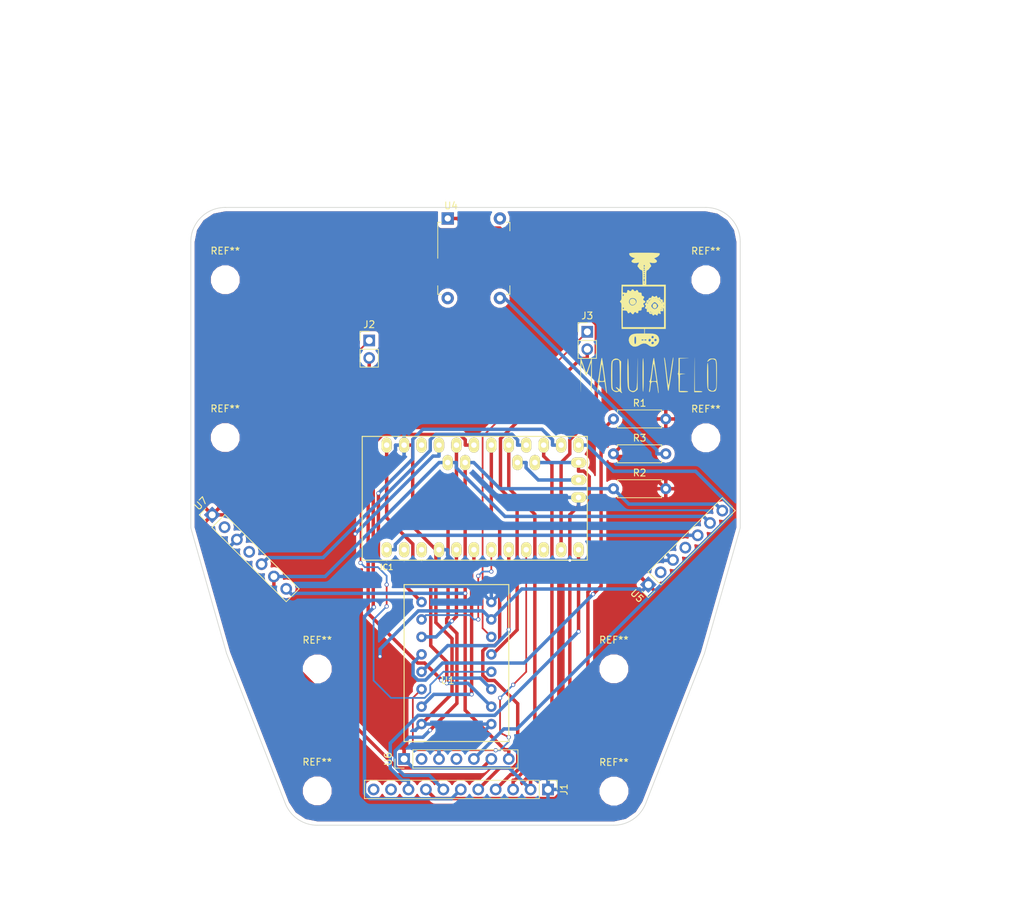
<source format=kicad_pcb>
(kicad_pcb (version 4) (host pcbnew 4.0.2+dfsg1-stable)

  (general
    (links 50)
    (no_connects 0)
    (area 23.7109 25.3238 172.821601 159.029401)
    (thickness 1.6)
    (drawings 21)
    (tracks 330)
    (zones 0)
    (modules 21)
    (nets 44)
  )

  (page A4)
  (layers
    (0 F.Cu signal)
    (31 B.Cu signal)
    (32 B.Adhes user)
    (33 F.Adhes user)
    (34 B.Paste user)
    (35 F.Paste user)
    (36 B.SilkS user)
    (37 F.SilkS user)
    (38 B.Mask user)
    (39 F.Mask user)
    (40 Dwgs.User user)
    (41 Cmts.User user)
    (42 Eco1.User user)
    (43 Eco2.User user)
    (44 Edge.Cuts user)
    (45 Margin user)
    (46 B.CrtYd user)
    (47 F.CrtYd user)
    (48 B.Fab user)
    (49 F.Fab user)
  )

  (setup
    (last_trace_width 0.25)
    (trace_clearance 0.2)
    (zone_clearance 0.508)
    (zone_45_only no)
    (trace_min 0.2)
    (segment_width 0.2)
    (edge_width 0.2)
    (via_size 0.6)
    (via_drill 0.4)
    (via_min_size 0.4)
    (via_min_drill 0.3)
    (uvia_size 0.3)
    (uvia_drill 0.1)
    (uvias_allowed no)
    (uvia_min_size 0.2)
    (uvia_min_drill 0.1)
    (pcb_text_width 0.3)
    (pcb_text_size 1.5 1.5)
    (mod_edge_width 0.15)
    (mod_text_size 1 1)
    (mod_text_width 0.15)
    (pad_size 1.524 1.524)
    (pad_drill 0.762)
    (pad_to_mask_clearance 0.2)
    (aux_axis_origin 0 0)
    (visible_elements 7FFFFFFF)
    (pcbplotparams
      (layerselection 0x010f0_80000001)
      (usegerberextensions true)
      (excludeedgelayer true)
      (linewidth 0.100000)
      (plotframeref false)
      (viasonmask false)
      (mode 1)
      (useauxorigin false)
      (hpglpennumber 1)
      (hpglpenspeed 20)
      (hpglpendiameter 15)
      (hpglpenoverlay 2)
      (psnegative false)
      (psa4output false)
      (plotreference true)
      (plotvalue true)
      (plotinvisibletext false)
      (padsonsilk false)
      (subtractmaskfromsilk false)
      (outputformat 1)
      (mirror false)
      (drillshape 0)
      (scaleselection 1)
      (outputdirectory ""))
  )

  (net 0 "")
  (net 1 "Net-(IC1-Pad28)")
  (net 2 /A6)
  (net 3 /Q2)
  (net 4 "Net-(IC1-Pad2)")
  (net 5 "Net-(IC1-Pad3)")
  (net 6 GND)
  (net 7 /AIN1)
  (net 8 /PWMB)
  (net 9 /AIN2)
  (net 10 /BIN1)
  (net 11 /BIN2)
  (net 12 "Net-(IC1-Pad10)")
  (net 13 /button)
  (net 14 /9)
  (net 15 /Q0)
  (net 16 /PWMA)
  (net 17 /LedON)
  (net 18 /Q1)
  (net 19 /A0)
  (net 20 /A1)
  (net 21 /A2)
  (net 22 /A3)
  (net 23 +5V)
  (net 24 "Net-(IC1-Pad22)")
  (net 25 +7.5V)
  (net 26 /SDA)
  (net 27 /SCL)
  (net 28 "Net-(J1-Pad10)")
  (net 29 "Net-(J1-Pad11)")
  (net 30 "Net-(R1-Pad1)")
  (net 31 "Net-(R3-Pad2)")
  (net 32 "Net-(U4-Pad3)")
  (net 33 "Net-(U4-Pad2)")
  (net 34 "Net-(U5-Pad2)")
  (net 35 "Net-(U5-Pad4)")
  (net 36 "Net-(U6-Pad2)")
  (net 37 "Net-(U6-Pad4)")
  (net 38 "Net-(U7-Pad2)")
  (net 39 "Net-(U7-Pad4)")
  (net 40 /MD2)
  (net 41 /MD)
  (net 42 /MI2)
  (net 43 /MI)

  (net_class Default "Esta es la clase de red por defecto."
    (clearance 0.2)
    (trace_width 0.25)
    (via_dia 0.6)
    (via_drill 0.4)
    (uvia_dia 0.3)
    (uvia_drill 0.1)
    (add_net +5V)
    (add_net +7.5V)
    (add_net /9)
    (add_net /A0)
    (add_net /A1)
    (add_net /A2)
    (add_net /A3)
    (add_net /A6)
    (add_net /AIN1)
    (add_net /AIN2)
    (add_net /BIN1)
    (add_net /BIN2)
    (add_net /LedON)
    (add_net /MD)
    (add_net /MD2)
    (add_net /MI)
    (add_net /MI2)
    (add_net /PWMA)
    (add_net /PWMB)
    (add_net /Q0)
    (add_net /Q1)
    (add_net /Q2)
    (add_net /SCL)
    (add_net /SDA)
    (add_net /button)
    (add_net GND)
    (add_net "Net-(IC1-Pad10)")
    (add_net "Net-(IC1-Pad2)")
    (add_net "Net-(IC1-Pad22)")
    (add_net "Net-(IC1-Pad28)")
    (add_net "Net-(IC1-Pad3)")
    (add_net "Net-(J1-Pad10)")
    (add_net "Net-(J1-Pad11)")
    (add_net "Net-(R1-Pad1)")
    (add_net "Net-(R3-Pad2)")
    (add_net "Net-(U4-Pad2)")
    (add_net "Net-(U4-Pad3)")
    (add_net "Net-(U5-Pad2)")
    (add_net "Net-(U5-Pad4)")
    (add_net "Net-(U6-Pad2)")
    (add_net "Net-(U6-Pad4)")
    (add_net "Net-(U7-Pad2)")
    (add_net "Net-(U7-Pad4)")
  )

  (module LOGO (layer F.Cu) (tedit 0) (tstamp 5B96ACF3)
    (at 118.11 72.39)
    (fp_text reference G*** (at 0 0) (layer F.SilkS) hide
      (effects (font (thickness 0.3)))
    )
    (fp_text value LOGO (at 0.75 0) (layer F.SilkS) hide
      (effects (font (thickness 0.3)))
    )
    (fp_poly (pts (xy -6.745002 5.087055) (xy -6.722865 5.181183) (xy -6.682802 5.416929) (xy -6.628244 5.769284)
      (xy -6.562619 6.213239) (xy -6.489358 6.723784) (xy -6.411888 7.275911) (xy -6.333639 7.844611)
      (xy -6.258041 8.404874) (xy -6.188522 8.931691) (xy -6.128511 9.400054) (xy -6.081438 9.784953)
      (xy -6.050733 10.061378) (xy -6.039823 10.204322) (xy -6.041423 10.218311) (xy -6.092845 10.184514)
      (xy -6.126248 10.10288) (xy -6.153836 9.967198) (xy -6.195485 9.716729) (xy -6.24347 9.403959)
      (xy -6.290065 9.081372) (xy -6.327544 8.801453) (xy -6.348181 8.616686) (xy -6.35 8.582901)
      (xy -6.425731 8.563975) (xy -6.618443 8.561615) (xy -6.752167 8.567861) (xy -7.154334 8.593667)
      (xy -7.244389 9.2905) (xy -7.293775 9.61961) (xy -7.345967 9.882404) (xy -7.391757 10.034692)
      (xy -7.403156 10.0525) (xy -7.428145 10.010495) (xy -7.429279 9.835885) (xy -7.409197 9.56331)
      (xy -7.370538 9.227414) (xy -7.31594 8.862838) (xy -7.309768 8.8265) (xy -7.297523 8.624866)
      (xy -7.359599 8.551639) (xy -7.377745 8.550037) (xy -7.448879 8.533468) (xy -7.381915 8.478294)
      (xy -7.327232 8.363928) (xy -7.326499 8.360833) (xy -7.11321 8.360833) (xy -7.033242 8.4355)
      (xy -6.810446 8.466257) (xy -6.773334 8.466667) (xy -6.553937 8.454003) (xy -6.456525 8.398567)
      (xy -6.434563 8.276167) (xy -6.446393 8.085171) (xy -6.478228 7.789678) (xy -6.52437 7.428376)
      (xy -6.579126 7.039955) (xy -6.636799 6.663106) (xy -6.691696 6.336518) (xy -6.738122 6.098882)
      (xy -6.77038 5.988888) (xy -6.771442 5.987519) (xy -6.796929 6.047069) (xy -6.837221 6.239898)
      (xy -6.887292 6.531117) (xy -6.94212 6.885837) (xy -6.996681 7.269168) (xy -7.045948 7.646221)
      (xy -7.0849 7.982107) (xy -7.108511 8.241937) (xy -7.11321 8.360833) (xy -7.326499 8.360833)
      (xy -7.261544 8.086826) (xy -7.186002 7.65315) (xy -7.101757 7.06906) (xy -7.062806 6.770536)
      (xy -6.985443 6.171623) (xy -6.923888 5.722937) (xy -6.87474 5.406467) (xy -6.834598 5.204199)
      (xy -6.800063 5.098123) (xy -6.767734 5.070224) (xy -6.745002 5.087055)) (layer F.SilkS) (width 0.01))
    (fp_poly (pts (xy -4.504598 5.184672) (xy -4.214771 5.346666) (xy -4.181208 5.378429) (xy -3.967445 5.592192)
      (xy -3.98651 7.745778) (xy -3.990717 8.447943) (xy -3.98901 8.997712) (xy -3.980721 9.411941)
      (xy -3.965179 9.707484) (xy -3.941715 9.901198) (xy -3.90966 10.009938) (xy -3.895723 10.031728)
      (xy -3.8151 10.163699) (xy -3.84891 10.198556) (xy -3.967699 10.128467) (xy -4.033365 10.068339)
      (xy -4.181161 9.954035) (xy -4.328917 9.958379) (xy -4.43307 10.000636) (xy -4.621135 10.057998)
      (xy -4.807663 10.027484) (xy -4.957166 9.963398) (xy -5.175003 9.814169) (xy -5.323773 9.631913)
      (xy -5.335924 9.604607) (xy -5.366181 9.438716) (xy -5.389581 9.139147) (xy -5.406247 8.736949)
      (xy -5.416298 8.263172) (xy -5.419856 7.748866) (xy -5.419008 7.590789) (xy -5.249334 7.590789)
      (xy -5.248574 8.221609) (xy -5.245136 8.705117) (xy -5.237283 9.063329) (xy -5.223276 9.318264)
      (xy -5.20138 9.49194) (xy -5.169855 9.606374) (xy -5.126965 9.683584) (xy -5.08 9.736667)
      (xy -4.899748 9.846666) (xy -4.673567 9.901787) (xy -4.469802 9.893233) (xy -4.364895 9.828713)
      (xy -4.393239 9.73303) (xy -4.525456 9.600318) (xy -4.550243 9.581613) (xy -4.689085 9.452411)
      (xy -4.725616 9.356934) (xy -4.719678 9.348122) (xy -4.621927 9.355007) (xy -4.471201 9.458237)
      (xy -4.460376 9.468222) (xy -4.3074 9.596393) (xy -4.208319 9.651936) (xy -4.20671 9.652)
      (xy -4.182545 9.572003) (xy -4.164358 9.35046) (xy -4.151865 9.015044) (xy -4.14478 8.593424)
      (xy -4.142817 8.113273) (xy -4.145689 7.602263) (xy -4.153112 7.088064) (xy -4.164798 6.598349)
      (xy -4.180463 6.160789) (xy -4.199821 5.803056) (xy -4.222585 5.55282) (xy -4.24847 5.437754)
      (xy -4.250267 5.4356) (xy -4.431043 5.353817) (xy -4.687954 5.339933) (xy -4.943609 5.390416)
      (xy -5.0945 5.474122) (xy -5.144036 5.531121) (xy -5.181788 5.615227) (xy -5.209335 5.74802)
      (xy -5.228255 5.951078) (xy -5.240127 6.24598) (xy -5.246528 6.654305) (xy -5.249039 7.197632)
      (xy -5.249334 7.590789) (xy -5.419008 7.590789) (xy -5.417043 7.225079) (xy -5.407978 6.72286)
      (xy -5.392783 6.273259) (xy -5.371579 5.907326) (xy -5.344487 5.656108) (xy -5.320171 5.561267)
      (xy -5.099217 5.298702) (xy -4.813386 5.170927) (xy -4.504598 5.184672)) (layer F.SilkS) (width 0.01))
    (fp_poly (pts (xy 0.846461 5.132342) (xy 0.846666 5.136756) (xy 0.858335 5.232109) (xy 0.891293 5.473263)
      (xy 0.942465 5.83845) (xy 1.008777 6.3059) (xy 1.087153 6.853842) (xy 1.17452 7.460509)
      (xy 1.189414 7.563552) (xy 1.277208 8.185009) (xy 1.354217 8.75811) (xy 1.417636 9.25964)
      (xy 1.464659 9.666388) (xy 1.492478 9.955138) (xy 1.498288 10.102679) (xy 1.497277 10.110295)
      (xy 1.465931 10.222015) (xy 1.450863 10.218551) (xy 1.433858 10.106238) (xy 1.399849 9.874407)
      (xy 1.355886 9.571156) (xy 1.351569 9.541218) (xy 1.290746 9.121372) (xy 1.241901 8.840717)
      (xy 1.1898 8.67131) (xy 1.11921 8.585208) (xy 1.014896 8.554469) (xy 0.861624 8.551152)
      (xy 0.811898 8.551333) (xy 0.629548 8.556007) (xy 0.505976 8.589307) (xy 0.425425 8.680148)
      (xy 0.372139 8.857448) (xy 0.330362 9.150122) (xy 0.292888 9.503833) (xy 0.252209 9.789817)
      (xy 0.201405 9.994793) (xy 0.15132 10.075291) (xy 0.150291 10.075333) (xy 0.102111 10.006674)
      (xy 0.111402 9.884833) (xy 0.143234 9.703351) (xy 0.181721 9.418125) (xy 0.215111 9.122833)
      (xy 0.240088 8.806687) (xy 0.232295 8.62769) (xy 0.189042 8.55635) (xy 0.163014 8.551333)
      (xy 0.109324 8.523709) (xy 0.164447 8.466667) (xy 0.408449 8.466667) (xy 0.796891 8.466667)
      (xy 1.026771 8.459727) (xy 1.166125 8.442136) (xy 1.185333 8.431119) (xy 1.173196 8.313347)
      (xy 1.140486 8.07184) (xy 1.092752 7.742581) (xy 1.035545 7.361556) (xy 0.974415 6.964748)
      (xy 0.914911 6.588142) (xy 0.862584 6.267723) (xy 0.822984 6.039475) (xy 0.801661 5.939382)
      (xy 0.800784 5.937843) (xy 0.765774 5.969265) (xy 0.72409 6.136217) (xy 0.67388 6.448902)
      (xy 0.61329 6.917524) (xy 0.595198 7.069667) (xy 0.548735 7.45492) (xy 0.503099 7.814894)
      (xy 0.466131 8.088254) (xy 0.457146 8.149167) (xy 0.408449 8.466667) (xy 0.164447 8.466667)
      (xy 0.184902 8.4455) (xy 0.241175 8.354252) (xy 0.298011 8.160783) (xy 0.358462 7.849007)
      (xy 0.425579 7.402837) (xy 0.502413 6.806185) (xy 0.514106 6.709833) (xy 0.578106 6.206894)
      (xy 0.640459 5.766952) (xy 0.697009 5.415603) (xy 0.7436 5.178446) (xy 0.776078 5.081078)
      (xy 0.778688 5.08) (xy 0.846461 5.132342)) (layer F.SilkS) (width 0.01))
    (fp_poly (pts (xy -1.559129 7.394624) (xy -1.566334 9.666914) (xy -1.803888 9.871124) (xy -2.05432 10.036043)
      (xy -2.292029 10.058258) (xy -2.54 9.967074) (xy -2.687184 9.879773) (xy -2.803137 9.768596)
      (xy -2.891512 9.613772) (xy -2.955962 9.395531) (xy -3.000138 9.094101) (xy -3.027693 8.689711)
      (xy -3.042279 8.162591) (xy -3.047549 7.492969) (xy -3.047869 7.217833) (xy -3.044681 6.568571)
      (xy -3.035408 6.025083) (xy -3.020624 5.601958) (xy -3.000899 5.313787) (xy -2.976807 5.175158)
      (xy -2.967343 5.164667) (xy -2.942021 5.246793) (xy -2.918595 5.483019) (xy -2.8978 5.858115)
      (xy -2.88037 6.356851) (xy -2.867042 6.963998) (xy -2.86151 7.357271) (xy -2.852984 8.028088)
      (xy -2.84359 8.550318) (xy -2.831696 8.944706) (xy -2.81567 9.231997) (xy -2.79388 9.432936)
      (xy -2.764695 9.568267) (xy -2.726483 9.658735) (xy -2.677612 9.725086) (xy -2.675045 9.727938)
      (xy -2.43721 9.882755) (xy -2.164469 9.905702) (xy -1.91503 9.800164) (xy -1.801119 9.677118)
      (xy -1.753886 9.586875) (xy -1.71616 9.462434) (xy -1.686184 9.282755) (xy -1.662203 9.026803)
      (xy -1.64246 8.67354) (xy -1.6252 8.20193) (xy -1.608667 7.590935) (xy -1.601462 7.285285)
      (xy -1.551924 5.122333) (xy -1.559129 7.394624)) (layer F.SilkS) (width 0.01))
    (fp_poly (pts (xy 5.1435 5.097039) (xy 5.884333 5.114077) (xy 5.228166 5.142933) (xy 4.572 5.171789)
      (xy 4.572 7.366) (xy 4.974166 7.378716) (xy 5.376333 7.391433) (xy 4.995333 7.442216)
      (xy 4.614333 7.493) (xy 4.590842 8.6995) (xy 4.56735 9.906) (xy 5.209672 9.906)
      (xy 5.552568 9.916172) (xy 5.753489 9.945401) (xy 5.799666 9.990667) (xy 5.696635 10.029519)
      (xy 5.477073 10.057105) (xy 5.193476 10.072317) (xy 4.898343 10.074053) (xy 4.644168 10.061205)
      (xy 4.48345 10.032669) (xy 4.459111 10.018889) (xy 4.439219 9.91847) (xy 4.4224 9.680043)
      (xy 4.410007 9.334925) (xy 4.403395 8.914433) (xy 4.402666 8.713611) (xy 4.39836 8.186701)
      (xy 4.38449 7.811499) (xy 4.359628 7.570578) (xy 4.322345 7.446506) (xy 4.296833 7.422073)
      (xy 4.234441 7.383819) (xy 4.296833 7.372684) (xy 4.342321 7.323445) (xy 4.373821 7.16997)
      (xy 4.393053 6.893572) (xy 4.401738 6.475562) (xy 4.402666 6.223) (xy 4.402666 5.08)
      (xy 5.1435 5.097039)) (layer F.SilkS) (width 0.01))
    (fp_poly (pts (xy 6.752114 7.471833) (xy 6.77593 9.906) (xy 7.324965 9.906) (xy 7.612034 9.917988)
      (xy 7.80852 9.949733) (xy 7.874 9.990667) (xy 7.79569 10.034098) (xy 7.585804 10.06411)
      (xy 7.281908 10.075333) (xy 6.688666 10.075333) (xy 6.728298 5.037667) (xy 6.752114 7.471833)) (layer F.SilkS) (width 0.01))
    (fp_poly (pts (xy -8.240724 5.161158) (xy -8.23204 5.390599) (xy -8.224578 5.747276) (xy -8.218661 6.210138)
      (xy -8.214611 6.758137) (xy -8.212752 7.370224) (xy -8.212667 7.535333) (xy -8.214664 8.299913)
      (xy -8.220959 8.906636) (xy -8.232008 9.366936) (xy -8.248266 9.692245) (xy -8.270191 9.893998)
      (xy -8.298236 9.983628) (xy -8.310573 9.990667) (xy -8.341536 9.944825) (xy -8.362505 9.798318)
      (xy -8.373729 9.537674) (xy -8.375457 9.149423) (xy -8.367938 8.620091) (xy -8.351422 7.936208)
      (xy -8.349708 7.874) (xy -8.335275 7.295563) (xy -8.325466 6.77739) (xy -8.320456 6.342132)
      (xy -8.320416 6.012443) (xy -8.32552 5.810975) (xy -8.333555 5.757333) (xy -8.373604 5.83318)
      (xy -8.451613 6.039954) (xy -8.556505 6.346501) (xy -8.677206 6.721671) (xy -8.683035 6.740319)
      (xy -8.805244 7.110025) (xy -8.915586 7.404088) (xy -9.002465 7.594244) (xy -9.054288 7.652227)
      (xy -9.056414 7.650486) (xy -9.108952 7.543691) (xy -9.198378 7.312697) (xy -9.310787 6.994838)
      (xy -9.398849 6.731) (xy -9.518029 6.37211) (xy -9.622062 6.071301) (xy -9.697592 5.866492)
      (xy -9.726883 5.799667) (xy -9.742591 5.857071) (xy -9.759868 6.062504) (xy -9.777724 6.394683)
      (xy -9.795165 6.832323) (xy -9.811202 7.35414) (xy -9.823528 7.874) (xy -9.868056 10.033)
      (xy -9.887028 7.539567) (xy -9.889671 6.879412) (xy -9.887291 6.299384) (xy -9.880285 5.816717)
      (xy -9.869045 5.448644) (xy -9.853965 5.212401) (xy -9.83544 5.125221) (xy -9.83188 5.126567)
      (xy -9.778001 5.23475) (xy -9.68614 5.469788) (xy -9.56917 5.797022) (xy -9.440334 6.180667)
      (xy -9.311882 6.564337) (xy -9.196697 6.889498) (xy -9.107362 7.121849) (xy -9.05646 7.22709)
      (xy -9.056421 7.227133) (xy -9.008658 7.178229) (xy -8.923261 6.993917) (xy -8.811036 6.701047)
      (xy -8.68279 6.32647) (xy -8.638941 6.189967) (xy -8.509024 5.787272) (xy -8.395227 5.449773)
      (xy -8.307789 5.206712) (xy -8.256948 5.087328) (xy -8.250308 5.08) (xy -8.240724 5.161158)) (layer F.SilkS) (width 0.01))
    (fp_poly (pts (xy -0.734354 5.187857) (xy -0.71206 5.420369) (xy -0.695199 5.817605) (xy -0.683849 6.377302)
      (xy -0.678092 7.097196) (xy -0.677334 7.530336) (xy -0.680213 8.313462) (xy -0.688715 8.954153)
      (xy -0.702638 9.446543) (xy -0.72178 9.784765) (xy -0.74594 9.962953) (xy -0.762 9.990667)
      (xy -0.789182 9.907041) (xy -0.811372 9.660196) (xy -0.828359 9.256176) (xy -0.83993 8.701027)
      (xy -0.845872 8.000795) (xy -0.846667 7.582663) (xy -0.843701 6.828968) (xy -0.835023 6.20037)
      (xy -0.820965 5.706501) (xy -0.801859 5.356996) (xy -0.778035 5.161489) (xy -0.762 5.122333)
      (xy -0.734354 5.187857)) (layer F.SilkS) (width 0.01))
    (fp_poly (pts (xy 9.513366 5.168838) (xy 9.668731 5.193714) (xy 9.786097 5.257836) (xy 9.870792 5.379745)
      (xy 9.928144 5.577983) (xy 9.963481 5.87109) (xy 9.982128 6.277609) (xy 9.989414 6.81608)
      (xy 9.990666 7.505045) (xy 9.990666 7.517405) (xy 9.988382 8.199858) (xy 9.979903 8.733425)
      (xy 9.962792 9.138509) (xy 9.93461 9.435515) (xy 9.892917 9.644847) (xy 9.835276 9.786911)
      (xy 9.759247 9.882111) (xy 9.702825 9.92587) (xy 9.51644 9.978959) (xy 9.255027 9.980478)
      (xy 9.00311 9.93558) (xy 8.872161 9.875241) (xy 8.733756 9.7142) (xy 8.639328 9.533755)
      (xy 8.610186 9.375894) (xy 8.58685 9.090995) (xy 8.569347 8.709294) (xy 8.557705 8.261027)
      (xy 8.55195 7.776431) (xy 8.55211 7.285742) (xy 8.558211 6.819197) (xy 8.57028 6.40703)
      (xy 8.588345 6.079479) (xy 8.612432 5.86678) (xy 8.636 5.799667) (xy 8.666754 5.86266)
      (xy 8.690741 6.091617) (xy 8.707812 6.483295) (xy 8.71782 7.034452) (xy 8.720666 7.651191)
      (xy 8.720666 9.555043) (xy 8.943751 9.730521) (xy 9.23187 9.883176) (xy 9.493626 9.869621)
      (xy 9.724644 9.69015) (xy 9.734756 9.677532) (xy 9.791811 9.598261) (xy 9.834929 9.509476)
      (xy 9.865692 9.388532) (xy 9.885682 9.21278) (xy 9.896483 8.959574) (xy 9.899677 8.606265)
      (xy 9.896846 8.130207) (xy 9.889573 7.508751) (xy 9.889067 7.469249) (xy 9.88014 6.837655)
      (xy 9.870358 6.353983) (xy 9.857785 5.996826) (xy 9.840487 5.744776) (xy 9.816531 5.576426)
      (xy 9.78398 5.470367) (xy 9.740902 5.405193) (xy 9.699317 5.369384) (xy 9.4142 5.256872)
      (xy 9.108169 5.291839) (xy 8.834838 5.466131) (xy 8.661322 5.616873) (xy 8.586084 5.637614)
      (xy 8.621295 5.536922) (xy 8.725626 5.389259) (xy 8.867849 5.247097) (xy 9.042787 5.180845)
      (xy 9.314677 5.164667) (xy 9.513366 5.168838)) (layer F.SilkS) (width 0.01))
    (fp_poly (pts (xy 3.637125 5.090169) (xy 3.638272 5.214055) (xy 3.625359 5.376128) (xy 3.59099 5.667393)
      (xy 3.539139 6.061404) (xy 3.473781 6.531717) (xy 3.398891 7.051884) (xy 3.318444 7.59546)
      (xy 3.236415 8.135999) (xy 3.156777 8.647055) (xy 3.083507 9.102182) (xy 3.020579 9.474934)
      (xy 2.971968 9.738865) (xy 2.941648 9.86753) (xy 2.93771 9.875178) (xy 2.885055 9.845108)
      (xy 2.844042 9.72549) (xy 2.822626 9.585896) (xy 2.786138 9.304714) (xy 2.737808 8.908697)
      (xy 2.680864 8.424598) (xy 2.618535 7.879171) (xy 2.584788 7.577667) (xy 2.520117 7.000412)
      (xy 2.458681 6.460789) (xy 2.403877 5.987971) (xy 2.359104 5.611131) (xy 2.327761 5.359443)
      (xy 2.318486 5.291667) (xy 2.300425 5.076992) (xy 2.333385 5.022479) (xy 2.353771 5.037667)
      (xy 2.388609 5.144409) (xy 2.436117 5.39279) (xy 2.492207 5.755943) (xy 2.552787 6.207005)
      (xy 2.613769 6.719111) (xy 2.624469 6.815667) (xy 2.684826 7.353266) (xy 2.74346 7.851246)
      (xy 2.796468 8.278258) (xy 2.839944 8.602956) (xy 2.869985 8.793995) (xy 2.872266 8.805333)
      (xy 2.934565 9.101667) (xy 2.990246 8.847667) (xy 3.018886 8.688996) (xy 3.066845 8.391971)
      (xy 3.129613 7.985886) (xy 3.20268 7.500036) (xy 3.281537 6.963714) (xy 3.302155 6.82153)
      (xy 3.403084 6.138116) (xy 3.484756 5.618464) (xy 3.548083 5.258208) (xy 3.593979 5.052984)
      (xy 3.623355 4.998426) (xy 3.637125 5.090169)) (layer F.SilkS) (width 0.01))
    (fp_poly (pts (xy 0.089639 -10.241513) (xy 0.669221 -10.23239) (xy 1.127295 -10.217807) (xy 1.450075 -10.198272)
      (xy 1.623772 -10.174295) (xy 1.649918 -10.16175) (xy 1.656644 -10.006025) (xy 1.536268 -9.822512)
      (xy 1.31829 -9.647836) (xy 1.175029 -9.572149) (xy 0.83972 -9.422027) (xy 1.05486 -9.281062)
      (xy 1.229654 -9.112667) (xy 1.254279 -8.956101) (xy 1.147734 -8.830659) (xy 0.929018 -8.755639)
      (xy 0.61713 -8.750338) (xy 0.5417 -8.759869) (xy 0.171435 -8.815394) (xy 0.31855 -8.552162)
      (xy 0.409154 -8.368879) (xy 0.410004 -8.265474) (xy 0.333419 -8.187298) (xy 0.189902 -8.022828)
      (xy 0.144796 -7.935466) (xy 0.024954 -7.788728) (xy -0.103957 -7.714107) (xy -0.184834 -7.676085)
      (xy -0.239351 -7.612892) (xy -0.272911 -7.494465) (xy -0.290913 -7.290742) (xy -0.298761 -6.971661)
      (xy -0.301345 -6.615474) (xy -0.306356 -5.588) (xy 2.54 -5.588) (xy 2.54 0.846667)
      (xy -0.508 0.846667) (xy -0.508 1.524) (xy 0.173537 1.524) (xy 0.668222 1.548253)
      (xy 1.029051 1.628821) (xy 1.285523 1.777423) (xy 1.467138 2.005772) (xy 1.489184 2.046538)
      (xy 1.584207 2.387412) (xy 1.542669 2.725478) (xy 1.390117 3.030678) (xy 1.152097 3.272957)
      (xy 0.854157 3.422257) (xy 0.521841 3.448521) (xy 0.337785 3.401233) (xy 0.116059 3.283143)
      (xy -0.076455 3.141616) (xy -0.37004 2.989232) (xy -0.717667 2.969359) (xy -1.070003 3.080387)
      (xy -1.225446 3.179046) (xy -1.55385 3.360152) (xy -1.902672 3.44068) (xy -2.21038 3.407611)
      (xy -2.243667 3.394501) (xy -2.552917 3.178152) (xy -2.761235 2.868789) (xy -2.851154 2.51208)
      (xy -2.849307 2.497667) (xy -2.032 2.497667) (xy -2.023522 2.806357) (xy -1.993226 2.977928)
      (xy -1.933823 3.04397) (xy -1.905 3.048) (xy -1.833764 3.011259) (xy -1.794171 2.879978)
      (xy -1.792093 2.844878) (xy 0.450672 2.844878) (xy 0.456912 2.993172) (xy 0.565012 3.070908)
      (xy 0.711227 3.042866) (xy 0.750851 3.010729) (xy 0.821534 2.873523) (xy 0.809354 2.802125)
      (xy 0.676957 2.714622) (xy 0.524644 2.749947) (xy 0.450672 2.844878) (xy -1.792093 2.844878)
      (xy -1.77893 2.622565) (xy -1.778 2.497667) (xy -1.779162 2.455333) (xy -1.016 2.455333)
      (xy -0.945088 2.524123) (xy -0.846667 2.54) (xy -0.709087 2.504544) (xy -0.677334 2.455333)
      (xy -0.592667 2.455333) (xy -0.521755 2.524123) (xy -0.423334 2.54) (xy -0.322799 2.514091)
      (xy 0.014674 2.514091) (xy 0.032173 2.586388) (xy 0.130647 2.701041) (xy 0.272454 2.652893)
      (xy 0.315117 2.614349) (xy 0.36628 2.487121) (xy 0.865865 2.487121) (xy 0.919473 2.615466)
      (xy 0.937323 2.628368) (xy 1.088757 2.646812) (xy 1.202667 2.554535) (xy 1.213575 2.40681)
      (xy 1.103949 2.298197) (xy 1.046617 2.286) (xy 0.916976 2.349953) (xy 0.865865 2.487121)
      (xy 0.36628 2.487121) (xy 0.373346 2.46955) (xy 0.320088 2.33403) (xy 0.207605 2.286)
      (xy 0.059509 2.353402) (xy 0.014674 2.514091) (xy -0.322799 2.514091) (xy -0.285753 2.504544)
      (xy -0.254 2.455333) (xy -0.324913 2.386543) (xy -0.423334 2.370667) (xy -0.560914 2.406123)
      (xy -0.592667 2.455333) (xy -0.677334 2.455333) (xy -0.748246 2.386543) (xy -0.846667 2.370667)
      (xy -0.984248 2.406123) (xy -1.016 2.455333) (xy -1.779162 2.455333) (xy -1.786479 2.188976)
      (xy -1.808584 2.063787) (xy 0.442531 2.063787) (xy 0.49614 2.192132) (xy 0.513989 2.205035)
      (xy 0.665423 2.223479) (xy 0.779334 2.131202) (xy 0.790242 1.983476) (xy 0.680615 1.874864)
      (xy 0.623284 1.862667) (xy 0.493642 1.92662) (xy 0.442531 2.063787) (xy -1.808584 2.063787)
      (xy -1.816775 2.017405) (xy -1.876178 1.951363) (xy -1.905 1.947333) (xy -1.976237 1.984074)
      (xy -2.01583 2.115355) (xy -2.031071 2.372768) (xy -2.032 2.497667) (xy -2.849307 2.497667)
      (xy -2.805211 2.153689) (xy -2.759185 2.046538) (xy -2.600556 1.818143) (xy -2.382685 1.663287)
      (xy -2.075417 1.570715) (xy -1.648592 1.529175) (xy -1.358872 1.524) (xy -0.592667 1.524)
      (xy -0.592667 0.846667) (xy -3.894667 0.846667) (xy -3.910152 -0.783167) (xy -3.914143 -1.308063)
      (xy -3.915941 -1.788961) (xy -3.915608 -2.159) (xy -3.725334 -2.159) (xy -3.679616 -2.046328)
      (xy -3.640667 -2.032) (xy -3.565553 -2.100577) (xy -3.556 -2.159) (xy -3.601718 -2.271672)
      (xy -3.640667 -2.286) (xy -3.715782 -2.217424) (xy -3.725334 -2.159) (xy -3.915608 -2.159)
      (xy -3.915575 -2.194631) (xy -3.913075 -2.493839) (xy -3.90847 -2.655355) (xy -3.908399 -2.656384)
      (xy -3.951027 -2.900118) (xy -4.041081 -3.016218) (xy -4.130517 -3.101179) (xy -2.827898 -3.101179)
      (xy -2.798706 -2.933378) (xy -2.629171 -2.675725) (xy -2.392959 -2.559697) (xy -2.12691 -2.592908)
      (xy -1.901152 -2.747818) (xy -1.727187 -2.993697) (xy -1.716525 -3.237337) (xy -1.825135 -3.452495)
      (xy -2.008155 -3.587306) (xy -2.265973 -3.645293) (xy -2.516448 -3.61322) (xy -2.590826 -3.57587)
      (xy -2.76418 -3.370257) (xy -2.827898 -3.101179) (xy -4.130517 -3.101179) (xy -4.144436 -3.114401)
      (xy -4.109502 -3.193203) (xy -4.041081 -3.249116) (xy -3.924633 -3.436793) (xy -3.908399 -3.608949)
      (xy -3.914271 -3.796745) (xy -3.915787 -4.059003) (xy -3.725334 -4.059003) (xy -3.692741 -3.941933)
      (xy -3.640667 -3.937) (xy -3.562763 -4.059502) (xy -3.556 -4.11133) (xy -3.603339 -4.220757)
      (xy -3.640667 -4.233333) (xy -3.708792 -4.162208) (xy -3.725334 -4.059003) (xy -3.915787 -4.059003)
      (xy -3.916047 -4.103918) (xy -3.913647 -4.480561) (xy -3.910152 -4.720167) (xy -3.8992 -5.334)
      (xy -3.725334 -5.334) (xy -3.725334 -4.859275) (xy -3.718408 -4.589939) (xy -3.69041 -4.456446)
      (xy -3.630507 -4.425617) (xy -3.587602 -4.437403) (xy -3.413108 -4.438664) (xy -3.344836 -4.403084)
      (xy -3.221082 -4.383426) (xy -3.109358 -4.468024) (xy -3.069297 -4.598629) (xy -3.088411 -4.653556)
      (xy -3.069548 -4.751203) (xy -2.994944 -4.799497) (xy -2.854999 -4.803263) (xy -2.813189 -4.756566)
      (xy -2.718724 -4.671256) (xy -2.576098 -4.665385) (xy -2.469317 -4.732591) (xy -2.455334 -4.783667)
      (xy -2.384748 -4.887095) (xy -2.286 -4.910667) (xy -2.148096 -4.857727) (xy -2.116667 -4.783667)
      (xy -2.046081 -4.680239) (xy -1.947334 -4.656667) (xy -1.809796 -4.694691) (xy -1.778 -4.747542)
      (xy -1.710803 -4.810633) (xy -1.629986 -4.809911) (xy -1.508238 -4.713931) (xy -1.481819 -4.613203)
      (xy -1.441232 -4.489933) (xy -1.291281 -4.446646) (xy -1.227667 -4.445) (xy -1.047759 -4.424021)
      (xy -0.981449 -4.32506) (xy -0.973667 -4.191) (xy -0.946864 -4.004828) (xy -0.84759 -3.939371)
      (xy -0.805464 -3.936848) (xy -0.664546 -3.876975) (xy -0.602524 -3.746679) (xy -0.648496 -3.619482)
      (xy -0.672646 -3.601231) (xy -0.759273 -3.476201) (xy -0.710289 -3.343087) (xy -0.592667 -3.277468)
      (xy -0.466557 -3.193278) (xy -0.425331 -3.071416) (xy -0.479 -2.978326) (xy -0.545337 -2.963333)
      (xy -0.693993 -2.905888) (xy -0.736754 -2.778399) (xy -0.68689 -2.685023) (xy -0.591747 -2.518402)
      (xy -0.615203 -2.373894) (xy -0.743075 -2.307016) (xy -0.783167 -2.308165) (xy -0.918864 -2.29471)
      (xy -0.969027 -2.183473) (xy -0.973667 -2.074333) (xy -0.994646 -1.894425) (xy -1.093607 -1.828115)
      (xy -1.227667 -1.820333) (xy -1.405268 -1.800425) (xy -1.460494 -1.715724) (xy -1.455179 -1.629833)
      (xy -1.471897 -1.480544) (xy -1.602599 -1.439334) (xy -1.603345 -1.439333) (xy -1.74379 -1.473819)
      (xy -1.778 -1.524) (xy -1.831219 -1.605756) (xy -1.946511 -1.595306) (xy -2.057331 -1.510587)
      (xy -2.092135 -1.439333) (xy -2.182184 -1.293362) (xy -2.32014 -1.299533) (xy -2.482252 -1.456568)
      (xy -2.485054 -1.4605) (xy -2.590605 -1.58745) (xy -2.667511 -1.581658) (xy -2.733088 -1.508934)
      (xy -2.872695 -1.417891) (xy -2.994533 -1.481776) (xy -3.059864 -1.647529) (xy -3.126808 -1.765058)
      (xy -3.297215 -1.816893) (xy -3.408325 -1.8244) (xy -3.725334 -1.835408) (xy -3.725334 0.592667)
      (xy 2.286 0.592667) (xy 2.286 -0.804333) (xy 2.281579 -1.380006) (xy 2.267883 -1.796132)
      (xy 2.244258 -2.062278) (xy 2.210053 -2.188012) (xy 2.19075 -2.201333) (xy 2.132448 -2.128599)
      (xy 2.145419 -1.951735) (xy 2.166416 -1.77877) (xy 2.102651 -1.723058) (xy 1.949 -1.733313)
      (xy 1.780736 -1.742131) (xy 1.741881 -1.682978) (xy 1.777258 -1.568283) (xy 1.815523 -1.382008)
      (xy 1.763093 -1.30698) (xy 1.641332 -1.36269) (xy 1.488089 -1.410408) (xy 1.375723 -1.321917)
      (xy 1.354666 -1.22267) (xy 1.335002 -1.120221) (xy 1.250401 -1.120758) (xy 1.088455 -1.2065)
      (xy 0.944611 -1.269676) (xy 0.877686 -1.223358) (xy 0.870882 -1.2065) (xy 0.776305 -1.111793)
      (xy 0.655819 -1.120065) (xy 0.592813 -1.224012) (xy 0.592666 -1.230871) (xy 0.533628 -1.326303)
      (xy 0.361756 -1.336705) (xy 0.189866 -1.345441) (xy 0.131197 -1.441883) (xy 0.128923 -1.481667)
      (xy 0.508 -1.481667) (xy 0.550333 -1.439333) (xy 0.592666 -1.481667) (xy 0.550333 -1.524)
      (xy 0.508 -1.481667) (xy 0.128923 -1.481667) (xy 0.083957 -1.609185) (xy -0.072159 -1.629251)
      (xy -0.072844 -1.629176) (xy -0.212601 -1.634189) (xy -0.222551 -1.669064) (xy 0.267647 -1.669064)
      (xy 0.288248 -1.621749) (xy 0.373498 -1.530855) (xy 0.422509 -1.549501) (xy 0.423333 -1.561337)
      (xy 0.419138 -1.566333) (xy 1.439333 -1.566333) (xy 1.481666 -1.524) (xy 1.524 -1.566333)
      (xy 1.481666 -1.608667) (xy 1.439333 -1.566333) (xy 0.419138 -1.566333) (xy 0.363196 -1.632949)
      (xy 0.325584 -1.659085) (xy 0.267647 -1.669064) (xy -0.222551 -1.669064) (xy -0.238686 -1.725613)
      (xy -0.21763 -1.826719) (xy -0.214237 -1.868179) (xy 1.798758 -1.868179) (xy 1.810339 -1.862667)
      (xy 1.887605 -1.92227) (xy 1.905 -1.947333) (xy 1.926574 -2.026488) (xy 1.914993 -2.032)
      (xy 1.837728 -1.972397) (xy 1.820333 -1.947333) (xy 1.798758 -1.868179) (xy -0.214237 -1.868179)
      (xy -0.203559 -1.998638) (xy -0.297017 -2.079718) (xy -0.335287 -2.091251) (xy -0.471647 -2.137508)
      (xy -0.477855 -2.159) (xy -0.169334 -2.159) (xy -0.127 -2.116667) (xy -0.084667 -2.159)
      (xy -0.127 -2.201333) (xy -0.169334 -2.159) (xy -0.477855 -2.159) (xy -0.49272 -2.210456)
      (xy -0.41155 -2.366969) (xy -0.402167 -2.382878) (xy -0.350063 -2.501515) (xy 0.423333 -2.501515)
      (xy 0.493256 -2.320966) (xy 0.660208 -2.148102) (xy 0.859962 -2.042284) (xy 0.931333 -2.032)
      (xy 1.115647 -2.089463) (xy 1.27 -2.201333) (xy 1.947333 -2.201333) (xy 1.978311 -2.131643)
      (xy 2.003777 -2.144889) (xy 2.01391 -2.245369) (xy 2.003777 -2.257778) (xy 1.953443 -2.246156)
      (xy 1.947333 -2.201333) (xy 1.27 -2.201333) (xy 1.396668 -2.383181) (xy 1.439333 -2.533855)
      (xy 1.416166 -2.589389) (xy 2.208017 -2.589389) (xy 2.223584 -2.479575) (xy 2.252486 -2.478264)
      (xy 2.272697 -2.591581) (xy 2.25917 -2.640542) (xy 2.221575 -2.672612) (xy 2.208017 -2.589389)
      (xy 1.416166 -2.589389) (xy 1.375252 -2.687462) (xy 1.223238 -2.863553) (xy 1.043639 -3.002831)
      (xy 0.984611 -3.023731) (xy 1.876314 -3.023731) (xy 1.896915 -2.976415) (xy 1.982165 -2.885522)
      (xy 2.031175 -2.904167) (xy 2.032 -2.916003) (xy 1.971863 -2.987616) (xy 1.934251 -3.013752)
      (xy 1.876314 -3.023731) (xy 0.984611 -3.023731) (xy 0.916066 -3.048) (xy 0.78872 -2.984879)
      (xy 0.628725 -2.834888) (xy 0.489333 -2.657087) (xy 0.423792 -2.510535) (xy 0.423333 -2.501515)
      (xy -0.350063 -2.501515) (xy -0.338992 -2.526722) (xy -0.385309 -2.593647) (xy -0.402167 -2.600451)
      (xy -0.496874 -2.695028) (xy -0.488602 -2.815514) (xy -0.392657 -2.87367) (xy -0.169334 -2.87367)
      (xy -0.142126 -2.796742) (xy -0.079691 -2.863853) (xy -0.052362 -2.925398) (xy -0.046445 -3.012797)
      (xy -0.085637 -3.005067) (xy -0.166325 -2.896666) (xy -0.169334 -2.87367) (xy -0.392657 -2.87367)
      (xy -0.384655 -2.87852) (xy -0.377796 -2.878667) (xy -0.282364 -2.937705) (xy -0.271963 -3.109577)
      (xy -0.27079 -3.132667) (xy 0.016088 -3.132667) (xy 0.097746 -3.188307) (xy 0.211666 -3.302)
      (xy 0.309443 -3.42465) (xy 0.322577 -3.471333) (xy 0.240919 -3.415693) (xy 0.127 -3.302)
      (xy 0.029222 -3.17935) (xy 0.016088 -3.132667) (xy -0.27079 -3.132667) (xy -0.263226 -3.281467)
      (xy -0.166784 -3.340136) (xy -0.127 -3.34241) (xy 0.015972 -3.406031) (xy 0.044709 -3.513667)
      (xy 0.423333 -3.513667) (xy 0.465666 -3.471333) (xy 0.508 -3.513667) (xy 1.354666 -3.513667)
      (xy 1.397 -3.471333) (xy 1.439333 -3.513667) (xy 1.481666 -3.513667) (xy 1.642955 -3.323167)
      (xy 1.793072 -3.163187) (xy 1.858454 -3.14009) (xy 1.862666 -3.161878) (xy 1.805569 -3.231023)
      (xy 1.672166 -3.352378) (xy 1.481666 -3.513667) (xy 1.439333 -3.513667) (xy 1.397 -3.556)
      (xy 1.354666 -3.513667) (xy 0.508 -3.513667) (xy 0.465666 -3.556) (xy 0.423333 -3.513667)
      (xy 0.044709 -3.513667) (xy 0.075359 -3.598333) (xy 0.762 -3.598333) (xy 0.804333 -3.556)
      (xy 0.846666 -3.598333) (xy 1.016 -3.598333) (xy 1.058333 -3.556) (xy 1.100666 -3.598333)
      (xy 1.058333 -3.640667) (xy 1.016 -3.598333) (xy 0.846666 -3.598333) (xy 0.804333 -3.640667)
      (xy 0.762 -3.598333) (xy 0.075359 -3.598333) (xy 0.091142 -3.641931) (xy 0.243034 -3.661445)
      (xy 0.418581 -3.697251) (xy 0.483366 -3.809612) (xy 0.530807 -3.946091) (xy 0.606211 -3.962296)
      (xy 0.761035 -3.87562) (xy 0.915732 -3.814248) (xy 1.03082 -3.87562) (xy 1.17586 -3.972321)
      (xy 1.259141 -3.928133) (xy 1.27 -3.85733) (xy 1.329622 -3.705152) (xy 1.469457 -3.675183)
      (xy 1.570042 -3.728412) (xy 1.674471 -3.780613) (xy 1.703099 -3.756867) (xy 1.719108 -3.610737)
      (xy 1.724266 -3.556) (xy 1.806669 -3.456049) (xy 1.927123 -3.435826) (xy 2.068148 -3.408543)
      (xy 2.100265 -3.280644) (xy 2.096456 -3.23304) (xy 2.116847 -3.060767) (xy 2.180166 -2.986325)
      (xy 2.223897 -3.010081) (xy 2.254571 -3.129833) (xy 2.27395 -3.364834) (xy 2.283798 -3.734334)
      (xy 2.286 -4.141611) (xy 2.286 -5.334) (xy -3.725334 -5.334) (xy -3.8992 -5.334)
      (xy -3.894667 -5.588) (xy -0.846667 -5.588) (xy -0.846667 -5.846997) (xy -0.677334 -5.846997)
      (xy -0.615873 -5.760779) (xy -0.592667 -5.757333) (xy -0.510202 -5.78622) (xy -0.508 -5.79467)
      (xy -0.567329 -5.866956) (xy -0.592667 -5.884333) (xy -0.670686 -5.877621) (xy -0.677334 -5.846997)
      (xy -0.846667 -5.846997) (xy -0.846667 -6.265333) (xy -0.677334 -6.265333) (xy -0.656881 -6.086934)
      (xy -0.607608 -6.011351) (xy -0.606778 -6.011333) (xy -0.557223 -6.084963) (xy -0.536228 -6.262347)
      (xy -0.536223 -6.265333) (xy -0.556675 -6.443733) (xy -0.605949 -6.519316) (xy -0.606778 -6.519333)
      (xy -0.656334 -6.445704) (xy -0.677329 -6.26832) (xy -0.677334 -6.265333) (xy -0.846667 -6.265333)
      (xy -0.846667 -6.640445) (xy -0.846942 -6.726003) (xy -0.677334 -6.726003) (xy -0.636288 -6.638369)
      (xy -0.592667 -6.646333) (xy -0.51123 -6.754576) (xy -0.508 -6.77833) (xy -0.572579 -6.85572)
      (xy -0.592667 -6.858) (xy -0.666972 -6.789085) (xy -0.677334 -6.726003) (xy -0.846942 -6.726003)
      (xy -0.848067 -7.074664) (xy -0.677334 -7.074664) (xy -0.633129 -6.958821) (xy -0.592667 -6.942667)
      (xy -0.510424 -7.003434) (xy -0.508 -7.022337) (xy -0.569545 -7.137004) (xy -0.592667 -7.154333)
      (xy -0.66515 -7.13514) (xy -0.677334 -7.074664) (xy -0.848067 -7.074664) (xy -0.848079 -7.078238)
      (xy -0.855276 -7.366) (xy -0.677334 -7.366) (xy -0.612905 -7.283794) (xy -0.592667 -7.281333)
      (xy -0.510461 -7.345763) (xy -0.508 -7.366) (xy -0.57243 -7.448207) (xy -0.592667 -7.450667)
      (xy -0.674874 -7.386238) (xy -0.677334 -7.366) (xy -0.855276 -7.366) (xy -0.855504 -7.375116)
      (xy -0.87373 -7.559493) (xy -0.906718 -7.657337) (xy -0.677334 -7.657337) (xy -0.636288 -7.569702)
      (xy -0.592667 -7.577667) (xy -0.51123 -7.68591) (xy -0.508 -7.709664) (xy -0.572579 -7.787053)
      (xy -0.592667 -7.789333) (xy -0.666972 -7.720418) (xy -0.677334 -7.657337) (xy -0.906718 -7.657337)
      (xy -0.907543 -7.659783) (xy -0.96173 -7.7044) (xy -1.02852 -7.719945) (xy -1.215628 -7.812254)
      (xy -1.303687 -7.914383) (xy -1.369155 -8.005997) (xy -0.677334 -8.005997) (xy -0.633129 -7.890155)
      (xy -0.592667 -7.874) (xy -0.510424 -7.934768) (xy -0.508 -7.95367) (xy -0.569545 -8.068337)
      (xy -0.592667 -8.085667) (xy -0.66515 -8.066473) (xy -0.677334 -8.005997) (xy -1.369155 -8.005997)
      (xy -1.431714 -8.09354) (xy -1.51278 -8.17452) (xy -1.578261 -8.262753) (xy -1.565446 -8.339667)
      (xy -0.677334 -8.339667) (xy -0.631616 -8.226995) (xy -0.592667 -8.212667) (xy -0.517553 -8.281243)
      (xy -0.508 -8.339667) (xy -0.553718 -8.452339) (xy -0.592667 -8.466667) (xy -0.667782 -8.39809)
      (xy -0.677334 -8.339667) (xy -1.565446 -8.339667) (xy -1.55651 -8.393291) (xy -1.486348 -8.542281)
      (xy -1.344137 -8.817288) (xy -1.720719 -8.760816) (xy -2.044388 -8.749558) (xy -2.295445 -8.811681)
      (xy -2.437054 -8.934605) (xy -2.455334 -9.011665) (xy -2.389544 -9.129313) (xy -2.227452 -9.270471)
      (xy -2.189491 -9.295691) (xy -1.923649 -9.46401) (xy -2.17805 -9.519886) (xy -2.45593 -9.632821)
      (xy -2.675069 -9.814868) (xy -2.787921 -10.022895) (xy -2.794 -10.078632) (xy -2.787881 -10.128968)
      (xy -2.75675 -10.167951) (xy -2.681444 -10.19703) (xy -2.542804 -10.217655) (xy -2.321666 -10.231272)
      (xy -1.998872 -10.239331) (xy -1.555258 -10.24328) (xy -0.971663 -10.244568) (xy -0.597664 -10.244667)
      (xy 0.089639 -10.241513)) (layer F.SilkS) (width 0.01))
    (fp_poly (pts (xy 1.127201 -2.786959) (xy 1.233369 -2.628374) (xy 1.259515 -2.439125) (xy 1.178545 -2.265436)
      (xy 1.134858 -2.227244) (xy 0.992784 -2.138741) (xy 0.931333 -2.116667) (xy 0.828639 -2.161149)
      (xy 0.727808 -2.227244) (xy 0.617467 -2.398079) (xy 0.624424 -2.612057) (xy 0.742016 -2.79696)
      (xy 0.783166 -2.827254) (xy 0.968102 -2.86866) (xy 1.127201 -2.786959)) (layer F.SilkS) (width 0.01))
    (fp_poly (pts (xy -1.977435 -3.440893) (xy -1.909801 -3.367828) (xy -1.793585 -3.140975) (xy -1.819869 -2.954191)
      (xy -1.947334 -2.794) (xy -2.189595 -2.643673) (xy -2.443454 -2.661806) (xy -2.576735 -2.737103)
      (xy -2.697507 -2.917323) (xy -2.724339 -3.162174) (xy -2.651674 -3.391853) (xy -2.624884 -3.428739)
      (xy -2.435033 -3.540854) (xy -2.194946 -3.542838) (xy -1.977435 -3.440893)) (layer F.SilkS) (width 0.01))
  )

  (module Mounting_Holes:MountingHole_3.2mm_M3 (layer F.Cu) (tedit 56D1B4CB) (tstamp 5B3370E6)
    (at 113.0935 122.7582)
    (descr "Mounting Hole 3.2mm, no annular, M3")
    (tags "mounting hole 3.2mm no annular m3")
    (attr virtual)
    (fp_text reference REF** (at 0 -4.2) (layer F.SilkS)
      (effects (font (size 1 1) (thickness 0.15)))
    )
    (fp_text value MountingHole_3.2mm_M3 (at 0 4.2) (layer F.Fab)
      (effects (font (size 1 1) (thickness 0.15)))
    )
    (fp_text user %R (at 0.3 0) (layer F.Fab)
      (effects (font (size 1 1) (thickness 0.15)))
    )
    (fp_circle (center 0 0) (end 3.2 0) (layer Cmts.User) (width 0.15))
    (fp_circle (center 0 0) (end 3.45 0) (layer F.CrtYd) (width 0.05))
    (pad 1 np_thru_hole circle (at 0 0) (size 3.2 3.2) (drill 3.2) (layers *.Cu *.Mask))
  )

  (module mysensors_arduino:pro_mini (layer F.Cu) (tedit 55A3E6CB) (tstamp 5AB3E119)
    (at 93.98 97.79)
    (descr "IC, ARDUINO_PRO_MINI x 0,6\"")
    (tags "DIL ARDUINO PRO MINI")
    (path /5AA15C7C)
    (fp_text reference IC1 (at -13.97 10.16) (layer F.SilkS)
      (effects (font (size 0.8 0.8) (thickness 0.16)))
    )
    (fp_text value ArduinoProMini (at 0 0) (layer F.Fab) hide
      (effects (font (size 0.8 0.8) (thickness 0.16)))
    )
    (fp_line (start 15.24 9.144) (end 15.24 -8.89) (layer F.SilkS) (width 0.15))
    (fp_line (start -17.526 -8.89) (end -17.526 9.144) (layer F.SilkS) (width 0.15))
    (fp_line (start 15.24 9.144) (end -17.526 9.144) (layer F.SilkS) (width 0.15))
    (fp_line (start -17.526 -8.89) (end 15.24 -8.89) (layer F.SilkS) (width 0.15))
    (pad 28 thru_hole oval (at 5.08 -5.08) (size 1.50114 2.19964) (drill 0.8001) (layers *.Cu *.Mask F.SilkS)
      (net 1 "Net-(IC1-Pad28)"))
    (pad 27 thru_hole oval (at 7.62 -5.08) (size 1.50114 2.19964) (drill 0.8001) (layers *.Cu *.Mask F.SilkS)
      (net 2 /A6))
    (pad 1 thru_hole oval (at -13.97 7.62) (size 1.50114 2.19964) (drill 0.8001) (layers *.Cu *.Mask F.SilkS)
      (net 3 /Q2))
    (pad 2 thru_hole oval (at -11.43 7.62) (size 1.50114 2.19964) (drill 0.8001) (layers *.Cu *.Mask F.SilkS)
      (net 4 "Net-(IC1-Pad2)"))
    (pad 3 thru_hole oval (at -8.89 7.62) (size 1.50114 2.19964) (drill 0.8001) (layers *.Cu *.Mask F.SilkS)
      (net 5 "Net-(IC1-Pad3)"))
    (pad 4 thru_hole oval (at -6.35 7.62) (size 1.50114 2.19964) (drill 0.8001) (layers *.Cu *.Mask F.SilkS)
      (net 6 GND))
    (pad 5 thru_hole oval (at -3.81 7.62) (size 1.50114 2.19964) (drill 0.8001) (layers *.Cu *.Mask F.SilkS)
      (net 7 /AIN1))
    (pad 6 thru_hole oval (at -1.27 7.62) (size 1.50114 2.19964) (drill 0.8001) (layers *.Cu *.Mask F.SilkS)
      (net 8 /PWMB))
    (pad 7 thru_hole oval (at 1.27 7.62) (size 1.50114 2.19964) (drill 0.8001) (layers *.Cu *.Mask F.SilkS)
      (net 9 /AIN2))
    (pad 8 thru_hole oval (at 3.81 7.62) (size 1.50114 2.19964) (drill 0.8001) (layers *.Cu *.Mask F.SilkS)
      (net 10 /BIN1))
    (pad 9 thru_hole oval (at 6.35 7.62) (size 1.50114 2.19964) (drill 0.8001) (layers *.Cu *.Mask F.SilkS)
      (net 11 /BIN2))
    (pad 10 thru_hole oval (at 8.89 7.62) (size 1.50114 2.19964) (drill 0.8001) (layers *.Cu *.Mask F.SilkS)
      (net 12 "Net-(IC1-Pad10)"))
    (pad 11 thru_hole oval (at 11.43 7.62) (size 1.50114 2.19964) (drill 0.8001) (layers *.Cu *.Mask F.SilkS)
      (net 13 /button))
    (pad 12 thru_hole oval (at 13.97 7.62) (size 1.50114 2.19964) (drill 0.8001) (layers *.Cu *.Mask F.SilkS)
      (net 14 /9))
    (pad 13 thru_hole oval (at 13.97 -7.62) (size 1.50114 2.19964) (drill 0.8001) (layers *.Cu *.Mask F.SilkS)
      (net 15 /Q0))
    (pad 14 thru_hole oval (at 11.43 -7.62) (size 1.50114 2.19964) (drill 0.8001) (layers *.Cu *.Mask F.SilkS)
      (net 16 /PWMA))
    (pad 15 thru_hole oval (at 8.89 -7.62) (size 1.50114 2.19964) (drill 0.8001) (layers *.Cu *.Mask F.SilkS)
      (net 17 /LedON))
    (pad 16 thru_hole oval (at 6.35 -7.62) (size 1.50114 2.19964) (drill 0.8001) (layers *.Cu *.Mask F.SilkS)
      (net 18 /Q1))
    (pad 17 thru_hole oval (at 3.81 -7.62) (size 1.50114 2.19964) (drill 0.8001) (layers *.Cu *.Mask F.SilkS)
      (net 19 /A0))
    (pad 18 thru_hole oval (at 1.27 -7.62) (size 1.50114 2.19964) (drill 0.8001) (layers *.Cu *.Mask F.SilkS)
      (net 20 /A1))
    (pad 19 thru_hole oval (at -1.27 -7.62) (size 1.50114 2.19964) (drill 0.8001) (layers *.Cu *.Mask F.SilkS)
      (net 21 /A2))
    (pad 20 thru_hole oval (at -3.81 -7.62) (size 1.50114 2.19964) (drill 0.8001) (layers *.Cu *.Mask F.SilkS)
      (net 22 /A3))
    (pad 21 thru_hole oval (at -6.35 -7.62) (size 1.50114 2.19964) (drill 0.8001) (layers *.Cu *.Mask F.SilkS)
      (net 23 +5V))
    (pad 22 thru_hole oval (at -8.89 -7.62) (size 1.50114 2.19964) (drill 0.8001) (layers *.Cu *.Mask F.SilkS)
      (net 24 "Net-(IC1-Pad22)"))
    (pad 23 thru_hole oval (at -11.43 -7.62) (size 1.50114 2.19964) (drill 0.8001) (layers *.Cu *.Mask F.SilkS)
      (net 6 GND))
    (pad 24 thru_hole oval (at -13.97 -7.62) (size 1.50114 2.19964) (drill 0.8001) (layers *.Cu *.Mask F.SilkS)
      (net 25 +7.5V))
    (pad 25 thru_hole oval (at -2.54 -5.08) (size 1.50114 2.19964) (drill 0.8001) (layers *.Cu *.Mask F.SilkS)
      (net 26 /SDA))
    (pad 26 thru_hole oval (at -5.08 -5.08) (size 1.50114 2.19964) (drill 0.8001) (layers *.Cu *.Mask F.SilkS)
      (net 27 /SCL))
    (pad 27 thru_hole oval (at 13.97 -5.08) (size 2.19964 1.50114) (drill 0.8001) (layers *.Cu *.Mask F.SilkS)
      (net 2 /A6))
    (pad 28 thru_hole oval (at 13.97 -2.54) (size 2.19964 1.50114) (drill 0.8001) (layers *.Cu *.Mask F.SilkS)
      (net 1 "Net-(IC1-Pad28)"))
    (pad 29 thru_hole oval (at 13.97 0) (size 2.19964 1.50114) (drill 0.8001) (layers *.Cu *.Mask F.SilkS)
      (net 6 GND))
    (model Socket_Strips.3dshapes/Socket_Strip_Straight_1x02.wrl
      (at (xyz -0.15 0.2 0))
      (scale (xyz 1 1 1))
      (rotate (xyz 0 0 0))
    )
    (model Socket_Strips.3dshapes/Socket_Strip_Straight_1x03.wrl
      (at (xyz 0.55 0.1 0))
      (scale (xyz 1 1 1))
      (rotate (xyz 0 0 90))
    )
    (model Socket_Strips.3dshapes/Socket_Strip_Straight_1x12.wrl
      (at (xyz 0 0.3 0))
      (scale (xyz 1 1 1))
      (rotate (xyz 0 0 0))
    )
    (model Socket_Strips.3dshapes/Socket_Strip_Straight_1x12.wrl
      (at (xyz 0 -0.3 0))
      (scale (xyz 1 1 1))
      (rotate (xyz 0 0 0))
    )
    (model Socket_Strips.3dshapes/Socket_Strip_Straight_1x02.wrl
      (at (xyz 0.25 0.2 0))
      (scale (xyz 1 1 1))
      (rotate (xyz 0 0 0))
    )
    (model ${MYSLOCAL}/mysensors.3dshapes/mysensors_arduino.3dshapes/arduino_pro_mini.wrl
      (at (xyz -0.05 0 0.48))
      (scale (xyz 0.395 0.395 0.395))
      (rotate (xyz 0 0 180))
    )
    (model SMD_Packages.3dshapes/TQFP-32.wrl
      (at (xyz 0.05 0 0.5125))
      (scale (xyz 1 1 1))
      (rotate (xyz 0 0 315))
    )
    (model Pin_Headers.3dshapes/Pin_Header_Straight_1x12.wrl
      (at (xyz 0 -0.3 0.445))
      (scale (xyz 1 1 1))
      (rotate (xyz 0 180 0))
    )
    (model Pin_Headers.3dshapes/Pin_Header_Straight_1x12.wrl
      (at (xyz 0 0.3 0.445))
      (scale (xyz 1 1 1))
      (rotate (xyz 0 180 0))
    )
    (model Pin_Headers.3dshapes/Pin_Header_Straight_1x03.wrl
      (at (xyz 0.55 0.1 0.445))
      (scale (xyz 1 1 1))
      (rotate (xyz 0 180 90))
    )
    (model Pin_Headers.3dshapes/Pin_Header_Straight_1x02.wrl
      (at (xyz 0.25 0.2 0.445))
      (scale (xyz 1 1 1))
      (rotate (xyz 0 180 0))
    )
    (model Pin_Headers.3dshapes/Pin_Header_Straight_1x02.wrl
      (at (xyz -0.15 0.2 0.445))
      (scale (xyz 1 1 1))
      (rotate (xyz 0 180 0))
    )
    (model ${MYSLOCAL}/mysensors.3dshapes/w.lain.3dshapes/smd_leds/led_0603.wrl
      (at (xyz -0.3 0 0.5125))
      (scale (xyz 1 1 1))
      (rotate (xyz 0 0 0))
    )
    (model ${MYSLOCAL}/mysensors.3dshapes/w.lain.3dshapes/smd_leds/led_0603.wrl
      (at (xyz 0.55 -0.175 0.5125))
      (scale (xyz 1 1 1))
      (rotate (xyz 0 0 0))
    )
    (model Pin_Headers.3dshapes/Pin_Header_Angled_1x06.wrl
      (at (xyz -0.65 0 0.5125))
      (scale (xyz 1 1 1))
      (rotate (xyz 0 0 270))
    )
    (model Resistors_SMD.3dshapes/R_0603.wrl
      (at (xyz -0.3 -0.05 0.5125))
      (scale (xyz 1 1 1))
      (rotate (xyz 0 0 0))
    )
    (model Resistors_SMD.3dshapes/R_0603.wrl
      (at (xyz 0.55 -0.125 0.5125))
      (scale (xyz 1 1 1))
      (rotate (xyz 0 0 0))
    )
    (model Capacitors_SMD.3dshapes/C_0603.wrl
      (at (xyz -0.3 0.05 0.5125))
      (scale (xyz 1 1 1))
      (rotate (xyz 0 0 0))
    )
    (model Capacitors_Tantalum_SMD.3dshapes/TantalC_SizeS_EIA-3216.wrl
      (at (xyz -0.35 0.15 0.5125))
      (scale (xyz 1 1 1))
      (rotate (xyz 0 0 0))
    )
    (model Capacitors_Tantalum_SMD.3dshapes/TantalC_SizeS_EIA-3216.wrl
      (at (xyz -0.35 -0.15 0.5125))
      (scale (xyz 1 1 1))
      (rotate (xyz 0 0 0))
    )
    (model TO_SOT_Packages_SMD.3dshapes/SOT-23-5.wrl
      (at (xyz -0.4 0 0.5125))
      (scale (xyz 1 1 1))
      (rotate (xyz 0 0 90))
    )
    (model Capacitors_SMD.3dshapes/C_1210.wrl
      (at (xyz -0.5 0 0.5125))
      (scale (xyz 1 1 1))
      (rotate (xyz 0 0 90))
    )
  )

  (module Pin_Headers:Pin_Header_Straight_1x11_Pitch2.54mm (layer F.Cu) (tedit 59650532) (tstamp 5AB3E138)
    (at 103.505 140.335 270)
    (descr "Through hole straight pin header, 1x11, 2.54mm pitch, single row")
    (tags "Through hole pin header THT 1x11 2.54mm single row")
    (path /5AA97081)
    (fp_text reference J1 (at 0 -2.33 270) (layer F.SilkS)
      (effects (font (size 1 1) (thickness 0.15)))
    )
    (fp_text value Conn_01x11 (at 0 27.73 270) (layer F.Fab)
      (effects (font (size 1 1) (thickness 0.15)))
    )
    (fp_line (start -0.635 -1.27) (end 1.27 -1.27) (layer F.Fab) (width 0.1))
    (fp_line (start 1.27 -1.27) (end 1.27 26.67) (layer F.Fab) (width 0.1))
    (fp_line (start 1.27 26.67) (end -1.27 26.67) (layer F.Fab) (width 0.1))
    (fp_line (start -1.27 26.67) (end -1.27 -0.635) (layer F.Fab) (width 0.1))
    (fp_line (start -1.27 -0.635) (end -0.635 -1.27) (layer F.Fab) (width 0.1))
    (fp_line (start -1.33 26.73) (end 1.33 26.73) (layer F.SilkS) (width 0.12))
    (fp_line (start -1.33 1.27) (end -1.33 26.73) (layer F.SilkS) (width 0.12))
    (fp_line (start 1.33 1.27) (end 1.33 26.73) (layer F.SilkS) (width 0.12))
    (fp_line (start -1.33 1.27) (end 1.33 1.27) (layer F.SilkS) (width 0.12))
    (fp_line (start -1.33 0) (end -1.33 -1.33) (layer F.SilkS) (width 0.12))
    (fp_line (start -1.33 -1.33) (end 0 -1.33) (layer F.SilkS) (width 0.12))
    (fp_line (start -1.8 -1.8) (end -1.8 27.2) (layer F.CrtYd) (width 0.05))
    (fp_line (start -1.8 27.2) (end 1.8 27.2) (layer F.CrtYd) (width 0.05))
    (fp_line (start 1.8 27.2) (end 1.8 -1.8) (layer F.CrtYd) (width 0.05))
    (fp_line (start 1.8 -1.8) (end -1.8 -1.8) (layer F.CrtYd) (width 0.05))
    (fp_text user %R (at 0 12.7 360) (layer F.Fab)
      (effects (font (size 1 1) (thickness 0.15)))
    )
    (pad 1 thru_hole rect (at 0 0 270) (size 1.7 1.7) (drill 1) (layers *.Cu *.Mask)
      (net 6 GND))
    (pad 2 thru_hole oval (at 0 2.54 270) (size 1.7 1.7) (drill 1) (layers *.Cu *.Mask)
      (net 23 +5V))
    (pad 3 thru_hole oval (at 0 5.08 270) (size 1.7 1.7) (drill 1) (layers *.Cu *.Mask)
      (net 17 /LedON))
    (pad 4 thru_hole oval (at 0 7.62 270) (size 1.7 1.7) (drill 1) (layers *.Cu *.Mask)
      (net 19 /A0))
    (pad 5 thru_hole oval (at 0 10.16 270) (size 1.7 1.7) (drill 1) (layers *.Cu *.Mask)
      (net 20 /A1))
    (pad 6 thru_hole oval (at 0 12.7 270) (size 1.7 1.7) (drill 1) (layers *.Cu *.Mask)
      (net 21 /A2))
    (pad 7 thru_hole oval (at 0 15.24 270) (size 1.7 1.7) (drill 1) (layers *.Cu *.Mask)
      (net 22 /A3))
    (pad 8 thru_hole oval (at 0 17.78 270) (size 1.7 1.7) (drill 1) (layers *.Cu *.Mask)
      (net 2 /A6))
    (pad 9 thru_hole oval (at 0 20.32 270) (size 1.7 1.7) (drill 1) (layers *.Cu *.Mask)
      (net 14 /9))
    (pad 10 thru_hole oval (at 0 22.86 270) (size 1.7 1.7) (drill 1) (layers *.Cu *.Mask)
      (net 28 "Net-(J1-Pad10)"))
    (pad 11 thru_hole oval (at 0 25.4 270) (size 1.7 1.7) (drill 1) (layers *.Cu *.Mask)
      (net 29 "Net-(J1-Pad11)"))
    (model ${KISYS3DMOD}/Pin_Headers.3dshapes/Pin_Header_Straight_1x11_Pitch2.54mm.wrl
      (at (xyz 0 0 0))
      (scale (xyz 1 1 1))
      (rotate (xyz 0 0 0))
    )
  )

  (module Pin_Headers:Pin_Header_Straight_1x02_Pitch2.54mm (layer F.Cu) (tedit 59650532) (tstamp 5AB3E14E)
    (at 77.47 74.93)
    (descr "Through hole straight pin header, 1x02, 2.54mm pitch, single row")
    (tags "Through hole pin header THT 1x02 2.54mm single row")
    (path /5AAAD389)
    (fp_text reference J2 (at 0 -2.33) (layer F.SilkS)
      (effects (font (size 1 1) (thickness 0.15)))
    )
    (fp_text value Conn_01x02 (at 0 4.87) (layer F.Fab)
      (effects (font (size 1 1) (thickness 0.15)))
    )
    (fp_line (start -0.635 -1.27) (end 1.27 -1.27) (layer F.Fab) (width 0.1))
    (fp_line (start 1.27 -1.27) (end 1.27 3.81) (layer F.Fab) (width 0.1))
    (fp_line (start 1.27 3.81) (end -1.27 3.81) (layer F.Fab) (width 0.1))
    (fp_line (start -1.27 3.81) (end -1.27 -0.635) (layer F.Fab) (width 0.1))
    (fp_line (start -1.27 -0.635) (end -0.635 -1.27) (layer F.Fab) (width 0.1))
    (fp_line (start -1.33 3.87) (end 1.33 3.87) (layer F.SilkS) (width 0.12))
    (fp_line (start -1.33 1.27) (end -1.33 3.87) (layer F.SilkS) (width 0.12))
    (fp_line (start 1.33 1.27) (end 1.33 3.87) (layer F.SilkS) (width 0.12))
    (fp_line (start -1.33 1.27) (end 1.33 1.27) (layer F.SilkS) (width 0.12))
    (fp_line (start -1.33 0) (end -1.33 -1.33) (layer F.SilkS) (width 0.12))
    (fp_line (start -1.33 -1.33) (end 0 -1.33) (layer F.SilkS) (width 0.12))
    (fp_line (start -1.8 -1.8) (end -1.8 4.35) (layer F.CrtYd) (width 0.05))
    (fp_line (start -1.8 4.35) (end 1.8 4.35) (layer F.CrtYd) (width 0.05))
    (fp_line (start 1.8 4.35) (end 1.8 -1.8) (layer F.CrtYd) (width 0.05))
    (fp_line (start 1.8 -1.8) (end -1.8 -1.8) (layer F.CrtYd) (width 0.05))
    (fp_text user %R (at 0 1.27 90) (layer F.Fab)
      (effects (font (size 1 1) (thickness 0.15)))
    )
    (pad 1 thru_hole rect (at 0 0) (size 1.7 1.7) (drill 1) (layers *.Cu *.Mask)
      (net 40 /MD2))
    (pad 2 thru_hole oval (at 0 2.54) (size 1.7 1.7) (drill 1) (layers *.Cu *.Mask)
      (net 41 /MD))
    (model ${KISYS3DMOD}/Pin_Headers.3dshapes/Pin_Header_Straight_1x02_Pitch2.54mm.wrl
      (at (xyz 0 0 0))
      (scale (xyz 1 1 1))
      (rotate (xyz 0 0 0))
    )
  )

  (module Pin_Headers:Pin_Header_Straight_1x02_Pitch2.54mm (layer F.Cu) (tedit 59650532) (tstamp 5AB3E164)
    (at 109.22 73.66)
    (descr "Through hole straight pin header, 1x02, 2.54mm pitch, single row")
    (tags "Through hole pin header THT 1x02 2.54mm single row")
    (path /5AAAC991)
    (fp_text reference J3 (at 0 -2.33) (layer F.SilkS)
      (effects (font (size 1 1) (thickness 0.15)))
    )
    (fp_text value Conn_01x02 (at 0 4.87) (layer F.Fab)
      (effects (font (size 1 1) (thickness 0.15)))
    )
    (fp_line (start -0.635 -1.27) (end 1.27 -1.27) (layer F.Fab) (width 0.1))
    (fp_line (start 1.27 -1.27) (end 1.27 3.81) (layer F.Fab) (width 0.1))
    (fp_line (start 1.27 3.81) (end -1.27 3.81) (layer F.Fab) (width 0.1))
    (fp_line (start -1.27 3.81) (end -1.27 -0.635) (layer F.Fab) (width 0.1))
    (fp_line (start -1.27 -0.635) (end -0.635 -1.27) (layer F.Fab) (width 0.1))
    (fp_line (start -1.33 3.87) (end 1.33 3.87) (layer F.SilkS) (width 0.12))
    (fp_line (start -1.33 1.27) (end -1.33 3.87) (layer F.SilkS) (width 0.12))
    (fp_line (start 1.33 1.27) (end 1.33 3.87) (layer F.SilkS) (width 0.12))
    (fp_line (start -1.33 1.27) (end 1.33 1.27) (layer F.SilkS) (width 0.12))
    (fp_line (start -1.33 0) (end -1.33 -1.33) (layer F.SilkS) (width 0.12))
    (fp_line (start -1.33 -1.33) (end 0 -1.33) (layer F.SilkS) (width 0.12))
    (fp_line (start -1.8 -1.8) (end -1.8 4.35) (layer F.CrtYd) (width 0.05))
    (fp_line (start -1.8 4.35) (end 1.8 4.35) (layer F.CrtYd) (width 0.05))
    (fp_line (start 1.8 4.35) (end 1.8 -1.8) (layer F.CrtYd) (width 0.05))
    (fp_line (start 1.8 -1.8) (end -1.8 -1.8) (layer F.CrtYd) (width 0.05))
    (fp_text user %R (at 0 1.27 90) (layer F.Fab)
      (effects (font (size 1 1) (thickness 0.15)))
    )
    (pad 1 thru_hole rect (at 0 0) (size 1.7 1.7) (drill 1) (layers *.Cu *.Mask)
      (net 42 /MI2))
    (pad 2 thru_hole oval (at 0 2.54) (size 1.7 1.7) (drill 1) (layers *.Cu *.Mask)
      (net 43 /MI))
    (model ${KISYS3DMOD}/Pin_Headers.3dshapes/Pin_Header_Straight_1x02_Pitch2.54mm.wrl
      (at (xyz 0 0 0))
      (scale (xyz 1 1 1))
      (rotate (xyz 0 0 0))
    )
  )

  (module Resistors_THT:R_Axial_DIN0207_L6.3mm_D2.5mm_P7.62mm_Horizontal (layer F.Cu) (tedit 5874F706) (tstamp 5AB3E17A)
    (at 113.03 86.36)
    (descr "Resistor, Axial_DIN0207 series, Axial, Horizontal, pin pitch=7.62mm, 0.25W = 1/4W, length*diameter=6.3*2.5mm^2, http://cdn-reichelt.de/documents/datenblatt/B400/1_4W%23YAG.pdf")
    (tags "Resistor Axial_DIN0207 series Axial Horizontal pin pitch 7.62mm 0.25W = 1/4W length 6.3mm diameter 2.5mm")
    (path /5AA16B6E)
    (fp_text reference R1 (at 3.81 -2.31) (layer F.SilkS)
      (effects (font (size 1 1) (thickness 0.15)))
    )
    (fp_text value R (at 3.81 2.31) (layer F.Fab)
      (effects (font (size 1 1) (thickness 0.15)))
    )
    (fp_line (start 0.66 -1.25) (end 0.66 1.25) (layer F.Fab) (width 0.1))
    (fp_line (start 0.66 1.25) (end 6.96 1.25) (layer F.Fab) (width 0.1))
    (fp_line (start 6.96 1.25) (end 6.96 -1.25) (layer F.Fab) (width 0.1))
    (fp_line (start 6.96 -1.25) (end 0.66 -1.25) (layer F.Fab) (width 0.1))
    (fp_line (start 0 0) (end 0.66 0) (layer F.Fab) (width 0.1))
    (fp_line (start 7.62 0) (end 6.96 0) (layer F.Fab) (width 0.1))
    (fp_line (start 0.6 -0.98) (end 0.6 -1.31) (layer F.SilkS) (width 0.12))
    (fp_line (start 0.6 -1.31) (end 7.02 -1.31) (layer F.SilkS) (width 0.12))
    (fp_line (start 7.02 -1.31) (end 7.02 -0.98) (layer F.SilkS) (width 0.12))
    (fp_line (start 0.6 0.98) (end 0.6 1.31) (layer F.SilkS) (width 0.12))
    (fp_line (start 0.6 1.31) (end 7.02 1.31) (layer F.SilkS) (width 0.12))
    (fp_line (start 7.02 1.31) (end 7.02 0.98) (layer F.SilkS) (width 0.12))
    (fp_line (start -1.05 -1.6) (end -1.05 1.6) (layer F.CrtYd) (width 0.05))
    (fp_line (start -1.05 1.6) (end 8.7 1.6) (layer F.CrtYd) (width 0.05))
    (fp_line (start 8.7 1.6) (end 8.7 -1.6) (layer F.CrtYd) (width 0.05))
    (fp_line (start 8.7 -1.6) (end -1.05 -1.6) (layer F.CrtYd) (width 0.05))
    (pad 1 thru_hole circle (at 0 0) (size 1.6 1.6) (drill 0.8) (layers *.Cu *.Mask)
      (net 30 "Net-(R1-Pad1)"))
    (pad 2 thru_hole oval (at 7.62 0) (size 1.6 1.6) (drill 0.8) (layers *.Cu *.Mask)
      (net 23 +5V))
    (model ${KISYS3DMOD}/Resistors_THT.3dshapes/R_Axial_DIN0207_L6.3mm_D2.5mm_P7.62mm_Horizontal.wrl
      (at (xyz 0 0 0))
      (scale (xyz 0.393701 0.393701 0.393701))
      (rotate (xyz 0 0 0))
    )
  )

  (module Resistors_THT:R_Axial_DIN0207_L6.3mm_D2.5mm_P7.62mm_Horizontal (layer F.Cu) (tedit 5874F706) (tstamp 5AB3E190)
    (at 113.03 96.52)
    (descr "Resistor, Axial_DIN0207 series, Axial, Horizontal, pin pitch=7.62mm, 0.25W = 1/4W, length*diameter=6.3*2.5mm^2, http://cdn-reichelt.de/documents/datenblatt/B400/1_4W%23YAG.pdf")
    (tags "Resistor Axial_DIN0207 series Axial Horizontal pin pitch 7.62mm 0.25W = 1/4W length 6.3mm diameter 2.5mm")
    (path /5AA98C0C)
    (fp_text reference R2 (at 3.81 -2.31) (layer F.SilkS)
      (effects (font (size 1 1) (thickness 0.15)))
    )
    (fp_text value R (at 3.81 2.31) (layer F.Fab)
      (effects (font (size 1 1) (thickness 0.15)))
    )
    (fp_line (start 0.66 -1.25) (end 0.66 1.25) (layer F.Fab) (width 0.1))
    (fp_line (start 0.66 1.25) (end 6.96 1.25) (layer F.Fab) (width 0.1))
    (fp_line (start 6.96 1.25) (end 6.96 -1.25) (layer F.Fab) (width 0.1))
    (fp_line (start 6.96 -1.25) (end 0.66 -1.25) (layer F.Fab) (width 0.1))
    (fp_line (start 0 0) (end 0.66 0) (layer F.Fab) (width 0.1))
    (fp_line (start 7.62 0) (end 6.96 0) (layer F.Fab) (width 0.1))
    (fp_line (start 0.6 -0.98) (end 0.6 -1.31) (layer F.SilkS) (width 0.12))
    (fp_line (start 0.6 -1.31) (end 7.02 -1.31) (layer F.SilkS) (width 0.12))
    (fp_line (start 7.02 -1.31) (end 7.02 -0.98) (layer F.SilkS) (width 0.12))
    (fp_line (start 0.6 0.98) (end 0.6 1.31) (layer F.SilkS) (width 0.12))
    (fp_line (start 0.6 1.31) (end 7.02 1.31) (layer F.SilkS) (width 0.12))
    (fp_line (start 7.02 1.31) (end 7.02 0.98) (layer F.SilkS) (width 0.12))
    (fp_line (start -1.05 -1.6) (end -1.05 1.6) (layer F.CrtYd) (width 0.05))
    (fp_line (start -1.05 1.6) (end 8.7 1.6) (layer F.CrtYd) (width 0.05))
    (fp_line (start 8.7 1.6) (end 8.7 -1.6) (layer F.CrtYd) (width 0.05))
    (fp_line (start 8.7 -1.6) (end -1.05 -1.6) (layer F.CrtYd) (width 0.05))
    (pad 1 thru_hole circle (at 0 0) (size 1.6 1.6) (drill 0.8) (layers *.Cu *.Mask)
      (net 26 /SDA))
    (pad 2 thru_hole oval (at 7.62 0) (size 1.6 1.6) (drill 0.8) (layers *.Cu *.Mask)
      (net 23 +5V))
    (model ${KISYS3DMOD}/Resistors_THT.3dshapes/R_Axial_DIN0207_L6.3mm_D2.5mm_P7.62mm_Horizontal.wrl
      (at (xyz 0 0 0))
      (scale (xyz 0.393701 0.393701 0.393701))
      (rotate (xyz 0 0 0))
    )
  )

  (module Resistors_THT:R_Axial_DIN0207_L6.3mm_D2.5mm_P7.62mm_Horizontal (layer F.Cu) (tedit 5874F706) (tstamp 5AB3E1A6)
    (at 113.03 91.44)
    (descr "Resistor, Axial_DIN0207 series, Axial, Horizontal, pin pitch=7.62mm, 0.25W = 1/4W, length*diameter=6.3*2.5mm^2, http://cdn-reichelt.de/documents/datenblatt/B400/1_4W%23YAG.pdf")
    (tags "Resistor Axial_DIN0207 series Axial Horizontal pin pitch 7.62mm 0.25W = 1/4W length 6.3mm diameter 2.5mm")
    (path /5AA95A38)
    (fp_text reference R3 (at 3.81 -2.31) (layer F.SilkS)
      (effects (font (size 1 1) (thickness 0.15)))
    )
    (fp_text value R (at 3.81 2.31) (layer F.Fab)
      (effects (font (size 1 1) (thickness 0.15)))
    )
    (fp_line (start 0.66 -1.25) (end 0.66 1.25) (layer F.Fab) (width 0.1))
    (fp_line (start 0.66 1.25) (end 6.96 1.25) (layer F.Fab) (width 0.1))
    (fp_line (start 6.96 1.25) (end 6.96 -1.25) (layer F.Fab) (width 0.1))
    (fp_line (start 6.96 -1.25) (end 0.66 -1.25) (layer F.Fab) (width 0.1))
    (fp_line (start 0 0) (end 0.66 0) (layer F.Fab) (width 0.1))
    (fp_line (start 7.62 0) (end 6.96 0) (layer F.Fab) (width 0.1))
    (fp_line (start 0.6 -0.98) (end 0.6 -1.31) (layer F.SilkS) (width 0.12))
    (fp_line (start 0.6 -1.31) (end 7.02 -1.31) (layer F.SilkS) (width 0.12))
    (fp_line (start 7.02 -1.31) (end 7.02 -0.98) (layer F.SilkS) (width 0.12))
    (fp_line (start 0.6 0.98) (end 0.6 1.31) (layer F.SilkS) (width 0.12))
    (fp_line (start 0.6 1.31) (end 7.02 1.31) (layer F.SilkS) (width 0.12))
    (fp_line (start 7.02 1.31) (end 7.02 0.98) (layer F.SilkS) (width 0.12))
    (fp_line (start -1.05 -1.6) (end -1.05 1.6) (layer F.CrtYd) (width 0.05))
    (fp_line (start -1.05 1.6) (end 8.7 1.6) (layer F.CrtYd) (width 0.05))
    (fp_line (start 8.7 1.6) (end 8.7 -1.6) (layer F.CrtYd) (width 0.05))
    (fp_line (start 8.7 -1.6) (end -1.05 -1.6) (layer F.CrtYd) (width 0.05))
    (pad 1 thru_hole circle (at 0 0) (size 1.6 1.6) (drill 0.8) (layers *.Cu *.Mask)
      (net 23 +5V))
    (pad 2 thru_hole oval (at 7.62 0) (size 1.6 1.6) (drill 0.8) (layers *.Cu *.Mask)
      (net 31 "Net-(R3-Pad2)"))
    (model ${KISYS3DMOD}/Resistors_THT.3dshapes/R_Axial_DIN0207_L6.3mm_D2.5mm_P7.62mm_Horizontal.wrl
      (at (xyz 0 0 0))
      (scale (xyz 0.393701 0.393701 0.393701))
      (rotate (xyz 0 0 0))
    )
  )

  (module mysensors_arduino:driver (layer F.Cu) (tedit 5AB3D1B3) (tstamp 5AB3E1BE)
    (at 82.55 130.81)
    (path /5AA1698E)
    (fp_text reference U1 (at 6.35 -6.35) (layer F.SilkS)
      (effects (font (size 1 1) (thickness 0.15)))
    )
    (fp_text value DRIVER (at 6.35 -8.89) (layer F.Fab)
      (effects (font (size 1 1) (thickness 0.15)))
    )
    (fp_line (start 0 -20.32) (end 15.24 -20.32) (layer F.SilkS) (width 0.15))
    (fp_line (start 15.24 -20.32) (end 15.24 2.54) (layer F.SilkS) (width 0.15))
    (fp_line (start 15.24 2.54) (end 0 2.54) (layer F.SilkS) (width 0.15))
    (fp_line (start 0 2.54) (end 0 -20.32) (layer F.SilkS) (width 0.15))
    (pad 9 thru_hole circle (at 2.54 -17.78) (size 1.524 1.524) (drill 0.762) (layers *.Cu *.Mask)
      (net 16 /PWMA))
    (pad 10 thru_hole circle (at 2.54 -15.24) (size 1.524 1.524) (drill 0.762) (layers *.Cu *.Mask)
      (net 9 /AIN2))
    (pad 11 thru_hole circle (at 2.54 -12.7) (size 1.524 1.524) (drill 0.762) (layers *.Cu *.Mask)
      (net 7 /AIN1))
    (pad 12 thru_hole circle (at 2.54 -10.16) (size 1.524 1.524) (drill 0.762) (layers *.Cu *.Mask)
      (net 30 "Net-(R1-Pad1)"))
    (pad 13 thru_hole circle (at 2.54 -7.62) (size 1.524 1.524) (drill 0.762) (layers *.Cu *.Mask)
      (net 10 /BIN1))
    (pad 14 thru_hole circle (at 2.54 -5.08) (size 1.524 1.524) (drill 0.762) (layers *.Cu *.Mask)
      (net 11 /BIN2))
    (pad 15 thru_hole circle (at 2.54 -2.54) (size 1.524 1.524) (drill 0.762) (layers *.Cu *.Mask)
      (net 8 /PWMB))
    (pad 16 thru_hole circle (at 2.54 0) (size 1.524 1.524) (drill 0.762) (layers *.Cu *.Mask)
      (net 6 GND))
    (pad 1 thru_hole circle (at 12.7 -17.78) (size 1.524 1.524) (drill 0.762) (layers *.Cu *.Mask)
      (net 6 GND))
    (pad 2 thru_hole circle (at 12.7 -15.24) (size 1.524 1.524) (drill 0.762) (layers *.Cu *.Mask)
      (net 23 +5V))
    (pad 3 thru_hole circle (at 12.7 -12.7) (size 1.524 1.524) (drill 0.762) (layers *.Cu *.Mask)
      (net 42 /MI2))
    (pad 4 thru_hole circle (at 12.7 -10.16) (size 1.524 1.524) (drill 0.762) (layers *.Cu *.Mask)
      (net 43 /MI))
    (pad 6 thru_hole circle (at 12.7 -5.08) (size 1.524 1.524) (drill 0.762) (layers *.Cu *.Mask)
      (net 41 /MD))
    (pad 5 thru_hole circle (at 12.7 -7.62) (size 1.524 1.524) (drill 0.762) (layers *.Cu *.Mask)
      (net 40 /MD2))
    (pad 7 thru_hole circle (at 12.7 -2.54) (size 1.524 1.524) (drill 0.762) (layers *.Cu *.Mask)
      (net 25 +7.5V))
    (pad 8 thru_hole circle (at 12.7 0) (size 1.524 1.524) (drill 0.762) (layers *.Cu *.Mask)
      (net 6 GND))
  )

  (module Buttons_Switches_THT:SW_MEC_5GTH9 (layer F.Cu) (tedit 59F0EAC8) (tstamp 5AB3E1D8)
    (at 88.9 57.15)
    (descr "MEC 5G single pole normally-open tactile switch")
    (tags "switch normally-open pushbutton push-button")
    (path /5AA18711)
    (fp_text reference U4 (at 0.475 -1.85 180) (layer F.SilkS)
      (effects (font (size 1 1) (thickness 0.15)))
    )
    (fp_text value button (at 3.8 13.6 180) (layer F.Fab)
      (effects (font (size 1 1) (thickness 0.15)))
    )
    (fp_line (start -1.5 -1.2) (end 9.1 -1.2) (layer F.CrtYd) (width 0.05))
    (fp_line (start 9.1 -1.2) (end 9.1 12.8) (layer F.CrtYd) (width 0.05))
    (fp_line (start 9.1 12.8) (end -1.5 12.8) (layer F.CrtYd) (width 0.05))
    (fp_line (start -1.5 12.8) (end -1.5 -1.2) (layer F.CrtYd) (width 0.05))
    (fp_line (start 8.5 0.55) (end 9.05 0.55) (layer F.SilkS) (width 0.12))
    (fp_line (start 9.05 0.55) (end 9.05 1.8) (layer F.SilkS) (width 0.12))
    (fp_line (start 8.5 11.05) (end 9.05 11.05) (layer F.SilkS) (width 0.12))
    (fp_line (start 9.05 11.05) (end 9.05 9.8) (layer F.SilkS) (width 0.12))
    (fp_line (start -0.9 0.55) (end -1.45 0.55) (layer F.SilkS) (width 0.12))
    (fp_line (start -1.45 0.55) (end -1.45 5.8) (layer F.SilkS) (width 0.12))
    (fp_line (start -0.9 11.05) (end -1.45 11.05) (layer F.SilkS) (width 0.12))
    (fp_line (start -1.45 11.05) (end -1.45 9.8) (layer F.SilkS) (width 0.12))
    (fp_text user %R (at 3.8 5.8 180) (layer F.Fab)
      (effects (font (size 1 1) (thickness 0.15)))
    )
    (fp_circle (center -0.05 1.5) (end -0.05 1.1) (layer F.Fab) (width 0.1))
    (fp_line (start -1.2 10.8) (end -1.2 0.8) (layer F.Fab) (width 0.1))
    (fp_line (start -1.2 0.8) (end 8.8 0.8) (layer F.Fab) (width 0.1))
    (fp_line (start 8.8 0.8) (end 8.8 10.8) (layer F.Fab) (width 0.1))
    (fp_line (start 8.8 10.8) (end -1.2 10.8) (layer F.Fab) (width 0.1))
    (pad 3 thru_hole circle (at 7.6 0 90) (size 1.8 1.8) (drill 0.9) (layers *.Cu *.Mask)
      (net 32 "Net-(U4-Pad3)"))
    (pad 4 thru_hole circle (at 7.6 11.6 90) (size 1.8 1.8) (drill 0.9) (layers *.Cu *.Mask)
      (net 31 "Net-(R3-Pad2)"))
    (pad 1 thru_hole rect (at 0 0 90) (size 1.8 1.8) (drill 0.9) (layers *.Cu *.Mask)
      (net 13 /button))
    (pad 2 thru_hole circle (at 0 11.6 90) (size 1.8 1.8) (drill 0.9) (layers *.Cu *.Mask)
      (net 33 "Net-(U4-Pad2)"))
    (model ${KISYS3DMOD}/Buttons_Switches_THT.3dshapes/SW_MEC_5GTH9.wrl
      (at (xyz 0 0 0))
      (scale (xyz 1 1 1))
      (rotate (xyz 0 0 0))
    )
  )

  (module Pin_Headers:Pin_Header_Straight_1x07_Pitch2.54mm (layer F.Cu) (tedit 59650532) (tstamp 5AB3E1F3)
    (at 118.11 110.49 135)
    (descr "Through hole straight pin header, 1x07, 2.54mm pitch, single row")
    (tags "Through hole pin header THT 1x07 2.54mm single row")
    (path /5AA19FF1)
    (fp_text reference U5 (at 0 -2.33 135) (layer F.SilkS)
      (effects (font (size 1 1) (thickness 0.15)))
    )
    (fp_text value SVL6180X (at 0 17.57 135) (layer F.Fab)
      (effects (font (size 1 1) (thickness 0.15)))
    )
    (fp_line (start -0.635 -1.27) (end 1.27 -1.27) (layer F.Fab) (width 0.1))
    (fp_line (start 1.27 -1.27) (end 1.27 16.51) (layer F.Fab) (width 0.1))
    (fp_line (start 1.27 16.51) (end -1.27 16.51) (layer F.Fab) (width 0.1))
    (fp_line (start -1.27 16.51) (end -1.27 -0.635) (layer F.Fab) (width 0.1))
    (fp_line (start -1.27 -0.635) (end -0.635 -1.27) (layer F.Fab) (width 0.1))
    (fp_line (start -1.33 16.57) (end 1.33 16.57) (layer F.SilkS) (width 0.12))
    (fp_line (start -1.33 1.27) (end -1.33 16.57) (layer F.SilkS) (width 0.12))
    (fp_line (start 1.33 1.27) (end 1.33 16.57) (layer F.SilkS) (width 0.12))
    (fp_line (start -1.33 1.27) (end 1.33 1.27) (layer F.SilkS) (width 0.12))
    (fp_line (start -1.33 0) (end -1.33 -1.33) (layer F.SilkS) (width 0.12))
    (fp_line (start -1.33 -1.33) (end 0 -1.33) (layer F.SilkS) (width 0.12))
    (fp_line (start -1.8 -1.8) (end -1.8 17.05) (layer F.CrtYd) (width 0.05))
    (fp_line (start -1.8 17.05) (end 1.8 17.05) (layer F.CrtYd) (width 0.05))
    (fp_line (start 1.8 17.05) (end 1.8 -1.8) (layer F.CrtYd) (width 0.05))
    (fp_line (start 1.8 -1.8) (end -1.8 -1.8) (layer F.CrtYd) (width 0.05))
    (fp_text user %R (at 0 7.62 225) (layer F.Fab)
      (effects (font (size 1 1) (thickness 0.15)))
    )
    (pad 1 thru_hole rect (at 0 0 135) (size 1.7 1.7) (drill 1) (layers *.Cu *.Mask)
      (net 23 +5V))
    (pad 2 thru_hole oval (at 0 2.54 135) (size 1.7 1.7) (drill 1) (layers *.Cu *.Mask)
      (net 34 "Net-(U5-Pad2)"))
    (pad 3 thru_hole oval (at 0 5.08 135) (size 1.7 1.7) (drill 1) (layers *.Cu *.Mask)
      (net 6 GND))
    (pad 4 thru_hole oval (at 0 7.62 135) (size 1.7 1.7) (drill 1) (layers *.Cu *.Mask)
      (net 35 "Net-(U5-Pad4)"))
    (pad 5 thru_hole oval (at 0 10.16 135) (size 1.7 1.7) (drill 1) (layers *.Cu *.Mask)
      (net 3 /Q2))
    (pad 6 thru_hole oval (at 0 12.7 135) (size 1.7 1.7) (drill 1) (layers *.Cu *.Mask)
      (net 27 /SCL))
    (pad 7 thru_hole oval (at 0 15.24 135) (size 1.7 1.7) (drill 1) (layers *.Cu *.Mask)
      (net 26 /SDA))
    (model ${KISYS3DMOD}/Pin_Headers.3dshapes/Pin_Header_Straight_1x07_Pitch2.54mm.wrl
      (at (xyz 0 0 0))
      (scale (xyz 1 1 1))
      (rotate (xyz 0 0 0))
    )
  )

  (module Pin_Headers:Pin_Header_Straight_1x07_Pitch2.54mm (layer F.Cu) (tedit 59650532) (tstamp 5AB3E20E)
    (at 82.55 135.89 90)
    (descr "Through hole straight pin header, 1x07, 2.54mm pitch, single row")
    (tags "Through hole pin header THT 1x07 2.54mm single row")
    (path /5AA1A364)
    (fp_text reference U6 (at 0 -2.33 90) (layer F.SilkS)
      (effects (font (size 1 1) (thickness 0.15)))
    )
    (fp_text value SVL6180X (at 0 17.57 90) (layer F.Fab)
      (effects (font (size 1 1) (thickness 0.15)))
    )
    (fp_line (start -0.635 -1.27) (end 1.27 -1.27) (layer F.Fab) (width 0.1))
    (fp_line (start 1.27 -1.27) (end 1.27 16.51) (layer F.Fab) (width 0.1))
    (fp_line (start 1.27 16.51) (end -1.27 16.51) (layer F.Fab) (width 0.1))
    (fp_line (start -1.27 16.51) (end -1.27 -0.635) (layer F.Fab) (width 0.1))
    (fp_line (start -1.27 -0.635) (end -0.635 -1.27) (layer F.Fab) (width 0.1))
    (fp_line (start -1.33 16.57) (end 1.33 16.57) (layer F.SilkS) (width 0.12))
    (fp_line (start -1.33 1.27) (end -1.33 16.57) (layer F.SilkS) (width 0.12))
    (fp_line (start 1.33 1.27) (end 1.33 16.57) (layer F.SilkS) (width 0.12))
    (fp_line (start -1.33 1.27) (end 1.33 1.27) (layer F.SilkS) (width 0.12))
    (fp_line (start -1.33 0) (end -1.33 -1.33) (layer F.SilkS) (width 0.12))
    (fp_line (start -1.33 -1.33) (end 0 -1.33) (layer F.SilkS) (width 0.12))
    (fp_line (start -1.8 -1.8) (end -1.8 17.05) (layer F.CrtYd) (width 0.05))
    (fp_line (start -1.8 17.05) (end 1.8 17.05) (layer F.CrtYd) (width 0.05))
    (fp_line (start 1.8 17.05) (end 1.8 -1.8) (layer F.CrtYd) (width 0.05))
    (fp_line (start 1.8 -1.8) (end -1.8 -1.8) (layer F.CrtYd) (width 0.05))
    (fp_text user %R (at 0 7.62 180) (layer F.Fab)
      (effects (font (size 1 1) (thickness 0.15)))
    )
    (pad 1 thru_hole rect (at 0 0 90) (size 1.7 1.7) (drill 1) (layers *.Cu *.Mask)
      (net 23 +5V))
    (pad 2 thru_hole oval (at 0 2.54 90) (size 1.7 1.7) (drill 1) (layers *.Cu *.Mask)
      (net 36 "Net-(U6-Pad2)"))
    (pad 3 thru_hole oval (at 0 5.08 90) (size 1.7 1.7) (drill 1) (layers *.Cu *.Mask)
      (net 6 GND))
    (pad 4 thru_hole oval (at 0 7.62 90) (size 1.7 1.7) (drill 1) (layers *.Cu *.Mask)
      (net 37 "Net-(U6-Pad4)"))
    (pad 5 thru_hole oval (at 0 10.16 90) (size 1.7 1.7) (drill 1) (layers *.Cu *.Mask)
      (net 15 /Q0))
    (pad 6 thru_hole oval (at 0 12.7 90) (size 1.7 1.7) (drill 1) (layers *.Cu *.Mask)
      (net 27 /SCL))
    (pad 7 thru_hole oval (at 0 15.24 90) (size 1.7 1.7) (drill 1) (layers *.Cu *.Mask)
      (net 26 /SDA))
    (model ${KISYS3DMOD}/Pin_Headers.3dshapes/Pin_Header_Straight_1x07_Pitch2.54mm.wrl
      (at (xyz 0 0 0))
      (scale (xyz 1 1 1))
      (rotate (xyz 0 0 0))
    )
  )

  (module Pin_Headers:Pin_Header_Straight_1x07_Pitch2.54mm (layer F.Cu) (tedit 59650532) (tstamp 5AB3E229)
    (at 54.61 100.33 45)
    (descr "Through hole straight pin header, 1x07, 2.54mm pitch, single row")
    (tags "Through hole pin header THT 1x07 2.54mm single row")
    (path /5AA19F6E)
    (fp_text reference U7 (at 0 -2.33 45) (layer F.SilkS)
      (effects (font (size 1 1) (thickness 0.15)))
    )
    (fp_text value SVL6180X (at 0 17.57 45) (layer F.Fab)
      (effects (font (size 1 1) (thickness 0.15)))
    )
    (fp_line (start -0.635 -1.27) (end 1.27 -1.27) (layer F.Fab) (width 0.1))
    (fp_line (start 1.27 -1.27) (end 1.27 16.51) (layer F.Fab) (width 0.1))
    (fp_line (start 1.27 16.51) (end -1.27 16.51) (layer F.Fab) (width 0.1))
    (fp_line (start -1.27 16.51) (end -1.27 -0.635) (layer F.Fab) (width 0.1))
    (fp_line (start -1.27 -0.635) (end -0.635 -1.27) (layer F.Fab) (width 0.1))
    (fp_line (start -1.33 16.57) (end 1.33 16.57) (layer F.SilkS) (width 0.12))
    (fp_line (start -1.33 1.27) (end -1.33 16.57) (layer F.SilkS) (width 0.12))
    (fp_line (start 1.33 1.27) (end 1.33 16.57) (layer F.SilkS) (width 0.12))
    (fp_line (start -1.33 1.27) (end 1.33 1.27) (layer F.SilkS) (width 0.12))
    (fp_line (start -1.33 0) (end -1.33 -1.33) (layer F.SilkS) (width 0.12))
    (fp_line (start -1.33 -1.33) (end 0 -1.33) (layer F.SilkS) (width 0.12))
    (fp_line (start -1.8 -1.8) (end -1.8 17.05) (layer F.CrtYd) (width 0.05))
    (fp_line (start -1.8 17.05) (end 1.8 17.05) (layer F.CrtYd) (width 0.05))
    (fp_line (start 1.8 17.05) (end 1.8 -1.8) (layer F.CrtYd) (width 0.05))
    (fp_line (start 1.8 -1.8) (end -1.8 -1.8) (layer F.CrtYd) (width 0.05))
    (fp_text user %R (at 0 7.62 135) (layer F.Fab)
      (effects (font (size 1 1) (thickness 0.15)))
    )
    (pad 1 thru_hole rect (at 0 0 45) (size 1.7 1.7) (drill 1) (layers *.Cu *.Mask)
      (net 23 +5V))
    (pad 2 thru_hole oval (at 0 2.54 45) (size 1.7 1.7) (drill 1) (layers *.Cu *.Mask)
      (net 38 "Net-(U7-Pad2)"))
    (pad 3 thru_hole oval (at 0 5.08 45) (size 1.7 1.7) (drill 1) (layers *.Cu *.Mask)
      (net 6 GND))
    (pad 4 thru_hole oval (at 0 7.62 45) (size 1.7 1.7) (drill 1) (layers *.Cu *.Mask)
      (net 39 "Net-(U7-Pad4)"))
    (pad 5 thru_hole oval (at 0 10.16 45) (size 1.7 1.7) (drill 1) (layers *.Cu *.Mask)
      (net 18 /Q1))
    (pad 6 thru_hole oval (at 0 12.7 45) (size 1.7 1.7) (drill 1) (layers *.Cu *.Mask)
      (net 27 /SCL))
    (pad 7 thru_hole oval (at 0 15.24 45) (size 1.7 1.7) (drill 1) (layers *.Cu *.Mask)
      (net 26 /SDA))
    (model ${KISYS3DMOD}/Pin_Headers.3dshapes/Pin_Header_Straight_1x07_Pitch2.54mm.wrl
      (at (xyz 0 0 0))
      (scale (xyz 1 1 1))
      (rotate (xyz 0 0 0))
    )
  )

  (module Mounting_Holes:MountingHole_3.2mm_M3 (layer F.Cu) (tedit 56D1B4CB) (tstamp 5B337040)
    (at 56.515 66.0781)
    (descr "Mounting Hole 3.2mm, no annular, M3")
    (tags "mounting hole 3.2mm no annular m3")
    (attr virtual)
    (fp_text reference REF** (at 0 -4.2) (layer F.SilkS)
      (effects (font (size 1 1) (thickness 0.15)))
    )
    (fp_text value MountingHole_3.2mm_M3 (at 0 4.2) (layer F.Fab)
      (effects (font (size 1 1) (thickness 0.15)))
    )
    (fp_text user %R (at 0.3 0) (layer F.Fab)
      (effects (font (size 1 1) (thickness 0.15)))
    )
    (fp_circle (center 0 0) (end 3.2 0) (layer Cmts.User) (width 0.15))
    (fp_circle (center 0 0) (end 3.45 0) (layer F.CrtYd) (width 0.05))
    (pad 1 np_thru_hole circle (at 0 0) (size 3.2 3.2) (drill 3.2) (layers *.Cu *.Mask))
  )

  (module Mounting_Holes:MountingHole_3.2mm_M3 (layer F.Cu) (tedit 56D1B4CB) (tstamp 5B337048)
    (at 56.5023 89.0651)
    (descr "Mounting Hole 3.2mm, no annular, M3")
    (tags "mounting hole 3.2mm no annular m3")
    (attr virtual)
    (fp_text reference REF** (at 0 -4.2) (layer F.SilkS)
      (effects (font (size 1 1) (thickness 0.15)))
    )
    (fp_text value MountingHole_3.2mm_M3 (at 0 4.2) (layer F.Fab)
      (effects (font (size 1 1) (thickness 0.15)))
    )
    (fp_text user %R (at 0.3 0) (layer F.Fab)
      (effects (font (size 1 1) (thickness 0.15)))
    )
    (fp_circle (center 0 0) (end 3.2 0) (layer Cmts.User) (width 0.15))
    (fp_circle (center 0 0) (end 3.45 0) (layer F.CrtYd) (width 0.05))
    (pad 1 np_thru_hole circle (at 0 0) (size 3.2 3.2) (drill 3.2) (layers *.Cu *.Mask))
  )

  (module Mounting_Holes:MountingHole_3.2mm_M3 (layer F.Cu) (tedit 56D1B4CB) (tstamp 5B33705D)
    (at 126.492 66.0908)
    (descr "Mounting Hole 3.2mm, no annular, M3")
    (tags "mounting hole 3.2mm no annular m3")
    (attr virtual)
    (fp_text reference REF** (at 0 -4.2) (layer F.SilkS)
      (effects (font (size 1 1) (thickness 0.15)))
    )
    (fp_text value MountingHole_3.2mm_M3 (at 0 4.2) (layer F.Fab)
      (effects (font (size 1 1) (thickness 0.15)))
    )
    (fp_text user %R (at 0.3 0) (layer F.Fab)
      (effects (font (size 1 1) (thickness 0.15)))
    )
    (fp_circle (center 0 0) (end 3.2 0) (layer Cmts.User) (width 0.15))
    (fp_circle (center 0 0) (end 3.45 0) (layer F.CrtYd) (width 0.05))
    (pad 1 np_thru_hole circle (at 0 0) (size 3.2 3.2) (drill 3.2) (layers *.Cu *.Mask))
  )

  (module Mounting_Holes:MountingHole_3.2mm_M3 (layer F.Cu) (tedit 56D1B4CB) (tstamp 5B33708D)
    (at 126.492 89.1032)
    (descr "Mounting Hole 3.2mm, no annular, M3")
    (tags "mounting hole 3.2mm no annular m3")
    (attr virtual)
    (fp_text reference REF** (at 0 -4.2) (layer F.SilkS)
      (effects (font (size 1 1) (thickness 0.15)))
    )
    (fp_text value MountingHole_3.2mm_M3 (at 0 4.2) (layer F.Fab)
      (effects (font (size 1 1) (thickness 0.15)))
    )
    (fp_text user %R (at 0.3 0) (layer F.Fab)
      (effects (font (size 1 1) (thickness 0.15)))
    )
    (fp_circle (center 0 0) (end 3.2 0) (layer Cmts.User) (width 0.15))
    (fp_circle (center 0 0) (end 3.45 0) (layer F.CrtYd) (width 0.05))
    (pad 1 np_thru_hole circle (at 0 0) (size 3.2 3.2) (drill 3.2) (layers *.Cu *.Mask))
  )

  (module Mounting_Holes:MountingHole_3.2mm_M3 (layer F.Cu) (tedit 56D1B4CB) (tstamp 5B33709C)
    (at 113.1062 140.5763)
    (descr "Mounting Hole 3.2mm, no annular, M3")
    (tags "mounting hole 3.2mm no annular m3")
    (attr virtual)
    (fp_text reference REF** (at 0 -4.2) (layer F.SilkS)
      (effects (font (size 1 1) (thickness 0.15)))
    )
    (fp_text value MountingHole_3.2mm_M3 (at 0 4.2) (layer F.Fab)
      (effects (font (size 1 1) (thickness 0.15)))
    )
    (fp_text user %R (at 0.3 0) (layer F.Fab)
      (effects (font (size 1 1) (thickness 0.15)))
    )
    (fp_circle (center 0 0) (end 3.2 0) (layer Cmts.User) (width 0.15))
    (fp_circle (center 0 0) (end 3.45 0) (layer F.CrtYd) (width 0.05))
    (pad 1 np_thru_hole circle (at 0 0) (size 3.2 3.2) (drill 3.2) (layers *.Cu *.Mask))
  )

  (module Mounting_Holes:MountingHole_3.2mm_M3 (layer F.Cu) (tedit 56D1B4CB) (tstamp 5B3370B1)
    (at 69.9135 122.7709)
    (descr "Mounting Hole 3.2mm, no annular, M3")
    (tags "mounting hole 3.2mm no annular m3")
    (attr virtual)
    (fp_text reference REF** (at 0 -4.2) (layer F.SilkS)
      (effects (font (size 1 1) (thickness 0.15)))
    )
    (fp_text value MountingHole_3.2mm_M3 (at 0 4.2) (layer F.Fab)
      (effects (font (size 1 1) (thickness 0.15)))
    )
    (fp_text user %R (at 0.3 0) (layer F.Fab)
      (effects (font (size 1 1) (thickness 0.15)))
    )
    (fp_circle (center 0 0) (end 3.2 0) (layer Cmts.User) (width 0.15))
    (fp_circle (center 0 0) (end 3.45 0) (layer F.CrtYd) (width 0.05))
    (pad 1 np_thru_hole circle (at 0 0) (size 3.2 3.2) (drill 3.2) (layers *.Cu *.Mask))
  )

  (module Mounting_Holes:MountingHole_3.2mm_M3 (layer F.Cu) (tedit 56D1B4CB) (tstamp 5B3370BF)
    (at 69.9008 140.5382)
    (descr "Mounting Hole 3.2mm, no annular, M3")
    (tags "mounting hole 3.2mm no annular m3")
    (attr virtual)
    (fp_text reference REF** (at 0 -4.2) (layer F.SilkS)
      (effects (font (size 1 1) (thickness 0.15)))
    )
    (fp_text value MountingHole_3.2mm_M3 (at 0 4.2) (layer F.Fab)
      (effects (font (size 1 1) (thickness 0.15)))
    )
    (fp_text user %R (at 0.3 0) (layer F.Fab)
      (effects (font (size 1 1) (thickness 0.15)))
    )
    (fp_circle (center 0 0) (end 3.2 0) (layer Cmts.User) (width 0.15))
    (fp_circle (center 0 0) (end 3.45 0) (layer F.CrtYd) (width 0.05))
    (pad 1 np_thru_hole circle (at 0 0) (size 3.2 3.2) (drill 3.2) (layers *.Cu *.Mask))
  )

  (gr_circle (center 56.492252 66.085613) (end 57.992252 66.085613) (layer B.Paste) (width 0.1))
  (gr_circle (center 113.079758 122.764989) (end 114.579758 122.764989) (layer B.Paste) (width 0.1))
  (gr_circle (center 113.079758 140.54725) (end 114.579758 140.54725) (layer B.Paste) (width 0.1))
  (gr_circle (center 69.904746 122.764989) (end 71.404746 122.764989) (layer B.Paste) (width 0.1))
  (gr_circle (center 69.904746 140.54725) (end 71.404746 140.54725) (layer B.Paste) (width 0.1))
  (gr_circle (center 126.492252 89.085613) (end 127.992252 89.085613) (layer B.Paste) (width 0.1))
  (gr_circle (center 126.492252 66.085613) (end 127.992252 66.085613) (layer B.Paste) (width 0.1))
  (gr_line (start 117.735895 142.369442) (end 126.288699 120.514974) (layer Edge.Cuts) (width 0.1))
  (gr_arc (start 113.079758 140.54725) (end 113.079758 145.54725) (angle -68.6) (layer Edge.Cuts) (width 0.1))
  (gr_line (start 69.904746 145.54725) (end 113.079758 145.54725) (layer Edge.Cuts) (width 0.1))
  (gr_arc (start 69.904746 140.54725) (end 65.248608 142.369442) (angle -68.6) (layer Edge.Cuts) (width 0.1))
  (gr_line (start 56.695805 120.514974) (end 65.248608 142.369442) (layer Edge.Cuts) (width 0.1))
  (gr_line (start 51.492252 102.218646) (end 56.695805 120.514974) (layer Edge.Cuts) (width 0.1))
  (gr_line (start 51.492252 73.890043) (end 51.492252 102.218646) (layer Edge.Cuts) (width 0.1))
  (gr_line (start 51.492252 60.54725) (end 51.492252 73.890043) (layer Edge.Cuts) (width 0.1))
  (gr_arc (start 56.492252 60.54725) (end 56.492252 55.54725) (angle -90) (layer Edge.Cuts) (width 0.1))
  (gr_line (start 126.492252 55.54725) (end 56.492252 55.54725) (layer Edge.Cuts) (width 0.1))
  (gr_arc (start 126.492252 60.54725) (end 131.492252 60.54725) (angle -90) (layer Edge.Cuts) (width 0.1))
  (gr_line (start 131.492252 102.218646) (end 131.492252 60.54725) (layer Edge.Cuts) (width 0.1))
  (gr_line (start 126.288699 120.514974) (end 131.492252 102.218646) (layer Edge.Cuts) (width 0.1))
  (gr_circle (center 56.492252 89.085613) (end 57.992252 89.085613) (layer B.Paste) (width 0.1))

  (segment (start 99.06 92.71) (end 100.3106 92.71) (width 0.5) (layer B.Cu) (net 1))
  (segment (start 100.3106 93.4691) (end 100.3106 92.71) (width 0.5) (layer B.Cu) (net 1))
  (segment (start 102.0915 95.25) (end 100.3106 93.4691) (width 0.5) (layer B.Cu) (net 1))
  (segment (start 107.95 95.25) (end 102.0915 95.25) (width 0.5) (layer B.Cu) (net 1))
  (segment (start 87.0469 141.6569) (end 85.725 140.335) (width 0.5) (layer F.Cu) (net 2))
  (segment (start 104.5228 141.6569) (end 87.0469 141.6569) (width 0.5) (layer F.Cu) (net 2))
  (segment (start 109.3142 136.8655) (end 104.5228 141.6569) (width 0.5) (layer F.Cu) (net 2))
  (segment (start 109.3142 111.5728) (end 109.3142 136.8655) (width 0.5) (layer F.Cu) (net 2))
  (segment (start 109.5007 111.3863) (end 109.3142 111.5728) (width 0.5) (layer F.Cu) (net 2))
  (segment (start 109.5007 94.7522) (end 109.5007 111.3863) (width 0.5) (layer F.Cu) (net 2))
  (segment (start 108.7091 93.9606) (end 109.5007 94.7522) (width 0.5) (layer F.Cu) (net 2))
  (segment (start 107.95 93.9606) (end 108.7091 93.9606) (width 0.5) (layer F.Cu) (net 2))
  (segment (start 107.95 92.71) (end 107.95 93.9606) (width 0.5) (layer F.Cu) (net 2))
  (segment (start 101.6 92.71) (end 106.3501 92.71) (width 0.5) (layer B.Cu) (net 2))
  (segment (start 107.95 92.71) (end 106.3501 92.71) (width 0.5) (layer B.Cu) (net 2))
  (segment (start 80.01 105.41) (end 81.2606 105.41) (width 0.5) (layer B.Cu) (net 3))
  (segment (start 81.2606 104.6509) (end 81.2606 105.41) (width 0.5) (layer B.Cu) (net 3))
  (segment (start 82.6057 103.3058) (end 81.2606 104.6509) (width 0.5) (layer B.Cu) (net 3))
  (segment (start 125.2942 103.3058) (end 82.6057 103.3058) (width 0.5) (layer B.Cu) (net 3))
  (via (at 106.68 106.9684) (size 0.6) (layers F.Cu B.Cu) (net 6))
  (segment (start 106.68 135.81) (end 103.505 138.985) (width 0.5) (layer F.Cu) (net 6))
  (segment (start 106.68 106.9684) (end 106.68 135.81) (width 0.5) (layer F.Cu) (net 6))
  (segment (start 103.505 140.335) (end 103.505 138.985) (width 0.5) (layer F.Cu) (net 6))
  (segment (start 106.68 100.3106) (end 106.68 106.9684) (width 0.5) (layer F.Cu) (net 6))
  (segment (start 107.95 99.0406) (end 106.68 100.3106) (width 0.5) (layer F.Cu) (net 6))
  (segment (start 82.55 90.17) (end 83.8006 90.17) (width 0.5) (layer F.Cu) (net 6))
  (segment (start 83.8006 102.0307) (end 87.1799 105.41) (width 0.5) (layer F.Cu) (net 6))
  (segment (start 83.8006 90.17) (end 83.8006 102.0307) (width 0.5) (layer F.Cu) (net 6))
  (segment (start 89.5243 126.3757) (end 85.09 130.81) (width 0.5) (layer F.Cu) (net 6))
  (segment (start 89.5243 118.3685) (end 89.5243 126.3757) (width 0.5) (layer F.Cu) (net 6))
  (segment (start 87.1799 116.0241) (end 89.5243 118.3685) (width 0.5) (layer F.Cu) (net 6))
  (segment (start 87.1799 105.41) (end 87.1799 116.0241) (width 0.5) (layer F.Cu) (net 6))
  (segment (start 82.55 90.17) (end 81.2994 90.17) (width 0.5) (layer B.Cu) (net 6))
  (segment (start 58.2021 103.9221) (end 59.1567 102.9675) (width 0.5) (layer B.Cu) (net 6))
  (segment (start 81.2994 90.9291) (end 81.2994 90.17) (width 0.5) (layer B.Cu) (net 6))
  (segment (start 69.261 102.9675) (end 81.2994 90.9291) (width 0.5) (layer B.Cu) (net 6))
  (segment (start 59.1567 102.9675) (end 69.261 102.9675) (width 0.5) (layer B.Cu) (net 6))
  (segment (start 87.63 105.41) (end 87.1799 105.41) (width 0.5) (layer F.Cu) (net 6))
  (segment (start 99.7947 106.9684) (end 95.25 111.5131) (width 0.5) (layer B.Cu) (net 6))
  (segment (start 106.68 106.9684) (end 99.7947 106.9684) (width 0.5) (layer B.Cu) (net 6))
  (segment (start 106.68 106.9683) (end 106.68 106.9684) (width 0.5) (layer B.Cu) (net 6))
  (segment (start 121.6317 106.9683) (end 106.68 106.9683) (width 0.5) (layer B.Cu) (net 6))
  (segment (start 121.7021 106.8979) (end 121.6317 106.9683) (width 0.5) (layer B.Cu) (net 6))
  (segment (start 107.95 97.79) (end 107.95 99.0406) (width 0.5) (layer F.Cu) (net 6))
  (segment (start 94.2021 111.5131) (end 95.25 111.5131) (width 0.5) (layer B.Cu) (net 6))
  (segment (start 88.8806 106.1916) (end 94.2021 111.5131) (width 0.5) (layer B.Cu) (net 6))
  (segment (start 88.8806 105.41) (end 88.8806 106.1916) (width 0.5) (layer B.Cu) (net 6))
  (segment (start 95.25 111.5131) (end 95.25 113.03) (width 0.5) (layer B.Cu) (net 6))
  (segment (start 87.63 105.41) (end 88.8806 105.41) (width 0.5) (layer B.Cu) (net 6))
  (segment (start 87.63 130.81) (end 95.25 130.81) (width 0.5) (layer B.Cu) (net 6))
  (segment (start 85.09 130.81) (end 87.63 130.81) (width 0.5) (layer B.Cu) (net 6))
  (segment (start 87.63 130.81) (end 87.63 134.54) (width 0.5) (layer B.Cu) (net 6))
  (segment (start 87.63 135.89) (end 87.63 134.54) (width 0.5) (layer B.Cu) (net 6))
  (via (at 89.5013 115.803) (size 0.6) (layers F.Cu B.Cu) (net 7))
  (segment (start 90.17 115.1343) (end 90.17 105.41) (width 0.5) (layer F.Cu) (net 7))
  (segment (start 89.5013 115.803) (end 90.17 115.1343) (width 0.5) (layer F.Cu) (net 7))
  (segment (start 87.1943 118.11) (end 89.5013 115.803) (width 0.5) (layer B.Cu) (net 7))
  (segment (start 85.09 118.11) (end 87.1943 118.11) (width 0.5) (layer B.Cu) (net 7))
  (via (at 92.3785 126.4804) (size 0.6) (layers F.Cu B.Cu) (net 8))
  (segment (start 86.8796 126.4804) (end 92.3785 126.4804) (width 0.5) (layer B.Cu) (net 8))
  (segment (start 85.09 128.27) (end 86.8796 126.4804) (width 0.5) (layer B.Cu) (net 8))
  (segment (start 92.3785 107.3414) (end 92.3785 126.4804) (width 0.5) (layer F.Cu) (net 8))
  (segment (start 92.71 107.0099) (end 92.3785 107.3414) (width 0.5) (layer F.Cu) (net 8))
  (segment (start 92.71 105.41) (end 92.71 107.0099) (width 0.5) (layer F.Cu) (net 8))
  (segment (start 93.345 115.57) (end 92.71 115.57) (width 0.25) (layer B.Cu) (net 9))
  (segment (start 92.71 115.57) (end 92.075 114.935) (width 0.25) (layer B.Cu) (net 9) (tstamp 5B8DA5C2))
  (segment (start 95.25 108.585) (end 93.98 108.585) (width 0.25) (layer B.Cu) (net 9))
  (segment (start 93.98 108.585) (end 93.345 109.22) (width 0.25) (layer B.Cu) (net 9) (tstamp 5B8DA5B8))
  (segment (start 95.25 105.41) (end 95.25 108.585) (width 0.25) (layer F.Cu) (net 9))
  (segment (start 85.725 114.935) (end 85.09 115.57) (width 0.25) (layer B.Cu) (net 9) (tstamp 5B8DA3E0))
  (via (at 93.345 109.22) (size 0.6) (drill 0.4) (layers F.Cu B.Cu) (net 9))
  (segment (start 93.345 109.22) (end 93.345 115.57) (width 0.25) (layer F.Cu) (net 9) (tstamp 5B8DA3D1))
  (via (at 93.345 115.57) (size 0.6) (drill 0.4) (layers F.Cu B.Cu) (net 9))
  (segment (start 92.075 114.935) (end 85.725 114.935) (width 0.25) (layer B.Cu) (net 9) (tstamp 5B8DA5C6))
  (via (at 95.25 108.585) (size 0.6) (drill 0.4) (layers F.Cu B.Cu) (net 9))
  (via (at 97.79 117.0496) (size 0.6) (layers F.Cu B.Cu) (net 10))
  (segment (start 97.79 105.41) (end 97.79 117.0496) (width 0.5) (layer F.Cu) (net 10))
  (segment (start 97.79 117.3477) (end 97.79 117.0496) (width 0.5) (layer B.Cu) (net 10))
  (segment (start 95.7577 119.38) (end 97.79 117.3477) (width 0.5) (layer B.Cu) (net 10))
  (segment (start 88.9 119.38) (end 95.7577 119.38) (width 0.5) (layer B.Cu) (net 10))
  (segment (start 85.09 123.19) (end 88.9 119.38) (width 0.5) (layer B.Cu) (net 10))
  (segment (start 97.79 132.715) (end 97.79 133.35) (width 0.25) (layer B.Cu) (net 11))
  (segment (start 96.52 134.62) (end 95.885 134.62) (width 0.25) (layer B.Cu) (net 11) (tstamp 5B8DA57F))
  (segment (start 97.79 133.35) (end 96.52 134.62) (width 0.25) (layer B.Cu) (net 11) (tstamp 5B8DA57D))
  (segment (start 100.33 105.41) (end 100.33 123.19) (width 0.25) (layer F.Cu) (net 11))
  (segment (start 83.82 127) (end 85.09 125.73) (width 0.25) (layer F.Cu) (net 11) (tstamp 5B8DA2AA))
  (via (at 95.885 134.62) (size 0.6) (drill 0.4) (layers F.Cu B.Cu) (net 11))
  (segment (start 95.885 134.62) (end 90.805 134.62) (width 0.25) (layer F.Cu) (net 11) (tstamp 5B8DA290))
  (segment (start 90.805 134.62) (end 84.455 134.62) (width 0.25) (layer F.Cu) (net 11) (tstamp 5B8DA291))
  (segment (start 84.455 134.62) (end 83.82 133.985) (width 0.25) (layer F.Cu) (net 11) (tstamp 5B8DA294))
  (segment (start 83.82 133.985) (end 83.82 127) (width 0.25) (layer F.Cu) (net 11) (tstamp 5B8DA2A5))
  (via (at 97.79 132.715) (size 0.6) (drill 0.4) (layers F.Cu B.Cu) (net 11))
  (segment (start 96.52 132.08) (end 97.79 132.715) (width 0.25) (layer F.Cu) (net 11) (tstamp 5B8DA27B))
  (segment (start 96.52 127) (end 96.52 132.08) (width 0.25) (layer F.Cu) (net 11) (tstamp 5B8DA27A))
  (via (at 96.52 127) (size 0.6) (drill 0.4) (layers F.Cu B.Cu) (net 11))
  (segment (start 98.425 125.095) (end 96.52 127) (width 0.25) (layer B.Cu) (net 11) (tstamp 5B8DA270))
  (via (at 98.425 125.095) (size 0.6) (drill 0.4) (layers F.Cu B.Cu) (net 11))
  (segment (start 100.33 123.19) (end 98.425 125.095) (width 0.25) (layer F.Cu) (net 11) (tstamp 5B8DA264))
  (segment (start 88.9 57.15) (end 90.3 57.15) (width 0.5) (layer F.Cu) (net 13))
  (segment (start 105.41 92.71) (end 105.41 105.41) (width 0.5) (layer F.Cu) (net 13))
  (segment (start 106.68 91.44) (end 105.41 92.71) (width 0.5) (layer F.Cu) (net 13))
  (segment (start 106.68 89.3893) (end 106.68 91.44) (width 0.5) (layer F.Cu) (net 13))
  (segment (start 110.5328 85.5365) (end 106.68 89.3893) (width 0.5) (layer F.Cu) (net 13))
  (segment (start 110.5328 72.6051) (end 110.5328 85.5365) (width 0.5) (layer F.Cu) (net 13))
  (segment (start 96.4777 58.55) (end 110.5328 72.6051) (width 0.5) (layer F.Cu) (net 13))
  (segment (start 91.7 58.55) (end 96.4777 58.55) (width 0.5) (layer F.Cu) (net 13))
  (segment (start 90.3 57.15) (end 91.7 58.55) (width 0.5) (layer F.Cu) (net 13))
  (via (at 107.95 117.3333) (size 0.6) (layers F.Cu B.Cu) (net 14))
  (segment (start 83.185 140.335) (end 83.185 138.985) (width 0.5) (layer B.Cu) (net 14))
  (segment (start 107.95 105.41) (end 107.95 117.3333) (width 0.5) (layer F.Cu) (net 14))
  (segment (start 95.7433 129.54) (end 107.95 117.3333) (width 0.5) (layer B.Cu) (net 14))
  (segment (start 84.5912 129.54) (end 95.7433 129.54) (width 0.5) (layer B.Cu) (net 14))
  (segment (start 80.534 133.5972) (end 84.5912 129.54) (width 0.5) (layer B.Cu) (net 14))
  (segment (start 80.534 137.2621) (end 80.534 133.5972) (width 0.5) (layer B.Cu) (net 14))
  (segment (start 82.2569 138.985) (end 80.534 137.2621) (width 0.5) (layer B.Cu) (net 14))
  (segment (start 83.185 138.985) (end 82.2569 138.985) (width 0.5) (layer B.Cu) (net 14))
  (segment (start 107.95 90.17) (end 109.2006 90.17) (width 0.5) (layer B.Cu) (net 15))
  (segment (start 113.0104 93.9798) (end 109.2006 90.17) (width 0.5) (layer B.Cu) (net 15))
  (segment (start 124.9914 93.9798) (end 113.0104 93.9798) (width 0.5) (layer B.Cu) (net 15))
  (segment (start 130.1922 99.1806) (end 124.9914 93.9798) (width 0.5) (layer B.Cu) (net 15))
  (segment (start 130.1922 100.3077) (end 130.1922 99.1806) (width 0.5) (layer B.Cu) (net 15))
  (segment (start 98.9798 131.5201) (end 130.1922 100.3077) (width 0.5) (layer B.Cu) (net 15))
  (segment (start 97.0799 131.5201) (end 98.9798 131.5201) (width 0.5) (layer B.Cu) (net 15))
  (segment (start 92.71 135.89) (end 97.0799 131.5201) (width 0.5) (layer B.Cu) (net 15))
  (via (at 78.809 97.1867) (size 0.6) (layers F.Cu B.Cu) (net 16))
  (segment (start 105.41 90.17) (end 104.1594 90.17) (width 0.5) (layer B.Cu) (net 16))
  (segment (start 78.809 106.749) (end 78.809 97.1867) (width 0.5) (layer F.Cu) (net 16))
  (segment (start 85.09 113.03) (end 78.809 106.749) (width 0.5) (layer F.Cu) (net 16))
  (segment (start 83.82 92.1757) (end 78.809 97.1867) (width 0.5) (layer B.Cu) (net 16))
  (segment (start 83.82 89.3229) (end 83.82 92.1757) (width 0.5) (layer B.Cu) (net 16))
  (segment (start 85.2748 87.8681) (end 83.82 89.3229) (width 0.5) (layer B.Cu) (net 16))
  (segment (start 102.6391 87.8681) (end 85.2748 87.8681) (width 0.5) (layer B.Cu) (net 16))
  (segment (start 104.1594 89.3884) (end 102.6391 87.8681) (width 0.5) (layer B.Cu) (net 16))
  (segment (start 104.1594 90.17) (end 104.1594 89.3884) (width 0.5) (layer B.Cu) (net 16))
  (segment (start 98.6726 138.985) (end 98.425 138.985) (width 0.5) (layer F.Cu) (net 17))
  (segment (start 104.0724 133.5852) (end 98.6726 138.985) (width 0.5) (layer F.Cu) (net 17))
  (segment (start 104.0724 92.9723) (end 104.0724 133.5852) (width 0.5) (layer F.Cu) (net 17))
  (segment (start 102.87 91.7699) (end 104.0724 92.9723) (width 0.5) (layer F.Cu) (net 17))
  (segment (start 102.87 90.17) (end 102.87 91.7699) (width 0.5) (layer F.Cu) (net 17))
  (segment (start 98.425 140.335) (end 98.425 138.985) (width 0.5) (layer F.Cu) (net 17))
  (segment (start 70.7513 106.5596) (end 62.7488 106.5596) (width 0.5) (layer B.Cu) (net 18))
  (segment (start 86.36 90.9509) (end 70.7513 106.5596) (width 0.5) (layer B.Cu) (net 18))
  (segment (start 86.36 89.3921) (end 86.36 90.9509) (width 0.5) (layer B.Cu) (net 18))
  (segment (start 87.1544 88.5977) (end 86.36 89.3921) (width 0.5) (layer B.Cu) (net 18))
  (segment (start 98.2662 88.5977) (end 87.1544 88.5977) (width 0.5) (layer B.Cu) (net 18))
  (segment (start 99.0794 89.4109) (end 98.2662 88.5977) (width 0.5) (layer B.Cu) (net 18))
  (segment (start 99.0794 90.17) (end 99.0794 89.4109) (width 0.5) (layer B.Cu) (net 18))
  (segment (start 100.33 90.17) (end 99.0794 90.17) (width 0.5) (layer B.Cu) (net 18))
  (segment (start 61.7942 107.5142) (end 62.7488 106.5596) (width 0.5) (layer B.Cu) (net 18))
  (segment (start 97.79 96.4504) (end 97.79 90.17) (width 0.5) (layer F.Cu) (net 19))
  (segment (start 101.586 100.2464) (end 97.79 96.4504) (width 0.5) (layer F.Cu) (net 19))
  (segment (start 101.586 135.0122) (end 101.586 100.2464) (width 0.5) (layer F.Cu) (net 19))
  (segment (start 98.441 138.1572) (end 101.586 135.0122) (width 0.5) (layer F.Cu) (net 19))
  (segment (start 98.0628 138.1572) (end 98.441 138.1572) (width 0.5) (layer F.Cu) (net 19))
  (segment (start 95.885 140.335) (end 98.0628 138.1572) (width 0.5) (layer F.Cu) (net 19))
  (segment (start 95.25 101.0521) (end 95.25 90.17) (width 0.5) (layer F.Cu) (net 20))
  (segment (start 96.4644 102.2665) (end 95.25 101.0521) (width 0.5) (layer F.Cu) (net 20))
  (segment (start 96.4644 118.6218) (end 96.4644 102.2665) (width 0.5) (layer F.Cu) (net 20))
  (segment (start 95.7062 119.38) (end 96.4644 118.6218) (width 0.5) (layer F.Cu) (net 20))
  (segment (start 94.7676 119.38) (end 95.7062 119.38) (width 0.5) (layer F.Cu) (net 20))
  (segment (start 94.0083 120.1393) (end 94.7676 119.38) (width 0.5) (layer F.Cu) (net 20))
  (segment (start 94.0083 123.7181) (end 94.0083 120.1393) (width 0.5) (layer F.Cu) (net 20))
  (segment (start 94.7502 124.46) (end 94.0083 123.7181) (width 0.5) (layer F.Cu) (net 20))
  (segment (start 95.7042 124.46) (end 94.7502 124.46) (width 0.5) (layer F.Cu) (net 20))
  (segment (start 99.0905 127.8463) (end 95.7042 124.46) (width 0.5) (layer F.Cu) (net 20))
  (segment (start 99.0905 136.4856) (end 99.0905 127.8463) (width 0.5) (layer F.Cu) (net 20))
  (segment (start 98.3469 137.2292) (end 99.0905 136.4856) (width 0.5) (layer F.Cu) (net 20))
  (segment (start 96.4508 137.2292) (end 98.3469 137.2292) (width 0.5) (layer F.Cu) (net 20))
  (segment (start 93.345 140.335) (end 96.4508 137.2292) (width 0.5) (layer F.Cu) (net 20))
  (via (at 78.1526 113.7834) (size 0.6) (layers F.Cu B.Cu) (net 21))
  (segment (start 91.4594 89.4109) (end 91.4594 90.17) (width 0.5) (layer F.Cu) (net 21))
  (segment (start 90.658 88.6095) (end 91.4594 89.4109) (width 0.5) (layer F.Cu) (net 21))
  (segment (start 79.4738 88.6095) (end 90.658 88.6095) (width 0.5) (layer F.Cu) (net 21))
  (segment (start 78.057 90.0263) (end 79.4738 88.6095) (width 0.5) (layer F.Cu) (net 21))
  (segment (start 78.057 113.6878) (end 78.057 90.0263) (width 0.5) (layer F.Cu) (net 21))
  (segment (start 78.1526 113.7834) (end 78.057 113.6878) (width 0.5) (layer F.Cu) (net 21))
  (segment (start 76.7792 115.1568) (end 78.1526 113.7834) (width 0.5) (layer B.Cu) (net 21))
  (segment (start 76.7792 140.8968) (end 76.7792 115.1568) (width 0.5) (layer B.Cu) (net 21))
  (segment (start 77.5675 141.6851) (end 76.7792 140.8968) (width 0.5) (layer B.Cu) (net 21))
  (segment (start 89.4549 141.6851) (end 77.5675 141.6851) (width 0.5) (layer B.Cu) (net 21))
  (segment (start 90.805 140.335) (end 89.4549 141.6851) (width 0.5) (layer B.Cu) (net 21))
  (segment (start 92.71 90.17) (end 91.4594 90.17) (width 0.5) (layer F.Cu) (net 21))
  (via (at 86.3241 131.6968) (size 0.6) (layers F.Cu B.Cu) (net 22))
  (segment (start 90.2373 127.7836) (end 86.3241 131.6968) (width 0.5) (layer F.Cu) (net 22))
  (segment (start 90.2373 117.6001) (end 90.2373 127.7836) (width 0.5) (layer F.Cu) (net 22))
  (segment (start 88.751 116.1138) (end 90.2373 117.6001) (width 0.5) (layer F.Cu) (net 22))
  (segment (start 88.751 115.4922) (end 88.751 116.1138) (width 0.5) (layer F.Cu) (net 22))
  (segment (start 88.9491 115.2941) (end 88.751 115.4922) (width 0.5) (layer F.Cu) (net 22))
  (segment (start 88.9491 99.9712) (end 88.9491 115.2941) (width 0.5) (layer F.Cu) (net 22))
  (segment (start 90.17 98.7503) (end 88.9491 99.9712) (width 0.5) (layer F.Cu) (net 22))
  (segment (start 90.17 90.17) (end 90.17 98.7503) (width 0.5) (layer F.Cu) (net 22))
  (segment (start 85.288 132.7329) (end 86.3241 131.6968) (width 0.5) (layer B.Cu) (net 22))
  (segment (start 83.2426 132.7329) (end 85.288 132.7329) (width 0.5) (layer B.Cu) (net 22))
  (segment (start 81.2496 134.7259) (end 83.2426 132.7329) (width 0.5) (layer B.Cu) (net 22))
  (segment (start 81.2496 136.9872) (end 81.2496 134.7259) (width 0.5) (layer B.Cu) (net 22))
  (segment (start 82.547 138.2846) (end 81.2496 136.9872) (width 0.5) (layer B.Cu) (net 22))
  (segment (start 86.2146 138.2846) (end 82.547 138.2846) (width 0.5) (layer B.Cu) (net 22))
  (segment (start 88.265 140.335) (end 86.2146 138.2846) (width 0.5) (layer B.Cu) (net 22))
  (via (at 75.4281 103.0962) (size 0.6) (layers F.Cu B.Cu) (net 23))
  (via (at 79.0451 120.9545) (size 0.6) (layers F.Cu B.Cu) (net 23))
  (segment (start 99.6867 111.1333) (end 95.25 115.57) (width 0.5) (layer B.Cu) (net 23))
  (segment (start 116.8441 111.1333) (end 99.6867 111.1333) (width 0.5) (layer B.Cu) (net 23))
  (segment (start 117.1554 111.4446) (end 116.8441 111.1333) (width 0.5) (layer B.Cu) (net 23))
  (segment (start 97.8204 137.1904) (end 100.965 140.335) (width 0.5) (layer B.Cu) (net 23))
  (segment (start 83.8504 137.1904) (end 97.8204 137.1904) (width 0.5) (layer B.Cu) (net 23))
  (segment (start 82.55 135.89) (end 83.8504 137.1904) (width 0.5) (layer B.Cu) (net 23))
  (segment (start 73.2172 105.3071) (end 75.4281 103.0962) (width 0.5) (layer F.Cu) (net 23))
  (segment (start 68.2401 100.33) (end 73.2172 105.3071) (width 0.5) (layer F.Cu) (net 23))
  (segment (start 54.61 100.33) (end 68.2401 100.33) (width 0.5) (layer F.Cu) (net 23))
  (segment (start 73.2172 115.1266) (end 79.0451 120.9545) (width 0.5) (layer F.Cu) (net 23))
  (segment (start 73.2172 105.3071) (end 73.2172 115.1266) (width 0.5) (layer F.Cu) (net 23))
  (segment (start 87.63 90.17) (end 87.63 91.7699) (width 0.5) (layer B.Cu) (net 23))
  (segment (start 86.7544 91.7699) (end 87.63 91.7699) (width 0.5) (layer B.Cu) (net 23))
  (segment (start 75.4281 103.0962) (end 86.7544 91.7699) (width 0.5) (layer B.Cu) (net 23))
  (segment (start 118.11 110.49) (end 117.1554 111.4446) (width 0.5) (layer B.Cu) (net 23))
  (segment (start 82.55 124.4594) (end 79.0451 120.9545) (width 0.5) (layer F.Cu) (net 23))
  (segment (start 82.55 135.89) (end 82.55 124.4594) (width 0.5) (layer F.Cu) (net 23))
  (segment (start 94.0054 114.3254) (end 95.25 115.57) (width 0.5) (layer B.Cu) (net 23))
  (segment (start 84.6098 114.3254) (end 94.0054 114.3254) (width 0.5) (layer B.Cu) (net 23))
  (segment (start 79.0451 119.8901) (end 84.6098 114.3254) (width 0.5) (layer B.Cu) (net 23))
  (segment (start 79.0451 120.9545) (end 79.0451 119.8901) (width 0.5) (layer B.Cu) (net 23))
  (segment (start 116.4879 91.8221) (end 120.65 87.66) (width 0.5) (layer F.Cu) (net 23))
  (segment (start 116.4879 92.403) (end 116.4879 91.8221) (width 0.5) (layer F.Cu) (net 23))
  (segment (start 120.65 96.5651) (end 116.4879 92.403) (width 0.5) (layer F.Cu) (net 23))
  (segment (start 113.4121 91.8221) (end 113.03 91.44) (width 0.5) (layer F.Cu) (net 23))
  (segment (start 116.4879 91.8221) (end 113.4121 91.8221) (width 0.5) (layer F.Cu) (net 23))
  (segment (start 120.65 86.36) (end 120.65 87.66) (width 0.5) (layer F.Cu) (net 23))
  (segment (start 120.65 96.5651) (end 120.65 96.6103) (width 0.5) (layer F.Cu) (net 23))
  (segment (start 120.65 96.52) (end 120.65 96.5651) (width 0.5) (layer F.Cu) (net 23))
  (segment (start 118.11 110.49) (end 117.1554 109.5354) (width 0.5) (layer F.Cu) (net 23))
  (segment (start 117.1554 101.3146) (end 117.1554 109.5354) (width 0.5) (layer F.Cu) (net 23))
  (segment (start 120.65 97.82) (end 117.1554 101.3146) (width 0.5) (layer F.Cu) (net 23))
  (segment (start 120.65 97.17) (end 120.65 97.82) (width 0.5) (layer F.Cu) (net 23))
  (segment (start 120.65 97.17) (end 120.65 96.6103) (width 0.5) (layer F.Cu) (net 23))
  (via (at 88.7625 124.8622) (size 0.6) (layers F.Cu B.Cu) (net 25))
  (segment (start 80.01 100.7695) (end 80.01 90.17) (width 0.5) (layer F.Cu) (net 25))
  (segment (start 83.82 104.5795) (end 80.01 100.7695) (width 0.5) (layer F.Cu) (net 25))
  (segment (start 83.82 106.8984) (end 83.82 104.5795) (width 0.5) (layer F.Cu) (net 25))
  (segment (start 86.429 109.5074) (end 83.82 106.8984) (width 0.5) (layer F.Cu) (net 25))
  (segment (start 86.429 119.3893) (end 86.429 109.5074) (width 0.5) (layer F.Cu) (net 25))
  (segment (start 88.7625 121.7228) (end 86.429 119.3893) (width 0.5) (layer F.Cu) (net 25))
  (segment (start 88.7625 124.8622) (end 88.7625 121.7228) (width 0.5) (layer F.Cu) (net 25))
  (segment (start 91.8422 124.8622) (end 88.7625 124.8622) (width 0.5) (layer B.Cu) (net 25))
  (segment (start 95.25 128.27) (end 91.8422 124.8622) (width 0.5) (layer B.Cu) (net 25))
  (via (at 91.44 111.7628) (size 0.6) (layers F.Cu B.Cu) (net 26))
  (segment (start 91.44 92.71) (end 92.6906 92.71) (width 0.5) (layer B.Cu) (net 26))
  (segment (start 96.5006 96.52) (end 113.03 96.52) (width 0.5) (layer B.Cu) (net 26))
  (segment (start 92.6906 92.71) (end 96.5006 96.52) (width 0.5) (layer B.Cu) (net 26))
  (segment (start 115.2691 98.7591) (end 113.03 96.52) (width 0.5) (layer B.Cu) (net 26))
  (segment (start 127.9317 98.7591) (end 115.2691 98.7591) (width 0.5) (layer B.Cu) (net 26))
  (segment (start 91.44 128.7829) (end 91.44 111.7628) (width 0.5) (layer F.Cu) (net 26))
  (segment (start 97.1971 134.54) (end 91.44 128.7829) (width 0.5) (layer F.Cu) (net 26))
  (segment (start 97.79 134.54) (end 97.1971 134.54) (width 0.5) (layer F.Cu) (net 26))
  (segment (start 65.3863 111.1063) (end 66.3409 112.0609) (width 0.5) (layer B.Cu) (net 26))
  (segment (start 66.639 111.7628) (end 91.44 111.7628) (width 0.5) (layer B.Cu) (net 26))
  (segment (start 66.3409 112.0609) (end 66.639 111.7628) (width 0.5) (layer B.Cu) (net 26))
  (segment (start 91.44 92.71) (end 91.44 111.7628) (width 0.5) (layer F.Cu) (net 26))
  (segment (start 128.8863 99.7137) (end 127.9317 98.7591) (width 0.5) (layer B.Cu) (net 26))
  (segment (start 97.79 135.89) (end 97.79 134.54) (width 0.5) (layer F.Cu) (net 26))
  (segment (start 88.9 92.71) (end 87.6494 92.71) (width 0.5) (layer B.Cu) (net 27))
  (segment (start 71.0491 109.3103) (end 87.6494 92.71) (width 0.5) (layer B.Cu) (net 27))
  (segment (start 63.5903 109.3103) (end 71.0491 109.3103) (width 0.5) (layer B.Cu) (net 27))
  (segment (start 93.9419 137.1981) (end 95.25 135.89) (width 0.5) (layer F.Cu) (net 27))
  (segment (start 81.5026 137.1981) (end 93.9419 137.1981) (width 0.5) (layer F.Cu) (net 27))
  (segment (start 63.5903 119.2858) (end 81.5026 137.1981) (width 0.5) (layer F.Cu) (net 27))
  (segment (start 63.5903 109.3103) (end 63.5903 119.2858) (width 0.5) (layer F.Cu) (net 27))
  (segment (start 90.1506 93.4691) (end 90.1506 92.71) (width 0.5) (layer B.Cu) (net 27))
  (segment (start 97.2366 100.5551) (end 90.1506 93.4691) (width 0.5) (layer B.Cu) (net 27))
  (segment (start 126.1357 100.5551) (end 97.2366 100.5551) (width 0.5) (layer B.Cu) (net 27))
  (segment (start 88.9 92.71) (end 90.1506 92.71) (width 0.5) (layer B.Cu) (net 27))
  (segment (start 127.0903 101.5097) (end 126.1357 100.5551) (width 0.5) (layer B.Cu) (net 27))
  (via (at 110.0645 111.8836) (size 0.6) (layers F.Cu B.Cu) (net 30))
  (segment (start 111.2332 88.1568) (end 113.03 86.36) (width 0.5) (layer F.Cu) (net 30))
  (segment (start 111.2332 110.7149) (end 111.2332 88.1568) (width 0.5) (layer F.Cu) (net 30))
  (segment (start 110.0645 111.8836) (end 111.2332 110.7149) (width 0.5) (layer F.Cu) (net 30))
  (segment (start 100.0281 121.92) (end 110.0645 111.8836) (width 0.5) (layer B.Cu) (net 30))
  (segment (start 88.149 121.92) (end 100.0281 121.92) (width 0.5) (layer B.Cu) (net 30))
  (segment (start 85.6628 124.4062) (end 88.149 121.92) (width 0.5) (layer B.Cu) (net 30))
  (segment (start 84.5523 124.4062) (end 85.6628 124.4062) (width 0.5) (layer B.Cu) (net 30))
  (segment (start 83.8544 123.7083) (end 84.5523 124.4062) (width 0.5) (layer B.Cu) (net 30))
  (segment (start 83.8544 121.8856) (end 83.8544 123.7083) (width 0.5) (layer B.Cu) (net 30))
  (segment (start 85.09 120.65) (end 83.8544 121.8856) (width 0.5) (layer B.Cu) (net 30))
  (segment (start 120.65 91.44) (end 119.35 91.44) (width 0.5) (layer B.Cu) (net 31))
  (segment (start 119.35 90.9013) (end 119.35 91.44) (width 0.5) (layer B.Cu) (net 31))
  (segment (start 97.1987 68.75) (end 119.35 90.9013) (width 0.5) (layer B.Cu) (net 31))
  (segment (start 96.5 68.75) (end 97.1987 68.75) (width 0.5) (layer B.Cu) (net 31))
  (segment (start 77.47 107.95) (end 78.74 107.95) (width 0.25) (layer B.Cu) (net 40))
  (segment (start 88.265 123.19) (end 86.36 125.095) (width 0.25) (layer B.Cu) (net 40) (tstamp 5B8DA408))
  (segment (start 86.36 125.095) (end 86.36 126.186824) (width 0.25) (layer B.Cu) (net 40) (tstamp 5B8DA40A))
  (segment (start 86.36 126.186824) (end 85.546824 127) (width 0.25) (layer B.Cu) (net 40) (tstamp 5B8DA40D))
  (segment (start 85.546824 127) (end 80.645 127) (width 0.25) (layer B.Cu) (net 40) (tstamp 5B8DA410))
  (segment (start 80.645 127) (end 78.105 124.46) (width 0.25) (layer B.Cu) (net 40) (tstamp 5B8DA414))
  (segment (start 78.105 124.46) (end 78.105 115.57) (width 0.25) (layer B.Cu) (net 40) (tstamp 5B8DA417))
  (segment (start 78.105 115.57) (end 80.01 113.665) (width 0.25) (layer B.Cu) (net 40) (tstamp 5B8DA41E))
  (via (at 80.01 113.665) (size 0.6) (drill 0.4) (layers F.Cu B.Cu) (net 40))
  (segment (start 80.01 113.665) (end 80.01 110.49) (width 0.25) (layer F.Cu) (net 40) (tstamp 5B8DA423))
  (via (at 80.01 110.49) (size 0.6) (drill 0.4) (layers F.Cu B.Cu) (net 40))
  (segment (start 77.47 107.95) (end 76.835 107.95) (width 0.25) (layer B.Cu) (net 40) (tstamp 5B8DA427))
  (segment (start 76.835 107.95) (end 76.2 107.315) (width 0.25) (layer B.Cu) (net 40) (tstamp 5B8DA42C))
  (via (at 76.2 107.315) (size 0.6) (drill 0.4) (layers F.Cu B.Cu) (net 40))
  (segment (start 76.2 107.315) (end 76.2 106.045) (width 0.25) (layer F.Cu) (net 40) (tstamp 5B8DA42E))
  (segment (start 76.2 106.045) (end 76.2 94.615) (width 0.25) (layer F.Cu) (net 40) (tstamp 5B8DA42F))
  (segment (start 76.2 94.615) (end 74.93 93.345) (width 0.25) (layer F.Cu) (net 40) (tstamp 5B8DA437))
  (segment (start 74.93 93.345) (end 74.93 77.47) (width 0.25) (layer F.Cu) (net 40) (tstamp 5B8DA439))
  (segment (start 77.47 74.93) (end 74.93 77.47) (width 0.25) (layer F.Cu) (net 40) (tstamp 5B8DA442))
  (segment (start 88.265 123.19) (end 95.25 123.19) (width 0.25) (layer B.Cu) (net 40))
  (segment (start 80.01 109.22) (end 80.01 110.49) (width 0.25) (layer B.Cu) (net 40) (tstamp 5B8DA538))
  (segment (start 78.74 107.95) (end 80.01 109.22) (width 0.25) (layer B.Cu) (net 40) (tstamp 5B8DA536))
  (via (at 87.9507 124.433) (size 0.6) (layers F.Cu B.Cu) (net 41))
  (segment (start 88.2718 124.1119) (end 87.9507 124.433) (width 0.5) (layer B.Cu) (net 41))
  (segment (start 93.6319 124.1119) (end 88.2718 124.1119) (width 0.5) (layer B.Cu) (net 41))
  (segment (start 95.25 125.73) (end 93.6319 124.1119) (width 0.5) (layer B.Cu) (net 41))
  (segment (start 77.47 77.47) (end 77.47 78.82) (width 0.5) (layer F.Cu) (net 41))
  (segment (start 77.3168 78.9732) (end 77.47 78.82) (width 0.5) (layer F.Cu) (net 41))
  (segment (start 77.3168 114.6861) (end 77.3168 78.9732) (width 0.5) (layer F.Cu) (net 41))
  (segment (start 84.5507 121.92) (end 77.3168 114.6861) (width 0.5) (layer F.Cu) (net 41))
  (segment (start 85.5442 121.92) (end 84.5507 121.92) (width 0.5) (layer F.Cu) (net 41))
  (segment (start 87.9507 124.3265) (end 85.5442 121.92) (width 0.5) (layer F.Cu) (net 41))
  (segment (start 87.9507 124.433) (end 87.9507 124.3265) (width 0.5) (layer F.Cu) (net 41))
  (segment (start 109.22 73.66) (end 93.98 88.9) (width 0.25) (layer F.Cu) (net 42))
  (segment (start 93.98 116.84) (end 95.25 118.11) (width 0.25) (layer F.Cu) (net 42) (tstamp 5B8D9EFE))
  (segment (start 93.98 88.9) (end 93.98 116.84) (width 0.25) (layer F.Cu) (net 42) (tstamp 5B8D9EFB))
  (segment (start 108.2653 77.55) (end 109.22 77.55) (width 0.5) (layer F.Cu) (net 43))
  (segment (start 96.5821 89.2332) (end 108.2653 77.55) (width 0.5) (layer F.Cu) (net 43))
  (segment (start 96.5821 96.5521) (end 96.5821 89.2332) (width 0.5) (layer F.Cu) (net 43))
  (segment (start 99.0048 98.9748) (end 96.5821 96.5521) (width 0.5) (layer F.Cu) (net 43))
  (segment (start 99.0048 117.0889) (end 99.0048 98.9748) (width 0.5) (layer F.Cu) (net 43))
  (segment (start 95.4437 120.65) (end 99.0048 117.0889) (width 0.5) (layer F.Cu) (net 43))
  (segment (start 95.25 120.65) (end 95.4437 120.65) (width 0.5) (layer F.Cu) (net 43))
  (segment (start 109.22 76.2) (end 109.22 77.55) (width 0.5) (layer F.Cu) (net 43))

  (zone (net 6) (net_name GND) (layer B.Cu) (tstamp 5B3373AF) (hatch edge 0.508)
    (connect_pads (clearance 0.508))
    (min_thickness 0.254)
    (fill yes (arc_segments 16) (thermal_gap 0.508) (thermal_bridge_width 0.508))
    (polygon
      (pts
        (xy 145.6055 33.3248) (xy 145.3769 156.1846) (xy 32.7787 151.7142) (xy 28.4988 90.6272) (xy 29.6164 33.2994)
        (xy 29.4767 33.2613) (xy 145.6055 33.3248)
      )
    )
    (filled_polygon
      (pts
        (xy 87.35256 56.25) (xy 87.35256 58.05) (xy 87.396838 58.285317) (xy 87.53591 58.501441) (xy 87.74811 58.646431)
        (xy 88 58.69744) (xy 89.8 58.69744) (xy 90.035317 58.653162) (xy 90.251441 58.51409) (xy 90.396431 58.30189)
        (xy 90.44744 58.05) (xy 90.44744 56.25) (xy 90.4441 56.23225) (xy 95.246638 56.23225) (xy 95.199449 56.279357)
        (xy 94.965267 56.84333) (xy 94.964735 57.453991) (xy 95.197932 58.018371) (xy 95.629357 58.450551) (xy 96.19333 58.684733)
        (xy 96.803991 58.685265) (xy 97.368371 58.452068) (xy 97.800551 58.020643) (xy 98.034733 57.45667) (xy 98.035265 56.846009)
        (xy 97.802068 56.281629) (xy 97.752775 56.23225) (xy 126.424785 56.23225) (xy 128.138394 56.573108) (xy 129.533928 57.505573)
        (xy 130.466394 58.901106) (xy 130.807252 60.614717) (xy 130.807252 98.544073) (xy 125.61719 93.35401) (xy 125.589922 93.33579)
        (xy 125.330075 93.162167) (xy 125.273884 93.15099) (xy 124.9914 93.094799) (xy 124.991395 93.0948) (xy 113.376979 93.0948)
        (xy 113.15729 92.875111) (xy 113.314187 92.875248) (xy 113.8418 92.657243) (xy 114.245824 92.253923) (xy 114.46475 91.726691)
        (xy 114.465248 91.155813) (xy 114.247243 90.6282) (xy 113.843923 90.224176) (xy 113.316691 90.00525) (xy 112.745813 90.004752)
        (xy 112.2182 90.222757) (xy 111.814176 90.626077) (xy 111.59525 91.153309) (xy 111.595111 91.312931) (xy 109.82639 89.54421)
        (xy 109.734333 89.4827) (xy 109.539275 89.352367) (xy 109.483084 89.34119) (xy 109.237212 89.292282) (xy 109.2301 89.256528)
        (xy 108.929746 88.807017) (xy 108.480235 88.506663) (xy 107.95 88.401193) (xy 107.419765 88.506663) (xy 106.970254 88.807017)
        (xy 106.68 89.241412) (xy 106.389746 88.807017) (xy 105.940235 88.506663) (xy 105.41 88.401193) (xy 104.879765 88.506663)
        (xy 104.669642 88.647063) (xy 103.26489 87.24231) (xy 103.162541 87.173923) (xy 102.977775 87.050467) (xy 102.921584 87.03929)
        (xy 102.6391 86.983099) (xy 102.639095 86.9831) (xy 85.274805 86.9831) (xy 85.2748 86.983099) (xy 84.992316 87.03929)
        (xy 84.936125 87.050467) (xy 84.64901 87.24231) (xy 84.649008 87.242313) (xy 83.245662 88.645658) (xy 82.962903 88.49205)
        (xy 82.891275 88.477867) (xy 82.677 88.600521) (xy 82.677 90.043) (xy 82.697 90.043) (xy 82.697 90.297)
        (xy 82.677 90.297) (xy 82.677 91.739479) (xy 82.885369 91.858752) (xy 78.400164 96.343956) (xy 78.280057 96.393583)
        (xy 78.016808 96.656373) (xy 77.874162 96.999901) (xy 77.873838 97.371867) (xy 78.015883 97.715643) (xy 78.179637 97.879683)
        (xy 70.38472 105.6746) (xy 62.748805 105.6746) (xy 62.7488 105.674599) (xy 62.410125 105.741967) (xy 62.12301 105.93381)
        (xy 62.123008 105.933813) (xy 62.009462 106.047358) (xy 61.814777 106.008633) (xy 61.426491 106.085868) (xy 61.503726 105.697582)
        (xy 61.390687 105.129298) (xy 61.068779 104.647529) (xy 60.58701 104.325621) (xy 60.018726 104.212582) (xy 59.616842 104.292522)
        (xy 59.670438 104.14401) (xy 59.643588 103.56521) (xy 59.473739 103.155184) (xy 59.225395 103.078414) (xy 58.381707 103.922102)
        (xy 58.39585 103.936245) (xy 58.216245 104.11585) (xy 58.202102 104.101707) (xy 57.358414 104.945395) (xy 57.435184 105.193739)
        (xy 57.84521 105.363588) (xy 58.42401 105.390438) (xy 58.572522 105.336842) (xy 58.492581 105.738726) (xy 58.605621 106.307011)
        (xy 58.927528 106.78878) (xy 59.409297 107.110687) (xy 59.977582 107.223727) (xy 60.365868 107.146491) (xy 60.288632 107.534777)
        (xy 60.401672 108.103062) (xy 60.723579 108.584831) (xy 61.205348 108.906738) (xy 61.773633 109.019778) (xy 62.161919 108.942542)
        (xy 62.084683 109.330828) (xy 62.197723 109.899113) (xy 62.51963 110.380882) (xy 63.001399 110.702789) (xy 63.569684 110.815829)
        (xy 63.95797 110.738593) (xy 63.880734 111.126879) (xy 63.993774 111.695164) (xy 64.315681 112.176933) (xy 64.79745 112.49884)
        (xy 65.365735 112.61188) (xy 65.594747 112.566326) (xy 65.715108 112.686687) (xy 65.71511 112.68669) (xy 65.887224 112.801691)
        (xy 66.002225 112.878533) (xy 66.3409 112.945901) (xy 66.679574 112.878533) (xy 66.96669 112.68669) (xy 67.00558 112.6478)
        (xy 83.736054 112.6478) (xy 83.693243 112.7509) (xy 83.692758 113.306661) (xy 83.892806 113.790815) (xy 78.865 118.81862)
        (xy 78.865 115.884802) (xy 80.14968 114.600122) (xy 80.195167 114.600162) (xy 80.538943 114.458117) (xy 80.802192 114.195327)
        (xy 80.944838 113.851799) (xy 80.945162 113.479833) (xy 80.803117 113.136057) (xy 80.540327 112.872808) (xy 80.196799 112.730162)
        (xy 79.824833 112.729838) (xy 79.481057 112.871883) (xy 79.217808 113.134673) (xy 79.075162 113.478201) (xy 79.075121 113.525077)
        (xy 79.062677 113.537521) (xy 78.945717 113.254457) (xy 78.682927 112.991208) (xy 78.339399 112.848562) (xy 77.967433 112.848238)
        (xy 77.623657 112.990283) (xy 77.360408 113.253073) (xy 77.310034 113.374387) (xy 76.15341 114.53101) (xy 75.961567 114.818125)
        (xy 75.961567 114.818126) (xy 75.894199 115.1568) (xy 75.8942 115.156805) (xy 75.8942 140.896795) (xy 75.894199 140.8968)
        (xy 75.945089 141.152633) (xy 75.961567 141.235475) (xy 76.035701 141.346425) (xy 76.15341 141.52259) (xy 76.941708 142.310887)
        (xy 76.94171 142.31089) (xy 77.049504 142.382915) (xy 77.228826 142.502734) (xy 77.5675 142.570101) (xy 77.567505 142.5701)
        (xy 89.454895 142.5701) (xy 89.4549 142.570101) (xy 89.737384 142.51391) (xy 89.793575 142.502733) (xy 90.08069 142.31089)
        (xy 90.58604 141.805539) (xy 90.805 141.849093) (xy 91.373285 141.736054) (xy 91.855054 141.414147) (xy 92.075 141.084974)
        (xy 92.294946 141.414147) (xy 92.776715 141.736054) (xy 93.345 141.849093) (xy 93.913285 141.736054) (xy 94.395054 141.414147)
        (xy 94.615 141.084974) (xy 94.834946 141.414147) (xy 95.316715 141.736054) (xy 95.885 141.849093) (xy 96.453285 141.736054)
        (xy 96.935054 141.414147) (xy 97.155 141.084974) (xy 97.374946 141.414147) (xy 97.856715 141.736054) (xy 98.425 141.849093)
        (xy 98.993285 141.736054) (xy 99.475054 141.414147) (xy 99.695 141.084974) (xy 99.914946 141.414147) (xy 100.396715 141.736054)
        (xy 100.965 141.849093) (xy 101.533285 141.736054) (xy 102.015054 141.414147) (xy 102.044403 141.370223) (xy 102.116673 141.544698)
        (xy 102.295301 141.723327) (xy 102.52869 141.82) (xy 103.21925 141.82) (xy 103.378 141.66125) (xy 103.378 140.462)
        (xy 103.632 140.462) (xy 103.632 141.66125) (xy 103.79075 141.82) (xy 104.48131 141.82) (xy 104.714699 141.723327)
        (xy 104.893327 141.544698) (xy 104.99 141.311309) (xy 104.99 141.018919) (xy 110.870813 141.018919) (xy 111.210355 141.840672)
        (xy 111.838521 142.469936) (xy 112.659681 142.810911) (xy 113.548819 142.811687) (xy 114.370572 142.472145) (xy 114.999836 141.843979)
        (xy 115.340811 141.022819) (xy 115.341587 140.133681) (xy 115.002045 139.311928) (xy 114.373879 138.682664) (xy 113.552719 138.341689)
        (xy 112.663581 138.340913) (xy 111.841828 138.680455) (xy 111.212564 139.308621) (xy 110.871589 140.129781) (xy 110.870813 141.018919)
        (xy 104.99 141.018919) (xy 104.99 140.62075) (xy 104.83125 140.462) (xy 103.632 140.462) (xy 103.378 140.462)
        (xy 103.358 140.462) (xy 103.358 140.208) (xy 103.378 140.208) (xy 103.378 139.00875) (xy 103.632 139.00875)
        (xy 103.632 140.208) (xy 104.83125 140.208) (xy 104.99 140.04925) (xy 104.99 139.358691) (xy 104.893327 139.125302)
        (xy 104.714699 138.946673) (xy 104.48131 138.85) (xy 103.79075 138.85) (xy 103.632 139.00875) (xy 103.378 139.00875)
        (xy 103.21925 138.85) (xy 102.52869 138.85) (xy 102.295301 138.946673) (xy 102.116673 139.125302) (xy 102.044403 139.299777)
        (xy 102.015054 139.255853) (xy 101.533285 138.933946) (xy 100.965 138.820907) (xy 100.74604 138.864461) (xy 98.844329 136.962749)
        (xy 99.161961 136.487378) (xy 99.275 135.919093) (xy 99.275 135.860907) (xy 99.161961 135.292622) (xy 98.840054 134.810853)
        (xy 98.358285 134.488946) (xy 97.830783 134.384019) (xy 98.327401 133.887401) (xy 98.492148 133.64084) (xy 98.55 133.35)
        (xy 98.55 133.277463) (xy 98.582192 133.245327) (xy 98.724838 132.901799) (xy 98.725162 132.529833) (xy 98.673624 132.4051)
        (xy 98.979795 132.4051) (xy 98.9798 132.405101) (xy 99.262284 132.34891) (xy 99.318475 132.337733) (xy 99.60559 132.14589)
        (xy 99.605591 132.145889) (xy 108.55066 123.200819) (xy 110.858113 123.200819) (xy 111.197655 124.022572) (xy 111.825821 124.651836)
        (xy 112.646981 124.992811) (xy 113.536119 124.993587) (xy 114.357872 124.654045) (xy 114.987136 124.025879) (xy 115.328111 123.204719)
        (xy 115.328887 122.315581) (xy 114.989345 121.493828) (xy 114.361179 120.864564) (xy 113.540019 120.523589) (xy 112.650881 120.522813)
        (xy 111.829128 120.862355) (xy 111.199864 121.490521) (xy 110.858889 122.311681) (xy 110.858113 123.200819) (xy 108.55066 123.200819)
        (xy 130.807252 100.944227) (xy 130.807252 102.12313) (xy 125.638826 120.29595) (xy 117.121793 142.059014) (xy 116.179265 143.529973)
        (xy 114.801891 144.489058) (xy 113.098382 144.86204) (xy 113.076521 144.86225) (xy 69.970022 144.86225) (xy 68.256733 144.520617)
        (xy 66.861639 143.587495) (xy 65.893483 142.13707) (xy 65.885313 142.116769) (xy 65.440756 140.980819) (xy 67.665413 140.980819)
        (xy 68.004955 141.802572) (xy 68.633121 142.431836) (xy 69.454281 142.772811) (xy 70.343419 142.773587) (xy 71.165172 142.434045)
        (xy 71.794436 141.805879) (xy 72.135411 140.984719) (xy 72.136187 140.095581) (xy 71.796645 139.273828) (xy 71.168479 138.644564)
        (xy 70.347319 138.303589) (xy 69.458181 138.302813) (xy 68.636428 138.642355) (xy 68.007164 139.270521) (xy 67.666189 140.091681)
        (xy 67.665413 140.980819) (xy 65.440756 140.980819) (xy 58.487477 123.213519) (xy 67.678113 123.213519) (xy 68.017655 124.035272)
        (xy 68.645821 124.664536) (xy 69.466981 125.005511) (xy 70.356119 125.006287) (xy 71.177872 124.666745) (xy 71.807136 124.038579)
        (xy 72.148111 123.217419) (xy 72.148887 122.328281) (xy 71.809345 121.506528) (xy 71.181179 120.877264) (xy 70.360019 120.536289)
        (xy 69.470881 120.535513) (xy 68.649128 120.875055) (xy 68.019864 121.503221) (xy 67.678889 122.324381) (xy 67.678113 123.213519)
        (xy 58.487477 123.213519) (xy 57.345679 120.295953) (xy 52.177252 102.123133) (xy 52.177252 100.321056) (xy 52.76054 100.321056)
        (xy 52.808064 100.573627) (xy 52.950109 100.787809) (xy 54.152191 101.989891) (xy 54.349894 102.124976) (xy 54.601056 102.17946)
        (xy 54.853627 102.131936) (xy 54.910963 102.093911) (xy 54.900478 102.146623) (xy 55.013518 102.714908) (xy 55.335425 103.196677)
        (xy 55.817194 103.518584) (xy 56.385479 103.631624) (xy 56.787362 103.551684) (xy 56.733766 103.700194) (xy 56.760616 104.278994)
        (xy 56.930465 104.68902) (xy 57.178809 104.76579) (xy 58.022497 103.922102) (xy 58.008355 103.90796) (xy 58.18796 103.728355)
        (xy 58.202102 103.742497) (xy 59.04579 102.898809) (xy 58.96902 102.650465) (xy 58.558994 102.480616) (xy 57.980194 102.453766)
        (xy 57.831683 102.507362) (xy 57.911623 102.105479) (xy 57.798584 101.537195) (xy 57.476676 101.055426) (xy 56.994907 100.733518)
        (xy 56.426623 100.620479) (xy 56.377554 100.630239) (xy 56.404976 100.590106) (xy 56.45946 100.338944) (xy 56.411936 100.086373)
        (xy 56.269891 99.872191) (xy 55.067809 98.670109) (xy 54.870106 98.535024) (xy 54.618944 98.48054) (xy 54.366373 98.528064)
        (xy 54.152191 98.670109) (xy 52.950109 99.872191) (xy 52.815024 100.069894) (xy 52.76054 100.321056) (xy 52.177252 100.321056)
        (xy 52.177252 89.507719) (xy 54.266913 89.507719) (xy 54.606455 90.329472) (xy 55.234621 90.958736) (xy 56.055781 91.299711)
        (xy 56.944919 91.300487) (xy 57.766672 90.960945) (xy 58.395936 90.332779) (xy 58.622661 89.786763) (xy 78.62443 89.786763)
        (xy 78.62443 90.553237) (xy 78.7299 91.083472) (xy 79.030254 91.532983) (xy 79.479765 91.833337) (xy 80.01 91.938807)
        (xy 80.540235 91.833337) (xy 80.989746 91.532983) (xy 81.2901 91.083472) (xy 81.291601 91.075928) (xy 81.318501 91.166817)
        (xy 81.660056 91.588798) (xy 82.137097 91.84795) (xy 82.208725 91.862133) (xy 82.423 91.739479) (xy 82.423 90.297)
        (xy 82.403 90.297) (xy 82.403 90.043) (xy 82.423 90.043) (xy 82.423 88.600521) (xy 82.208725 88.477867)
        (xy 82.137097 88.49205) (xy 81.660056 88.751202) (xy 81.318501 89.173183) (xy 81.291601 89.264072) (xy 81.2901 89.256528)
        (xy 80.989746 88.807017) (xy 80.540235 88.506663) (xy 80.01 88.401193) (xy 79.479765 88.506663) (xy 79.030254 88.807017)
        (xy 78.7299 89.256528) (xy 78.62443 89.786763) (xy 58.622661 89.786763) (xy 58.736911 89.511619) (xy 58.737687 88.622481)
        (xy 58.398145 87.800728) (xy 57.769979 87.171464) (xy 56.948819 86.830489) (xy 56.059681 86.829713) (xy 55.237928 87.169255)
        (xy 54.608664 87.797421) (xy 54.267689 88.618581) (xy 54.266913 89.507719) (xy 52.177252 89.507719) (xy 52.177252 77.47)
        (xy 75.955907 77.47) (xy 76.068946 78.038285) (xy 76.390853 78.520054) (xy 76.872622 78.841961) (xy 77.440907 78.955)
        (xy 77.499093 78.955) (xy 78.067378 78.841961) (xy 78.549147 78.520054) (xy 78.871054 78.038285) (xy 78.984093 77.47)
        (xy 78.871054 76.901715) (xy 78.549147 76.419946) (xy 78.507548 76.39215) (xy 78.555317 76.383162) (xy 78.771441 76.24409)
        (xy 78.916431 76.03189) (xy 78.96744 75.78) (xy 78.96744 74.08) (xy 78.923162 73.844683) (xy 78.78409 73.628559)
        (xy 78.57189 73.483569) (xy 78.32 73.43256) (xy 76.62 73.43256) (xy 76.384683 73.476838) (xy 76.168559 73.61591)
        (xy 76.023569 73.82811) (xy 75.97256 74.08) (xy 75.97256 75.78) (xy 76.016838 76.015317) (xy 76.15591 76.231441)
        (xy 76.36811 76.376431) (xy 76.435541 76.390086) (xy 76.390853 76.419946) (xy 76.068946 76.901715) (xy 75.955907 77.47)
        (xy 52.177252 77.47) (xy 52.177252 69.053991) (xy 87.364735 69.053991) (xy 87.597932 69.618371) (xy 88.029357 70.050551)
        (xy 88.59333 70.284733) (xy 89.203991 70.285265) (xy 89.768371 70.052068) (xy 90.200551 69.620643) (xy 90.434733 69.05667)
        (xy 90.434735 69.053991) (xy 94.964735 69.053991) (xy 95.197932 69.618371) (xy 95.629357 70.050551) (xy 96.19333 70.284733)
        (xy 96.803991 70.285265) (xy 97.284035 70.086915) (xy 112.304301 85.107181) (xy 112.2182 85.142757) (xy 111.814176 85.546077)
        (xy 111.59525 86.073309) (xy 111.594752 86.644187) (xy 111.812757 87.1718) (xy 112.216077 87.575824) (xy 112.743309 87.79475)
        (xy 113.314187 87.795248) (xy 113.8418 87.577243) (xy 114.245824 87.173923) (xy 114.282564 87.085443) (xy 118.465 91.267879)
        (xy 118.465 91.44) (xy 118.532367 91.778675) (xy 118.72421 92.06579) (xy 119.011325 92.257633) (xy 119.35 92.325)
        (xy 119.520527 92.325) (xy 119.607189 92.454698) (xy 120.072736 92.765767) (xy 120.621887 92.875) (xy 120.678113 92.875)
        (xy 121.227264 92.765767) (xy 121.692811 92.454698) (xy 122.00388 91.989151) (xy 122.113113 91.44) (xy 122.00388 90.890849)
        (xy 121.692811 90.425302) (xy 121.227264 90.114233) (xy 120.678113 90.005) (xy 120.621887 90.005) (xy 120.072736 90.114233)
        (xy 119.917942 90.217663) (xy 119.246099 89.545819) (xy 124.256613 89.545819) (xy 124.596155 90.367572) (xy 125.224321 90.996836)
        (xy 126.045481 91.337811) (xy 126.934619 91.338587) (xy 127.756372 90.999045) (xy 128.385636 90.370879) (xy 128.726611 89.549719)
        (xy 128.727387 88.660581) (xy 128.387845 87.838828) (xy 127.759679 87.209564) (xy 126.938519 86.868589) (xy 126.049381 86.867813)
        (xy 125.227628 87.207355) (xy 124.598364 87.835521) (xy 124.257389 88.656681) (xy 124.256613 89.545819) (xy 119.246099 89.545819)
        (xy 116.06028 86.36) (xy 119.186887 86.36) (xy 119.29612 86.909151) (xy 119.607189 87.374698) (xy 120.072736 87.685767)
        (xy 120.621887 87.795) (xy 120.678113 87.795) (xy 121.227264 87.685767) (xy 121.692811 87.374698) (xy 122.00388 86.909151)
        (xy 122.113113 86.36) (xy 122.00388 85.810849) (xy 121.692811 85.345302) (xy 121.227264 85.034233) (xy 120.678113 84.925)
        (xy 120.621887 84.925) (xy 120.072736 85.034233) (xy 119.607189 85.345302) (xy 119.29612 85.810849) (xy 119.186887 86.36)
        (xy 116.06028 86.36) (xy 105.90028 76.2) (xy 107.705907 76.2) (xy 107.818946 76.768285) (xy 108.140853 77.250054)
        (xy 108.622622 77.571961) (xy 109.190907 77.685) (xy 109.249093 77.685) (xy 109.817378 77.571961) (xy 110.299147 77.250054)
        (xy 110.621054 76.768285) (xy 110.734093 76.2) (xy 110.621054 75.631715) (xy 110.299147 75.149946) (xy 110.257548 75.12215)
        (xy 110.305317 75.113162) (xy 110.521441 74.97409) (xy 110.666431 74.76189) (xy 110.71744 74.51) (xy 110.71744 72.81)
        (xy 110.673162 72.574683) (xy 110.53409 72.358559) (xy 110.32189 72.213569) (xy 110.07 72.16256) (xy 108.37 72.16256)
        (xy 108.134683 72.206838) (xy 107.918559 72.34591) (xy 107.773569 72.55811) (xy 107.72256 72.81) (xy 107.72256 74.51)
        (xy 107.766838 74.745317) (xy 107.90591 74.961441) (xy 108.11811 75.106431) (xy 108.185541 75.120086) (xy 108.140853 75.149946)
        (xy 107.818946 75.631715) (xy 107.705907 76.2) (xy 105.90028 76.2) (xy 97.957089 68.256809) (xy 97.802068 67.881629)
        (xy 97.370643 67.449449) (xy 96.80667 67.215267) (xy 96.196009 67.214735) (xy 95.631629 67.447932) (xy 95.199449 67.879357)
        (xy 94.965267 68.44333) (xy 94.964735 69.053991) (xy 90.434735 69.053991) (xy 90.435265 68.446009) (xy 90.202068 67.881629)
        (xy 89.770643 67.449449) (xy 89.20667 67.215267) (xy 88.596009 67.214735) (xy 88.031629 67.447932) (xy 87.599449 67.879357)
        (xy 87.365267 68.44333) (xy 87.364735 69.053991) (xy 52.177252 69.053991) (xy 52.177252 66.520719) (xy 54.279613 66.520719)
        (xy 54.619155 67.342472) (xy 55.247321 67.971736) (xy 56.068481 68.312711) (xy 56.957619 68.313487) (xy 57.779372 67.973945)
        (xy 58.408636 67.345779) (xy 58.745956 66.533419) (xy 124.256613 66.533419) (xy 124.596155 67.355172) (xy 125.224321 67.984436)
        (xy 126.045481 68.325411) (xy 126.934619 68.326187) (xy 127.756372 67.986645) (xy 128.385636 67.358479) (xy 128.726611 66.537319)
        (xy 128.727387 65.648181) (xy 128.387845 64.826428) (xy 127.759679 64.197164) (xy 126.938519 63.856189) (xy 126.049381 63.855413)
        (xy 125.227628 64.194955) (xy 124.598364 64.823121) (xy 124.257389 65.644281) (xy 124.256613 66.533419) (xy 58.745956 66.533419)
        (xy 58.749611 66.524619) (xy 58.750387 65.635481) (xy 58.410845 64.813728) (xy 57.782679 64.184464) (xy 56.961519 63.843489)
        (xy 56.072381 63.842713) (xy 55.250628 64.182255) (xy 54.621364 64.810421) (xy 54.280389 65.631581) (xy 54.279613 66.520719)
        (xy 52.177252 66.520719) (xy 52.177252 60.614717) (xy 52.51811 58.901108) (xy 53.450575 57.505574) (xy 54.846108 56.573108)
        (xy 56.559719 56.23225) (xy 87.356154 56.23225)
      )
    )
    (filled_polygon
      (pts
        (xy 93.840856 130.602302) (xy 93.868638 131.157368) (xy 94.027603 131.541143) (xy 94.269787 131.610608) (xy 95.070395 130.81)
        (xy 95.056253 130.795858) (xy 95.235858 130.616253) (xy 95.25 130.630395) (xy 95.264143 130.616253) (xy 95.443748 130.795858)
        (xy 95.429605 130.81) (xy 95.443748 130.824143) (xy 95.264143 131.003748) (xy 95.25 130.989605) (xy 94.449392 131.790213)
        (xy 94.518857 132.032397) (xy 95.042302 132.219144) (xy 95.133859 132.214561) (xy 92.928959 134.419461) (xy 92.71 134.375907)
        (xy 92.141715 134.488946) (xy 91.659946 134.810853) (xy 91.44 135.140026) (xy 91.220054 134.810853) (xy 90.738285 134.488946)
        (xy 90.17 134.375907) (xy 89.601715 134.488946) (xy 89.119946 134.810853) (xy 88.892298 135.151553) (xy 88.825183 135.008642)
        (xy 88.396924 134.618355) (xy 87.98689 134.448524) (xy 87.757 134.569845) (xy 87.757 135.763) (xy 87.777 135.763)
        (xy 87.777 136.017) (xy 87.757 136.017) (xy 87.757 136.037) (xy 87.503 136.037) (xy 87.503 136.017)
        (xy 87.483 136.017) (xy 87.483 135.763) (xy 87.503 135.763) (xy 87.503 134.569845) (xy 87.27311 134.448524)
        (xy 86.863076 134.618355) (xy 86.434817 135.008642) (xy 86.367702 135.151553) (xy 86.140054 134.810853) (xy 85.658285 134.488946)
        (xy 85.09 134.375907) (xy 84.521715 134.488946) (xy 84.039946 134.810853) (xy 84.01215 134.852452) (xy 84.003162 134.804683)
        (xy 83.86409 134.588559) (xy 83.65189 134.443569) (xy 83.4 134.39256) (xy 82.83452 134.39256) (xy 83.609179 133.6179)
        (xy 85.287995 133.6179) (xy 85.288 133.617901) (xy 85.570484 133.56171) (xy 85.626675 133.550533) (xy 85.91379 133.35869)
        (xy 86.732935 132.539545) (xy 86.853043 132.489917) (xy 87.116292 132.227127) (xy 87.258938 131.883599) (xy 87.259262 131.511633)
        (xy 87.117217 131.167857) (xy 86.854427 130.904608) (xy 86.510899 130.761962) (xy 86.486343 130.761941) (xy 86.471362 130.462632)
        (xy 86.455774 130.425) (xy 93.904111 130.425)
      )
    )
    (filled_polygon
      (pts
        (xy 85.283748 130.795858) (xy 85.269605 130.81) (xy 85.283748 130.824143) (xy 85.104143 131.003748) (xy 85.09 130.989605)
        (xy 84.289392 131.790213) (xy 84.305938 131.8479) (xy 83.534879 131.8479) (xy 83.859998 131.522782) (xy 83.867603 131.541143)
        (xy 84.109787 131.610608) (xy 84.910395 130.81) (xy 84.896253 130.795858) (xy 85.075858 130.616253) (xy 85.09 130.630395)
        (xy 85.104143 130.616253)
      )
    )
    (filled_polygon
      (pts
        (xy 87.920254 94.072983) (xy 88.369765 94.373337) (xy 88.9 94.478807) (xy 89.430235 94.373337) (xy 89.653845 94.223925)
        (xy 96.610808 101.180887) (xy 96.61081 101.18089) (xy 96.897925 101.372733) (xy 97.2366 101.4401) (xy 125.594444 101.4401)
        (xy 125.584683 101.489172) (xy 125.661919 101.877458) (xy 125.273633 101.800222) (xy 124.705348 101.913262) (xy 124.223579 102.235169)
        (xy 124.099545 102.4208) (xy 82.605705 102.4208) (xy 82.6057 102.420799) (xy 82.323216 102.47699) (xy 82.267025 102.488167)
        (xy 81.97991 102.68001) (xy 81.979908 102.680013) (xy 80.763845 103.896075) (xy 80.540235 103.746663) (xy 80.01 103.641193)
        (xy 79.479765 103.746663) (xy 79.030254 104.047017) (xy 78.7299 104.496528) (xy 78.62443 105.026763) (xy 78.62443 105.793237)
        (xy 78.7299 106.323472) (xy 79.030254 106.772983) (xy 79.479765 107.073337) (xy 80.01 107.178807) (xy 80.540235 107.073337)
        (xy 80.989746 106.772983) (xy 81.28 106.338588) (xy 81.570254 106.772983) (xy 82.019765 107.073337) (xy 82.55 107.178807)
        (xy 83.080235 107.073337) (xy 83.529746 106.772983) (xy 83.82 106.338588) (xy 84.110254 106.772983) (xy 84.559765 107.073337)
        (xy 85.09 107.178807) (xy 85.620235 107.073337) (xy 86.069746 106.772983) (xy 86.3701 106.323472) (xy 86.371601 106.315928)
        (xy 86.398501 106.406817) (xy 86.740056 106.828798) (xy 87.217097 107.08795) (xy 87.288725 107.102133) (xy 87.503 106.979479)
        (xy 87.503 105.537) (xy 87.483 105.537) (xy 87.483 105.283) (xy 87.503 105.283) (xy 87.503 105.263)
        (xy 87.757 105.263) (xy 87.757 105.283) (xy 87.777 105.283) (xy 87.777 105.537) (xy 87.757 105.537)
        (xy 87.757 106.979479) (xy 87.971275 107.102133) (xy 88.042903 107.08795) (xy 88.519944 106.828798) (xy 88.861499 106.406817)
        (xy 88.888399 106.315928) (xy 88.8899 106.323472) (xy 89.190254 106.772983) (xy 89.639765 107.073337) (xy 90.17 107.178807)
        (xy 90.700235 107.073337) (xy 91.149746 106.772983) (xy 91.44 106.338588) (xy 91.730254 106.772983) (xy 92.179765 107.073337)
        (xy 92.71 107.178807) (xy 93.240235 107.073337) (xy 93.689746 106.772983) (xy 93.98 106.338588) (xy 94.270254 106.772983)
        (xy 94.719765 107.073337) (xy 95.25 107.178807) (xy 95.780235 107.073337) (xy 96.229746 106.772983) (xy 96.52 106.338588)
        (xy 96.810254 106.772983) (xy 97.259765 107.073337) (xy 97.79 107.178807) (xy 98.320235 107.073337) (xy 98.769746 106.772983)
        (xy 99.06 106.338588) (xy 99.350254 106.772983) (xy 99.799765 107.073337) (xy 100.33 107.178807) (xy 100.860235 107.073337)
        (xy 101.309746 106.772983) (xy 101.6 106.338588) (xy 101.890254 106.772983) (xy 102.339765 107.073337) (xy 102.87 107.178807)
        (xy 103.400235 107.073337) (xy 103.849746 106.772983) (xy 104.14 106.338588) (xy 104.430254 106.772983) (xy 104.879765 107.073337)
        (xy 105.41 107.178807) (xy 105.940235 107.073337) (xy 106.389746 106.772983) (xy 106.68 106.338588) (xy 106.970254 106.772983)
        (xy 107.419765 107.073337) (xy 107.95 107.178807) (xy 108.480235 107.073337) (xy 108.929746 106.772983) (xy 109.2301 106.323472)
        (xy 109.33557 105.793237) (xy 109.33557 105.026763) (xy 109.2301 104.496528) (xy 109.025819 104.1908) (xy 122.3209 104.1908)
        (xy 122.105621 104.512989) (xy 121.992581 105.081274) (xy 122.072522 105.483158) (xy 121.92401 105.429562) (xy 121.34521 105.456412)
        (xy 120.935184 105.626261) (xy 120.858414 105.874605) (xy 121.702102 106.718293) (xy 121.716245 106.704151) (xy 121.89585 106.883756)
        (xy 121.881707 106.897898) (xy 121.89585 106.912041) (xy 121.716245 107.091646) (xy 121.702102 107.077503) (xy 121.68796 107.091646)
        (xy 121.508355 106.912041) (xy 121.522497 106.897898) (xy 120.678809 106.05421) (xy 120.430465 106.13098) (xy 120.260616 106.541006)
        (xy 120.233766 107.119806) (xy 120.287362 107.268316) (xy 119.885479 107.188376) (xy 119.317194 107.301416) (xy 118.835425 107.623323)
        (xy 118.513518 108.105092) (xy 118.400478 108.673377) (xy 118.410238 108.722445) (xy 118.370106 108.695024) (xy 118.118944 108.64054)
        (xy 117.866373 108.688064) (xy 117.652191 108.830109) (xy 116.450109 110.032191) (xy 116.315024 110.229894) (xy 116.311031 110.2483)
        (xy 99.6867 110.2483) (xy 99.348025 110.315667) (xy 99.06091 110.50751) (xy 99.060908 110.507513) (xy 96.643489 112.924931)
        (xy 96.631362 112.682632) (xy 96.472397 112.298857) (xy 96.230213 112.229392) (xy 95.429605 113.03) (xy 95.443748 113.044143)
        (xy 95.264143 113.223748) (xy 95.25 113.209605) (xy 95.235858 113.223748) (xy 95.056253 113.044143) (xy 95.070395 113.03)
        (xy 94.269787 112.229392) (xy 94.027603 112.298857) (xy 93.840856 112.822302) (xy 93.868638 113.377368) (xy 93.894747 113.4404)
        (xy 86.432237 113.4404) (xy 86.486757 113.3091) (xy 86.487242 112.753339) (xy 86.443634 112.6478) (xy 91.133178 112.6478)
        (xy 91.253201 112.697638) (xy 91.625167 112.697962) (xy 91.968943 112.555917) (xy 92.232192 112.293127) (xy 92.333236 112.049787)
        (xy 94.449392 112.049787) (xy 95.25 112.850395) (xy 96.050608 112.049787) (xy 95.981143 111.807603) (xy 95.457698 111.620856)
        (xy 94.902632 111.648638) (xy 94.518857 111.807603) (xy 94.449392 112.049787) (xy 92.333236 112.049787) (xy 92.374838 111.949599)
        (xy 92.375162 111.577633) (xy 92.233117 111.233857) (xy 91.970327 110.970608) (xy 91.626799 110.827962) (xy 91.254833 110.827638)
        (xy 91.133431 110.8778) (xy 80.861375 110.8778) (xy 80.944838 110.676799) (xy 80.945162 110.304833) (xy 80.803117 109.961057)
        (xy 80.77 109.927882) (xy 80.77 109.405167) (xy 92.409838 109.405167) (xy 92.551883 109.748943) (xy 92.814673 110.012192)
        (xy 93.158201 110.154838) (xy 93.530167 110.155162) (xy 93.873943 110.013117) (xy 94.137192 109.750327) (xy 94.279838 109.406799)
        (xy 94.279879 109.359923) (xy 94.294802 109.345) (xy 94.687537 109.345) (xy 94.719673 109.377192) (xy 95.063201 109.519838)
        (xy 95.435167 109.520162) (xy 95.778943 109.378117) (xy 96.042192 109.115327) (xy 96.184838 108.771799) (xy 96.185162 108.399833)
        (xy 96.043117 108.056057) (xy 95.780327 107.792808) (xy 95.436799 107.650162) (xy 95.064833 107.649838) (xy 94.721057 107.791883)
        (xy 94.687882 107.825) (xy 93.98 107.825) (xy 93.689161 107.882852) (xy 93.442599 108.047599) (xy 93.20532 108.284878)
        (xy 93.159833 108.284838) (xy 92.816057 108.426883) (xy 92.552808 108.689673) (xy 92.410162 109.033201) (xy 92.409838 109.405167)
        (xy 80.77 109.405167) (xy 80.77 109.22) (xy 80.712148 108.929161) (xy 80.712148 108.92916) (xy 80.547401 108.682599)
        (xy 79.277401 107.412599) (xy 79.030839 107.247852) (xy 78.74 107.19) (xy 77.149802 107.19) (xy 77.135122 107.17532)
        (xy 77.135162 107.129833) (xy 76.993117 106.786057) (xy 76.730327 106.522808) (xy 76.386799 106.380162) (xy 76.014833 106.379838)
        (xy 75.671057 106.521883) (xy 75.407808 106.784673) (xy 75.265162 107.128201) (xy 75.264838 107.500167) (xy 75.406883 107.843943)
        (xy 75.669673 108.107192) (xy 76.013201 108.249838) (xy 76.060077 108.249879) (xy 76.297599 108.487401) (xy 76.544161 108.652148)
        (xy 76.835 108.71) (xy 78.425198 108.71) (xy 79.25 109.534802) (xy 79.25 109.927537) (xy 79.217808 109.959673)
        (xy 79.075162 110.303201) (xy 79.074838 110.675167) (xy 79.158564 110.8778) (xy 66.850518 110.8778) (xy 66.77884 110.517451)
        (xy 66.563585 110.1953) (xy 71.049095 110.1953) (xy 71.0491 110.195301) (xy 71.331584 110.13911) (xy 71.387775 110.127933)
        (xy 71.67489 109.93609) (xy 87.767143 93.843836)
      )
    )
    (filled_polygon
      (pts
        (xy 95.874808 97.145787) (xy 95.87481 97.14579) (xy 96.161925 97.337633) (xy 96.218116 97.34881) (xy 96.5006 97.405001)
        (xy 96.500605 97.405) (xy 106.266525 97.405) (xy 106.257867 97.448725) (xy 106.380521 97.663) (xy 107.823 97.663)
        (xy 107.823 97.643) (xy 108.077 97.643) (xy 108.077 97.663) (xy 109.519479 97.663) (xy 109.642133 97.448725)
        (xy 109.633475 97.405) (xy 111.885829 97.405) (xy 112.216077 97.735824) (xy 112.743309 97.95475) (xy 113.213581 97.95516)
        (xy 114.643308 99.384887) (xy 114.64331 99.38489) (xy 114.835154 99.513075) (xy 114.930426 99.576734) (xy 115.2691 99.644101)
        (xy 115.269105 99.6441) (xy 127.390485 99.6441) (xy 127.380734 99.693121) (xy 127.45797 100.081407) (xy 127.069684 100.004171)
        (xy 126.875064 100.042884) (xy 126.76149 99.92931) (xy 126.577526 99.80639) (xy 126.474375 99.737467) (xy 126.418184 99.72629)
        (xy 126.1357 99.670099) (xy 126.135695 99.6701) (xy 97.603179 99.6701) (xy 96.064355 98.131275) (xy 106.257867 98.131275)
        (xy 106.27205 98.202903) (xy 106.531202 98.679944) (xy 106.953183 99.021499) (xy 107.47375 99.17557) (xy 107.823 99.17557)
        (xy 107.823 97.917) (xy 108.077 97.917) (xy 108.077 99.17557) (xy 108.42625 99.17557) (xy 108.946817 99.021499)
        (xy 109.368798 98.679944) (xy 109.62795 98.202903) (xy 109.642133 98.131275) (xy 109.519479 97.917) (xy 108.077 97.917)
        (xy 107.823 97.917) (xy 106.380521 97.917) (xy 106.257867 98.131275) (xy 96.064355 98.131275) (xy 92.171761 94.238681)
        (xy 92.419746 94.072983) (xy 92.572857 93.843837)
      )
    )
  )
  (zone (net 23) (net_name +5V) (layer F.Cu) (tstamp 5B3373DC) (hatch edge 0.508)
    (connect_pads (clearance 0.508))
    (min_thickness 0.254)
    (fill yes (arc_segments 16) (thermal_gap 0.508) (thermal_bridge_width 0.508))
    (polygon
      (pts
        (xy 172.8089 70.0278) (xy 172.8089 25.3238) (xy 23.9649 25.3238) (xy 23.7109 156.9974) (xy 158.3309 159.0294)
        (xy 172.8216 70.0532)
      )
    )
    (filled_polygon
      (pts
        (xy 87.35256 56.25) (xy 87.35256 58.05) (xy 87.396838 58.285317) (xy 87.53591 58.501441) (xy 87.74811 58.646431)
        (xy 88 58.69744) (xy 89.8 58.69744) (xy 90.035317 58.653162) (xy 90.251441 58.51409) (xy 90.316822 58.418402)
        (xy 91.074208 59.175787) (xy 91.07421 59.17579) (xy 91.361325 59.367633) (xy 91.417516 59.37881) (xy 91.7 59.435001)
        (xy 91.700005 59.435) (xy 96.11112 59.435) (xy 108.838681 72.16256) (xy 108.37 72.16256) (xy 108.134683 72.206838)
        (xy 107.918559 72.34591) (xy 107.773569 72.55811) (xy 107.72256 72.81) (xy 107.72256 74.082638) (xy 93.442599 88.362599)
        (xy 93.313589 88.555677) (xy 93.240235 88.506663) (xy 92.71 88.401193) (xy 92.179765 88.506663) (xy 91.956154 88.656075)
        (xy 91.28379 87.98371) (xy 90.996675 87.791867) (xy 90.940484 87.78069) (xy 90.658 87.724499) (xy 90.657995 87.7245)
        (xy 79.473805 87.7245) (xy 79.4738 87.724499) (xy 79.191316 87.78069) (xy 79.135125 87.791867) (xy 78.84801 87.98371)
        (xy 78.848008 87.983713) (xy 78.2018 88.629921) (xy 78.2018 79.287134) (xy 78.287633 79.158675) (xy 78.287634 79.158674)
        (xy 78.355001 78.82) (xy 78.355 78.819995) (xy 78.355 78.649779) (xy 78.549147 78.520054) (xy 78.871054 78.038285)
        (xy 78.984093 77.47) (xy 78.871054 76.901715) (xy 78.549147 76.419946) (xy 78.507548 76.39215) (xy 78.555317 76.383162)
        (xy 78.771441 76.24409) (xy 78.916431 76.03189) (xy 78.96744 75.78) (xy 78.96744 74.08) (xy 78.923162 73.844683)
        (xy 78.78409 73.628559) (xy 78.57189 73.483569) (xy 78.32 73.43256) (xy 76.62 73.43256) (xy 76.384683 73.476838)
        (xy 76.168559 73.61591) (xy 76.023569 73.82811) (xy 75.97256 74.08) (xy 75.97256 75.352638) (xy 74.392599 76.932599)
        (xy 74.227852 77.179161) (xy 74.17 77.47) (xy 74.17 93.345) (xy 74.227852 93.635839) (xy 74.392599 93.882401)
        (xy 75.44 94.929802) (xy 75.44 106.752537) (xy 75.407808 106.784673) (xy 75.265162 107.128201) (xy 75.264838 107.500167)
        (xy 75.406883 107.843943) (xy 75.669673 108.107192) (xy 76.013201 108.249838) (xy 76.385167 108.250162) (xy 76.4318 108.230894)
        (xy 76.4318 114.686095) (xy 76.431799 114.6861) (xy 76.485372 114.955425) (xy 76.499167 115.024775) (xy 76.620569 115.206467)
        (xy 76.69101 115.31189) (xy 83.86834 122.489219) (xy 83.693243 122.9109) (xy 83.692758 123.466661) (xy 83.90499 123.980303)
        (xy 84.29763 124.373629) (xy 84.505512 124.459949) (xy 84.299697 124.54499) (xy 83.906371 124.93763) (xy 83.693243 125.4509)
        (xy 83.692758 126.006661) (xy 83.706143 126.039055) (xy 83.282599 126.462599) (xy 83.117852 126.709161) (xy 83.06 127)
        (xy 83.06 133.985) (xy 83.117852 134.275839) (xy 83.204154 134.405) (xy 82.83575 134.405) (xy 82.677 134.56375)
        (xy 82.677 135.763) (xy 82.697 135.763) (xy 82.697 136.017) (xy 82.677 136.017) (xy 82.677 136.037)
        (xy 82.423 136.037) (xy 82.423 136.017) (xy 82.403 136.017) (xy 82.403 135.763) (xy 82.423 135.763)
        (xy 82.423 134.56375) (xy 82.26425 134.405) (xy 81.57369 134.405) (xy 81.340301 134.501673) (xy 81.161673 134.680302)
        (xy 81.065 134.913691) (xy 81.065 135.508921) (xy 70.502064 124.945984) (xy 71.177872 124.666745) (xy 71.807136 124.038579)
        (xy 72.148111 123.217419) (xy 72.148887 122.328281) (xy 71.809345 121.506528) (xy 71.181179 120.877264) (xy 70.360019 120.536289)
        (xy 69.470881 120.535513) (xy 68.649128 120.875055) (xy 68.019864 121.503221) (xy 67.738031 122.181951) (xy 64.4753 118.91922)
        (xy 64.4753 112.283587) (xy 64.79745 112.49884) (xy 65.365735 112.61188) (xy 65.93402 112.49884) (xy 66.415789 112.176933)
        (xy 66.456932 112.135789) (xy 66.77884 111.65402) (xy 66.891879 111.085735) (xy 66.77884 110.517451) (xy 66.456932 110.035682)
        (xy 65.975163 109.713774) (xy 65.406879 109.600735) (xy 65.018593 109.67797) (xy 65.095828 109.289684) (xy 64.982789 108.7214)
        (xy 64.660881 108.239631) (xy 64.179112 107.917723) (xy 63.610828 107.804684) (xy 63.222542 107.881919) (xy 63.299777 107.493633)
        (xy 63.186738 106.925349) (xy 62.86483 106.44358) (xy 62.383061 106.121672) (xy 61.814777 106.008633) (xy 61.426491 106.085868)
        (xy 61.503726 105.697582) (xy 61.390687 105.129298) (xy 61.068779 104.647529) (xy 60.58701 104.325621) (xy 60.018726 104.212582)
        (xy 59.630439 104.289817) (xy 59.707674 103.90153) (xy 59.594635 103.333246) (xy 59.272727 102.851477) (xy 58.790958 102.529569)
        (xy 58.222674 102.41653) (xy 57.834388 102.493765) (xy 57.911623 102.105479) (xy 57.798584 101.537195) (xy 57.476676 101.055426)
        (xy 56.994907 100.733518) (xy 56.426623 100.620479) (xy 56.374811 100.630785) (xy 56.447081 100.45631) (xy 56.447082 100.203691)
        (xy 56.350409 99.970302) (xy 55.862109 99.482002) (xy 55.637603 99.482002) (xy 54.789605 100.33) (xy 54.803748 100.344143)
        (xy 54.624143 100.523748) (xy 54.61 100.509605) (xy 53.762002 101.357603) (xy 53.762002 101.582109) (xy 54.250302 102.070409)
        (xy 54.483691 102.167082) (xy 54.73631 102.167081) (xy 54.910784 102.094811) (xy 54.900478 102.146623) (xy 55.013518 102.714908)
        (xy 55.335425 103.196677) (xy 55.817194 103.518584) (xy 56.385479 103.631624) (xy 56.773765 103.554388) (xy 56.696529 103.942674)
        (xy 56.809569 104.510959) (xy 57.131476 104.992728) (xy 57.613245 105.314635) (xy 58.18153 105.427675) (xy 58.569817 105.350439)
        (xy 58.492581 105.738726) (xy 58.605621 106.307011) (xy 58.927528 106.78878) (xy 59.409297 107.110687) (xy 59.977582 107.223727)
        (xy 60.365868 107.146491) (xy 60.288632 107.534777) (xy 60.401672 108.103062) (xy 60.723579 108.584831) (xy 61.205348 108.906738)
        (xy 61.773633 109.019778) (xy 62.161919 108.942542) (xy 62.084683 109.330828) (xy 62.197723 109.899113) (xy 62.51963 110.380882)
        (xy 62.7053 110.504942) (xy 62.7053 119.285795) (xy 62.705299 119.2858) (xy 62.76149 119.568284) (xy 62.772667 119.624475)
        (xy 62.941453 119.877083) (xy 62.96451 119.91159) (xy 80.876808 137.823887) (xy 80.87681 137.82389) (xy 80.923355 137.85499)
        (xy 81.163926 138.015734) (xy 81.5026 138.083101) (xy 81.502605 138.0831) (xy 93.941895 138.0831) (xy 93.9419 138.083101)
        (xy 94.224384 138.02691) (xy 94.280575 138.015733) (xy 94.56769 137.82389) (xy 95.03104 137.360539) (xy 95.061769 137.366652)
        (xy 93.563959 138.864461) (xy 93.345 138.820907) (xy 92.776715 138.933946) (xy 92.294946 139.255853) (xy 92.075 139.585026)
        (xy 91.855054 139.255853) (xy 91.373285 138.933946) (xy 90.805 138.820907) (xy 90.236715 138.933946) (xy 89.754946 139.255853)
        (xy 89.535 139.585026) (xy 89.315054 139.255853) (xy 88.833285 138.933946) (xy 88.265 138.820907) (xy 87.696715 138.933946)
        (xy 87.214946 139.255853) (xy 86.995 139.585026) (xy 86.775054 139.255853) (xy 86.293285 138.933946) (xy 85.725 138.820907)
        (xy 85.156715 138.933946) (xy 84.674946 139.255853) (xy 84.455 139.585026) (xy 84.235054 139.255853) (xy 83.753285 138.933946)
        (xy 83.185 138.820907) (xy 82.616715 138.933946) (xy 82.134946 139.255853) (xy 81.915 139.585026) (xy 81.695054 139.255853)
        (xy 81.213285 138.933946) (xy 80.645 138.820907) (xy 80.076715 138.933946) (xy 79.594946 139.255853) (xy 79.375 139.585026)
        (xy 79.155054 139.255853) (xy 78.673285 138.933946) (xy 78.105 138.820907) (xy 77.536715 138.933946) (xy 77.054946 139.255853)
        (xy 76.733039 139.737622) (xy 76.62 140.305907) (xy 76.62 140.364093) (xy 76.733039 140.932378) (xy 77.054946 141.414147)
        (xy 77.536715 141.736054) (xy 78.105 141.849093) (xy 78.673285 141.736054) (xy 79.155054 141.414147) (xy 79.375 141.084974)
        (xy 79.594946 141.414147) (xy 80.076715 141.736054) (xy 80.645 141.849093) (xy 81.213285 141.736054) (xy 81.695054 141.414147)
        (xy 81.915 141.084974) (xy 82.134946 141.414147) (xy 82.616715 141.736054) (xy 83.185 141.849093) (xy 83.753285 141.736054)
        (xy 84.235054 141.414147) (xy 84.455 141.084974) (xy 84.674946 141.414147) (xy 85.156715 141.736054) (xy 85.725 141.849093)
        (xy 85.94396 141.805539) (xy 86.421108 142.282687) (xy 86.42111 142.28269) (xy 86.708225 142.474533) (xy 86.764416 142.48571)
        (xy 87.0469 142.541901) (xy 87.046905 142.5419) (xy 104.522795 142.5419) (xy 104.5228 142.541901) (xy 104.805284 142.48571)
        (xy 104.861475 142.474533) (xy 105.14859 142.28269) (xy 106.41236 141.018919) (xy 110.870813 141.018919) (xy 111.210355 141.840672)
        (xy 111.838521 142.469936) (xy 112.659681 142.810911) (xy 113.548819 142.811687) (xy 114.370572 142.472145) (xy 114.999836 141.843979)
        (xy 115.340811 141.022819) (xy 115.341587 140.133681) (xy 115.002045 139.311928) (xy 114.373879 138.682664) (xy 113.552719 138.341689)
        (xy 112.663581 138.340913) (xy 111.841828 138.680455) (xy 111.212564 139.308621) (xy 110.871589 140.129781) (xy 110.870813 141.018919)
        (xy 106.41236 141.018919) (xy 109.939987 137.491292) (xy 109.93999 137.49129) (xy 110.131833 137.204175) (xy 110.152615 137.099698)
        (xy 110.199201 136.8655) (xy 110.1992 136.865495) (xy 110.1992 123.200819) (xy 110.858113 123.200819) (xy 111.197655 124.022572)
        (xy 111.825821 124.651836) (xy 112.646981 124.992811) (xy 113.536119 124.993587) (xy 114.357872 124.654045) (xy 114.987136 124.025879)
        (xy 115.328111 123.204719) (xy 115.328887 122.315581) (xy 114.989345 121.493828) (xy 114.361179 120.864564) (xy 113.540019 120.523589)
        (xy 112.650881 120.522813) (xy 111.829128 120.862355) (xy 111.199864 121.490521) (xy 110.858889 122.311681) (xy 110.858113 123.200819)
        (xy 110.1992 123.200819) (xy 110.1992 112.818718) (xy 110.249667 112.818762) (xy 110.593443 112.676717) (xy 110.856692 112.413927)
        (xy 110.907066 112.292614) (xy 111.682076 111.517603) (xy 117.262002 111.517603) (xy 117.262002 111.742109) (xy 117.750301 112.230408)
        (xy 117.98369 112.327081) (xy 118.236309 112.327082) (xy 118.469698 112.230409) (xy 118.957998 111.742109) (xy 118.957998 111.517603)
        (xy 118.11 110.669605) (xy 117.262002 111.517603) (xy 111.682076 111.517603) (xy 111.858987 111.340692) (xy 111.85899 111.34069)
        (xy 112.050833 111.053575) (xy 112.1182 110.7149) (xy 112.1182 110.363691) (xy 116.272918 110.363691) (xy 116.272919 110.61631)
        (xy 116.369592 110.849699) (xy 116.857891 111.337998) (xy 117.082397 111.337998) (xy 117.930395 110.49) (xy 117.082397 109.642002)
        (xy 116.857891 109.642002) (xy 116.369591 110.130302) (xy 116.272918 110.363691) (xy 112.1182 110.363691) (xy 112.1182 109.237891)
        (xy 117.262002 109.237891) (xy 117.262002 109.462397) (xy 118.11 110.310395) (xy 118.124143 110.296253) (xy 118.303748 110.475858)
        (xy 118.289605 110.49) (xy 119.137603 111.337998) (xy 119.362109 111.337998) (xy 119.850409 110.849698) (xy 119.947082 110.616309)
        (xy 119.947081 110.36369) (xy 119.874811 110.189215) (xy 119.926623 110.199521) (xy 120.494907 110.086482) (xy 120.976676 109.764574)
        (xy 121.298584 109.282805) (xy 121.411623 108.714521) (xy 121.334388 108.326235) (xy 121.722674 108.40347) (xy 122.290958 108.290431)
        (xy 122.772727 107.968523) (xy 123.094635 107.486754) (xy 123.207674 106.91847) (xy 123.130439 106.530183) (xy 123.518726 106.607418)
        (xy 124.08701 106.494379) (xy 124.568779 106.172471) (xy 124.890687 105.690702) (xy 125.003726 105.122418) (xy 124.926491 104.734132)
        (xy 125.314777 104.811367) (xy 125.883061 104.698328) (xy 126.36483 104.37642) (xy 126.686738 103.894651) (xy 126.799777 103.326367)
        (xy 126.722542 102.938081) (xy 127.110828 103.015316) (xy 127.679112 102.902277) (xy 128.160881 102.580369) (xy 128.482789 102.0986)
        (xy 128.595828 101.530316) (xy 128.518593 101.14203) (xy 128.906879 101.219265) (xy 129.475163 101.106226) (xy 129.956932 100.784318)
        (xy 130.27884 100.302549) (xy 130.391879 99.734265) (xy 130.27884 99.16598) (xy 129.956932 98.684211) (xy 129.915789 98.643067)
        (xy 129.43402 98.32116) (xy 128.865735 98.20812) (xy 128.29745 98.32116) (xy 127.815681 98.643067) (xy 127.493774 99.124836)
        (xy 127.380734 99.693121) (xy 127.45797 100.081407) (xy 127.069684 100.004171) (xy 126.501399 100.117211) (xy 126.01963 100.439118)
        (xy 125.697723 100.920887) (xy 125.584683 101.489172) (xy 125.661919 101.877458) (xy 125.273633 101.800222) (xy 124.705348 101.913262)
        (xy 124.223579 102.235169) (xy 123.901672 102.716938) (xy 123.788632 103.285223) (xy 123.865868 103.673509) (xy 123.477582 103.596273)
        (xy 122.909297 103.709313) (xy 122.427528 104.03122) (xy 122.105621 104.512989) (xy 121.992581 105.081274) (xy 122.069817 105.469561)
        (xy 121.68153 105.392325) (xy 121.113245 105.505365) (xy 120.631476 105.827272) (xy 120.309569 106.309041) (xy 120.196529 106.877326)
        (xy 120.273765 107.265612) (xy 119.885479 107.188376) (xy 119.317194 107.301416) (xy 118.835425 107.623323) (xy 118.513518 108.105092)
        (xy 118.400478 108.673377) (xy 118.410784 108.725189) (xy 118.23631 108.652919) (xy 117.983691 108.652918) (xy 117.750302 108.749591)
        (xy 117.262002 109.237891) (xy 112.1182 109.237891) (xy 112.1182 97.637776) (xy 112.216077 97.735824) (xy 112.743309 97.95475)
        (xy 113.314187 97.955248) (xy 113.8418 97.737243) (xy 114.245824 97.333923) (xy 114.43886 96.869039) (xy 119.258096 96.869039)
        (xy 119.418959 97.257423) (xy 119.794866 97.672389) (xy 120.300959 97.911914) (xy 120.523 97.790629) (xy 120.523 96.647)
        (xy 120.777 96.647) (xy 120.777 97.790629) (xy 120.999041 97.911914) (xy 121.505134 97.672389) (xy 121.881041 97.257423)
        (xy 122.041904 96.869039) (xy 121.919915 96.647) (xy 120.777 96.647) (xy 120.523 96.647) (xy 119.380085 96.647)
        (xy 119.258096 96.869039) (xy 114.43886 96.869039) (xy 114.46475 96.806691) (xy 114.465248 96.235813) (xy 114.438452 96.170961)
        (xy 119.258096 96.170961) (xy 119.380085 96.393) (xy 120.523 96.393) (xy 120.523 95.249371) (xy 120.777 95.249371)
        (xy 120.777 96.393) (xy 121.919915 96.393) (xy 122.041904 96.170961) (xy 121.881041 95.782577) (xy 121.505134 95.367611)
        (xy 120.999041 95.128086) (xy 120.777 95.249371) (xy 120.523 95.249371) (xy 120.300959 95.128086) (xy 119.794866 95.367611)
        (xy 119.418959 95.782577) (xy 119.258096 96.170961) (xy 114.438452 96.170961) (xy 114.247243 95.7082) (xy 113.843923 95.304176)
        (xy 113.316691 95.08525) (xy 112.745813 95.084752) (xy 112.2182 95.302757) (xy 112.1182 95.402583) (xy 112.1182 92.531408)
        (xy 112.201861 92.447747) (xy 112.275995 92.693864) (xy 112.813223 92.886965) (xy 113.383454 92.859778) (xy 113.784005 92.693864)
        (xy 113.858139 92.447745) (xy 113.03 91.619605) (xy 113.015858 91.633748) (xy 112.836252 91.454142) (xy 112.850395 91.44)
        (xy 113.209605 91.44) (xy 114.037745 92.268139) (xy 114.283864 92.194005) (xy 114.476965 91.656777) (xy 114.46663 91.44)
        (xy 119.186887 91.44) (xy 119.29612 91.989151) (xy 119.607189 92.454698) (xy 120.072736 92.765767) (xy 120.621887 92.875)
        (xy 120.678113 92.875) (xy 121.227264 92.765767) (xy 121.692811 92.454698) (xy 122.00388 91.989151) (xy 122.113113 91.44)
        (xy 122.00388 90.890849) (xy 121.692811 90.425302) (xy 121.227264 90.114233) (xy 120.678113 90.005) (xy 120.621887 90.005)
        (xy 120.072736 90.114233) (xy 119.607189 90.425302) (xy 119.29612 90.890849) (xy 119.186887 91.44) (xy 114.46663 91.44)
        (xy 114.449778 91.086546) (xy 114.283864 90.685995) (xy 114.037745 90.611861) (xy 113.209605 91.44) (xy 112.850395 91.44)
        (xy 112.836252 91.425858) (xy 113.015858 91.246252) (xy 113.03 91.260395) (xy 113.858139 90.432255) (xy 113.784005 90.186136)
        (xy 113.246777 89.993035) (xy 112.676546 90.020222) (xy 112.275995 90.186136) (xy 112.201861 90.432253) (xy 112.1182 90.348592)
        (xy 112.1182 89.545819) (xy 124.256613 89.545819) (xy 124.596155 90.367572) (xy 125.224321 90.996836) (xy 126.045481 91.337811)
        (xy 126.934619 91.338587) (xy 127.756372 90.999045) (xy 128.385636 90.370879) (xy 128.726611 89.549719) (xy 128.727387 88.660581)
        (xy 128.387845 87.838828) (xy 127.759679 87.209564) (xy 126.938519 86.868589) (xy 126.049381 86.867813) (xy 125.227628 87.207355)
        (xy 124.598364 87.835521) (xy 124.257389 88.656681) (xy 124.256613 89.545819) (xy 112.1182 89.545819) (xy 112.1182 88.52338)
        (xy 112.846739 87.79484) (xy 113.314187 87.795248) (xy 113.8418 87.577243) (xy 114.245824 87.173923) (xy 114.43886 86.709039)
        (xy 119.258096 86.709039) (xy 119.418959 87.097423) (xy 119.794866 87.512389) (xy 120.300959 87.751914) (xy 120.523 87.630629)
        (xy 120.523 86.487) (xy 120.777 86.487) (xy 120.777 87.630629) (xy 120.999041 87.751914) (xy 121.505134 87.512389)
        (xy 121.881041 87.097423) (xy 122.041904 86.709039) (xy 121.919915 86.487) (xy 120.777 86.487) (xy 120.523 86.487)
        (xy 119.380085 86.487) (xy 119.258096 86.709039) (xy 114.43886 86.709039) (xy 114.46475 86.646691) (xy 114.465248 86.075813)
        (xy 114.438452 86.010961) (xy 119.258096 86.010961) (xy 119.380085 86.233) (xy 120.523 86.233) (xy 120.523 85.089371)
        (xy 120.777 85.089371) (xy 120.777 86.233) (xy 121.919915 86.233) (xy 122.041904 86.010961) (xy 121.881041 85.622577)
        (xy 121.505134 85.207611) (xy 120.999041 84.968086) (xy 120.777 85.089371) (xy 120.523 85.089371) (xy 120.300959 84.968086)
        (xy 119.794866 85.207611) (xy 119.418959 85.622577) (xy 119.258096 86.010961) (xy 114.438452 86.010961) (xy 114.247243 85.5482)
        (xy 113.843923 85.144176) (xy 113.316691 84.92525) (xy 112.745813 84.924752) (xy 112.2182 85.142757) (xy 111.814176 85.546077)
        (xy 111.59525 86.073309) (xy 111.59484 86.543581) (xy 110.60741 87.53101) (xy 110.415567 87.818125) (xy 110.415567 87.818126)
        (xy 110.348199 88.1568) (xy 110.3482 88.156805) (xy 110.3482 94.563676) (xy 110.318333 94.413525) (xy 110.12649 94.12641)
        (xy 110.126487 94.126408) (xy 109.463925 93.463845) (xy 109.613337 93.240235) (xy 109.718807 92.71) (xy 109.613337 92.179765)
        (xy 109.312983 91.730254) (xy 108.956908 91.492332) (xy 109.2301 91.083472) (xy 109.33557 90.553237) (xy 109.33557 89.786763)
        (xy 109.2301 89.256528) (xy 108.929746 88.807017) (xy 108.680442 88.640437) (xy 111.158587 86.162292) (xy 111.15859 86.16229)
        (xy 111.350433 85.875175) (xy 111.378473 85.73421) (xy 111.417801 85.5365) (xy 111.4178 85.536495) (xy 111.4178 72.605105)
        (xy 111.417801 72.6051) (xy 111.350433 72.266426) (xy 111.350433 72.266425) (xy 111.15859 71.97931) (xy 111.158587 71.979308)
        (xy 105.712699 66.533419) (xy 124.256613 66.533419) (xy 124.596155 67.355172) (xy 125.224321 67.984436) (xy 126.045481 68.325411)
        (xy 126.934619 68.326187) (xy 127.756372 67.986645) (xy 128.385636 67.358479) (xy 128.726611 66.537319) (xy 128.727387 65.648181)
        (xy 128.387845 64.826428) (xy 127.759679 64.197164) (xy 126.938519 63.856189) (xy 126.049381 63.855413) (xy 125.227628 64.194955)
        (xy 124.598364 64.823121) (xy 124.257389 65.644281) (xy 124.256613 66.533419) (xy 105.712699 66.533419) (xy 97.499974 58.320694)
        (xy 97.800551 58.020643) (xy 98.034733 57.45667) (xy 98.035265 56.846009) (xy 97.802068 56.281629) (xy 97.752775 56.23225)
        (xy 126.424785 56.23225) (xy 128.138394 56.573108) (xy 129.533928 57.505573) (xy 130.466394 58.901106) (xy 130.807252 60.614717)
        (xy 130.807252 102.12313) (xy 125.638826 120.29595) (xy 117.121793 142.059014) (xy 116.179265 143.529973) (xy 114.801891 144.489058)
        (xy 113.098382 144.86204) (xy 113.076521 144.86225) (xy 69.970022 144.86225) (xy 68.256733 144.520617) (xy 66.861639 143.587495)
        (xy 65.893483 142.13707) (xy 65.885313 142.116769) (xy 65.440756 140.980819) (xy 67.665413 140.980819) (xy 68.004955 141.802572)
        (xy 68.633121 142.431836) (xy 69.454281 142.772811) (xy 70.343419 142.773587) (xy 71.165172 142.434045) (xy 71.794436 141.805879)
        (xy 72.135411 140.984719) (xy 72.136187 140.095581) (xy 71.796645 139.273828) (xy 71.168479 138.644564) (xy 70.347319 138.303589)
        (xy 69.458181 138.302813) (xy 68.636428 138.642355) (xy 68.007164 139.270521) (xy 67.666189 140.091681) (xy 67.665413 140.980819)
        (xy 65.440756 140.980819) (xy 57.345679 120.295953) (xy 52.177252 102.123133) (xy 52.177252 100.456309) (xy 52.772918 100.456309)
        (xy 52.869591 100.689698) (xy 53.357891 101.177998) (xy 53.582397 101.177998) (xy 54.430395 100.33) (xy 53.582397 99.482002)
        (xy 53.357891 99.482002) (xy 52.869592 99.970301) (xy 52.772919 100.20369) (xy 52.772918 100.456309) (xy 52.177252 100.456309)
        (xy 52.177252 99.077891) (xy 53.762002 99.077891) (xy 53.762002 99.302397) (xy 54.61 100.150395) (xy 55.457998 99.302397)
        (xy 55.457998 99.077891) (xy 54.969698 98.589591) (xy 54.736309 98.492918) (xy 54.48369 98.492919) (xy 54.250301 98.589592)
        (xy 53.762002 99.077891) (xy 52.177252 99.077891) (xy 52.177252 89.507719) (xy 54.266913 89.507719) (xy 54.606455 90.329472)
        (xy 55.234621 90.958736) (xy 56.055781 91.299711) (xy 56.944919 91.300487) (xy 57.766672 90.960945) (xy 58.395936 90.332779)
        (xy 58.736911 89.511619) (xy 58.737687 88.622481) (xy 58.398145 87.800728) (xy 57.769979 87.171464) (xy 56.948819 86.830489)
        (xy 56.059681 86.829713) (xy 55.237928 87.169255) (xy 54.608664 87.797421) (xy 54.267689 88.618581) (xy 54.266913 89.507719)
        (xy 52.177252 89.507719) (xy 52.177252 69.053991) (xy 87.364735 69.053991) (xy 87.597932 69.618371) (xy 88.029357 70.050551)
        (xy 88.59333 70.284733) (xy 89.203991 70.285265) (xy 89.768371 70.052068) (xy 90.200551 69.620643) (xy 90.434733 69.05667)
        (xy 90.434735 69.053991) (xy 94.964735 69.053991) (xy 95.197932 69.618371) (xy 95.629357 70.050551) (xy 96.19333 70.284733)
        (xy 96.803991 70.285265) (xy 97.368371 70.052068) (xy 97.800551 69.620643) (xy 98.034733 69.05667) (xy 98.035265 68.446009)
        (xy 97.802068 67.881629) (xy 97.370643 67.449449) (xy 96.80667 67.215267) (xy 96.196009 67.214735) (xy 95.631629 67.447932)
        (xy 95.199449 67.879357) (xy 94.965267 68.44333) (xy 94.964735 69.053991) (xy 90.434735 69.053991) (xy 90.435265 68.446009)
        (xy 90.202068 67.881629) (xy 89.770643 67.449449) (xy 89.20667 67.215267) (xy 88.596009 67.214735) (xy 88.031629 67.447932)
        (xy 87.599449 67.879357) (xy 87.365267 68.44333) (xy 87.364735 69.053991) (xy 52.177252 69.053991) (xy 52.177252 66.520719)
        (xy 54.279613 66.520719) (xy 54.619155 67.342472) (xy 55.247321 67.971736) (xy 56.068481 68.312711) (xy 56.957619 68.313487)
        (xy 57.779372 67.973945) (xy 58.408636 67.345779) (xy 58.749611 66.524619) (xy 58.750387 65.635481) (xy 58.410845 64.813728)
        (xy 57.782679 64.184464) (xy 56.961519 63.843489) (xy 56.072381 63.842713) (xy 55.250628 64.182255) (xy 54.621364 64.810421)
        (xy 54.280389 65.631581) (xy 54.279613 66.520719) (xy 52.177252 66.520719) (xy 52.177252 60.614717) (xy 52.51811 58.901108)
        (xy 53.450575 57.505574) (xy 54.846108 56.573108) (xy 56.559719 56.23225) (xy 87.356154 56.23225)
      )
    )
    (filled_polygon
      (pts
        (xy 105.41 107.178807) (xy 105.744874 107.112197) (xy 105.744838 107.153567) (xy 105.795 107.274969) (xy 105.795 135.443421)
        (xy 102.87921 138.35921) (xy 102.687367 138.646325) (xy 102.687367 138.646326) (xy 102.649107 138.838669) (xy 102.419683 138.881838)
        (xy 102.203559 139.02091) (xy 102.058569 139.23311) (xy 102.036699 139.341107) (xy 101.731924 139.063355) (xy 101.32189 138.893524)
        (xy 101.092 139.014845) (xy 101.092 140.208) (xy 101.112 140.208) (xy 101.112 140.462) (xy 101.092 140.462)
        (xy 101.092 140.482) (xy 100.838 140.482) (xy 100.838 140.462) (xy 100.818 140.462) (xy 100.818 140.208)
        (xy 100.838 140.208) (xy 100.838 139.014845) (xy 100.60811 138.893524) (xy 100.198076 139.063355) (xy 99.769817 139.453642)
        (xy 99.702702 139.596553) (xy 99.54646 139.36272) (xy 104.698187 134.210992) (xy 104.69819 134.21099) (xy 104.890033 133.923875)
        (xy 104.9574 133.5852) (xy 104.9574 107.08878)
      )
    )
    (filled_polygon
      (pts
        (xy 95.443748 115.555858) (xy 95.429605 115.57) (xy 95.443748 115.584143) (xy 95.264143 115.763748) (xy 95.25 115.749605)
        (xy 95.235858 115.763748) (xy 95.056253 115.584143) (xy 95.070395 115.57) (xy 95.056253 115.555858) (xy 95.235858 115.376253)
        (xy 95.25 115.390395) (xy 95.264143 115.376253)
      )
    )
    (filled_polygon
      (pts
        (xy 87.757 90.043) (xy 87.777 90.043) (xy 87.777 90.297) (xy 87.757 90.297) (xy 87.757 90.317)
        (xy 87.503 90.317) (xy 87.503 90.297) (xy 87.483 90.297) (xy 87.483 90.043) (xy 87.503 90.043)
        (xy 87.503 90.023) (xy 87.757 90.023)
      )
    )
  )
)

</source>
